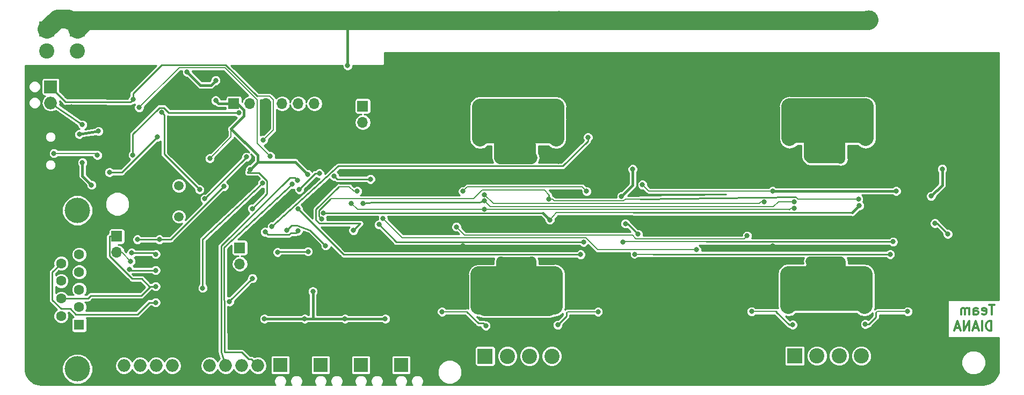
<source format=gbr>
G04 #@! TF.GenerationSoftware,KiCad,Pcbnew,(5.0.1-3-g963ef8bb5)*
G04 #@! TF.CreationDate,2019-03-25T10:58:59+01:00*
G04 #@! TF.ProjectId,Arm_stepper,41726D5F737465707065722E6B696361,rev?*
G04 #@! TF.SameCoordinates,Original*
G04 #@! TF.FileFunction,Copper,L2,Bot,Signal*
G04 #@! TF.FilePolarity,Positive*
%FSLAX46Y46*%
G04 Gerber Fmt 4.6, Leading zero omitted, Abs format (unit mm)*
G04 Created by KiCad (PCBNEW (5.0.1-3-g963ef8bb5)) date 2019 March 25, Monday 10:58:59*
%MOMM*%
%LPD*%
G01*
G04 APERTURE LIST*
G04 #@! TA.AperFunction,NonConductor*
%ADD10C,0.300000*%
G04 #@! TD*
G04 #@! TA.AperFunction,ComponentPad*
%ADD11C,2.400000*%
G04 #@! TD*
G04 #@! TA.AperFunction,ComponentPad*
%ADD12R,2.400000X2.400000*%
G04 #@! TD*
G04 #@! TA.AperFunction,ComponentPad*
%ADD13O,1.998980X1.998980*%
G04 #@! TD*
G04 #@! TA.AperFunction,ComponentPad*
%ADD14R,1.998980X1.998980*%
G04 #@! TD*
G04 #@! TA.AperFunction,ComponentPad*
%ADD15C,2.999740*%
G04 #@! TD*
G04 #@! TA.AperFunction,ComponentPad*
%ADD16R,1.700000X1.700000*%
G04 #@! TD*
G04 #@! TA.AperFunction,ComponentPad*
%ADD17O,1.700000X1.700000*%
G04 #@! TD*
G04 #@! TA.AperFunction,ComponentPad*
%ADD18R,1.600000X1.600000*%
G04 #@! TD*
G04 #@! TA.AperFunction,ComponentPad*
%ADD19C,1.600000*%
G04 #@! TD*
G04 #@! TA.AperFunction,ComponentPad*
%ADD20C,4.000000*%
G04 #@! TD*
G04 #@! TA.AperFunction,ComponentPad*
%ADD21R,2.200000X2.200000*%
G04 #@! TD*
G04 #@! TA.AperFunction,ComponentPad*
%ADD22C,2.200000*%
G04 #@! TD*
G04 #@! TA.AperFunction,ComponentPad*
%ADD23C,1.500000*%
G04 #@! TD*
G04 #@! TA.AperFunction,ViaPad*
%ADD24C,0.800000*%
G04 #@! TD*
G04 #@! TA.AperFunction,Conductor*
%ADD25C,0.250000*%
G04 #@! TD*
G04 #@! TA.AperFunction,Conductor*
%ADD26C,0.200000*%
G04 #@! TD*
G04 #@! TA.AperFunction,Conductor*
%ADD27C,0.400000*%
G04 #@! TD*
G04 #@! TA.AperFunction,Conductor*
%ADD28C,2.500000*%
G04 #@! TD*
G04 #@! TA.AperFunction,Conductor*
%ADD29C,1.500000*%
G04 #@! TD*
G04 #@! TA.AperFunction,Conductor*
%ADD30C,3.000000*%
G04 #@! TD*
G04 #@! TA.AperFunction,Conductor*
%ADD31C,0.700000*%
G04 #@! TD*
G04 #@! TA.AperFunction,Conductor*
%ADD32C,1.200000*%
G04 #@! TD*
G04 #@! TA.AperFunction,Conductor*
%ADD33C,2.000000*%
G04 #@! TD*
G04 #@! TA.AperFunction,Conductor*
%ADD34C,0.254000*%
G04 #@! TD*
G04 APERTURE END LIST*
D10*
X191321428Y-142903571D02*
X190464285Y-142903571D01*
X190892857Y-144403571D02*
X190892857Y-142903571D01*
X189392857Y-144332142D02*
X189535714Y-144403571D01*
X189821428Y-144403571D01*
X189964285Y-144332142D01*
X190035714Y-144189285D01*
X190035714Y-143617857D01*
X189964285Y-143475000D01*
X189821428Y-143403571D01*
X189535714Y-143403571D01*
X189392857Y-143475000D01*
X189321428Y-143617857D01*
X189321428Y-143760714D01*
X190035714Y-143903571D01*
X188035714Y-144403571D02*
X188035714Y-143617857D01*
X188107142Y-143475000D01*
X188250000Y-143403571D01*
X188535714Y-143403571D01*
X188678571Y-143475000D01*
X188035714Y-144332142D02*
X188178571Y-144403571D01*
X188535714Y-144403571D01*
X188678571Y-144332142D01*
X188750000Y-144189285D01*
X188750000Y-144046428D01*
X188678571Y-143903571D01*
X188535714Y-143832142D01*
X188178571Y-143832142D01*
X188035714Y-143760714D01*
X187321428Y-144403571D02*
X187321428Y-143403571D01*
X187321428Y-143546428D02*
X187250000Y-143475000D01*
X187107142Y-143403571D01*
X186892857Y-143403571D01*
X186750000Y-143475000D01*
X186678571Y-143617857D01*
X186678571Y-144403571D01*
X186678571Y-143617857D02*
X186607142Y-143475000D01*
X186464285Y-143403571D01*
X186250000Y-143403571D01*
X186107142Y-143475000D01*
X186035714Y-143617857D01*
X186035714Y-144403571D01*
X190821428Y-146953571D02*
X190821428Y-145453571D01*
X190464285Y-145453571D01*
X190250000Y-145525000D01*
X190107142Y-145667857D01*
X190035714Y-145810714D01*
X189964285Y-146096428D01*
X189964285Y-146310714D01*
X190035714Y-146596428D01*
X190107142Y-146739285D01*
X190250000Y-146882142D01*
X190464285Y-146953571D01*
X190821428Y-146953571D01*
X189321428Y-146953571D02*
X189321428Y-145453571D01*
X188678571Y-146525000D02*
X187964285Y-146525000D01*
X188821428Y-146953571D02*
X188321428Y-145453571D01*
X187821428Y-146953571D01*
X187321428Y-146953571D02*
X187321428Y-145453571D01*
X186464285Y-146953571D01*
X186464285Y-145453571D01*
X185821428Y-146525000D02*
X185107142Y-146525000D01*
X185964285Y-146953571D02*
X185464285Y-145453571D01*
X184964285Y-146953571D01*
D11*
G04 #@! TO.P,J1,2*
G04 #@! TO.N,+12V*
X46700000Y-102870000D03*
D12*
G04 #@! TO.P,J1,1*
G04 #@! TO.N,GNDPWR*
X46700000Y-99370000D03*
G04 #@! TD*
D13*
G04 #@! TO.P,J11,4*
G04 #@! TO.N,+5V*
X72620000Y-152500000D03*
D14*
G04 #@! TO.P,J11,1*
G04 #@! TO.N,GNDS*
X65000000Y-152500000D03*
D13*
G04 #@! TO.P,J11,2*
G04 #@! TO.N,N/C*
X67540000Y-152500000D03*
G04 #@! TO.P,J11,3*
G04 #@! TO.N,E2_2*
X70080000Y-152500000D03*
G04 #@! TO.P,J11,5*
G04 #@! TO.N,E2_1*
X75160000Y-152500000D03*
G04 #@! TD*
G04 #@! TO.P,J10,4*
G04 #@! TO.N,+5V*
X59120000Y-152500000D03*
D14*
G04 #@! TO.P,J10,1*
G04 #@! TO.N,GNDS*
X51500000Y-152500000D03*
D13*
G04 #@! TO.P,J10,2*
G04 #@! TO.N,N/C*
X54040000Y-152500000D03*
G04 #@! TO.P,J10,3*
G04 #@! TO.N,E1_2*
X56580000Y-152500000D03*
G04 #@! TO.P,J10,5*
G04 #@! TO.N,E1_1*
X61660000Y-152500000D03*
G04 #@! TD*
D15*
G04 #@! TO.P,JP4,2*
G04 #@! TO.N,GNDS*
X171492000Y-105116000D03*
G04 #@! TO.P,JP4,1*
G04 #@! TO.N,GNDPWR*
X171492000Y-97960000D03*
G04 #@! TD*
D12*
G04 #@! TO.P,J3,1*
G04 #@! TO.N,/M2_A+*
X159810000Y-150960000D03*
D11*
G04 #@! TO.P,J3,2*
G04 #@! TO.N,/M2_A-*
X163310000Y-150960000D03*
G04 #@! TO.P,J3,3*
G04 #@! TO.N,/M2_B-*
X166810000Y-150960000D03*
G04 #@! TO.P,J3,4*
G04 #@! TO.N,/M2_B+*
X170310000Y-150960000D03*
G04 #@! TD*
D13*
G04 #@! TO.P,J5,2*
G04 #@! TO.N,i2C1_SCL*
X42500000Y-111040000D03*
D14*
G04 #@! TO.P,J5,1*
G04 #@! TO.N,i2C1_SDA*
X42500000Y-108500000D03*
G04 #@! TD*
D15*
G04 #@! TO.P,JP4,1*
G04 #@! TO.N,GNDPWR*
X122682000Y-98000000D03*
G04 #@! TO.P,JP4,2*
G04 #@! TO.N,GNDS*
X122682000Y-105156000D03*
G04 #@! TD*
D12*
G04 #@! TO.P,J1,1*
G04 #@! TO.N,GNDPWR*
X41910000Y-99370000D03*
D11*
G04 #@! TO.P,J1,2*
G04 #@! TO.N,+12V*
X41910000Y-102870000D03*
G04 #@! TD*
G04 #@! TO.P,J3,4*
G04 #@! TO.N,/M2_B+*
X121500000Y-151000000D03*
G04 #@! TO.P,J3,3*
G04 #@! TO.N,/M2_B-*
X118000000Y-151000000D03*
G04 #@! TO.P,J3,2*
G04 #@! TO.N,/M2_A-*
X114500000Y-151000000D03*
D12*
G04 #@! TO.P,J3,1*
G04 #@! TO.N,/M2_A+*
X111000000Y-151000000D03*
G04 #@! TD*
D16*
G04 #@! TO.P,J4,1*
G04 #@! TO.N,+3V3*
X71374000Y-111150400D03*
D17*
G04 #@! TO.P,J4,2*
G04 #@! TO.N,/SWCLK*
X73914000Y-111150400D03*
G04 #@! TO.P,J4,3*
G04 #@! TO.N,GNDS*
X76454000Y-111150400D03*
G04 #@! TO.P,J4,4*
G04 #@! TO.N,/SWDIO*
X78994000Y-111150400D03*
G04 #@! TO.P,J4,5*
G04 #@! TO.N,/NRST*
X81534000Y-111150400D03*
G04 #@! TO.P,J4,6*
G04 #@! TO.N,/TRACESWO*
X84074000Y-111150400D03*
G04 #@! TD*
D18*
G04 #@! TO.P,J8,1*
G04 #@! TO.N,N/C*
X46990000Y-146050000D03*
D19*
G04 #@! TO.P,J8,2*
G04 #@! TO.N,Net-(J8-Pad3)*
X46990000Y-143280000D03*
G04 #@! TO.P,J8,3*
G04 #@! TO.N,/gnd_can*
X46990000Y-140510000D03*
G04 #@! TO.P,J8,4*
G04 #@! TO.N,N/C*
X46990000Y-137740000D03*
G04 #@! TO.P,J8,5*
X46990000Y-134970000D03*
G04 #@! TO.P,J8,6*
X44150000Y-144665000D03*
G04 #@! TO.P,J8,7*
G04 #@! TO.N,Net-(J8-Pad2)*
X44150000Y-141895000D03*
G04 #@! TO.P,J8,8*
G04 #@! TO.N,N/C*
X44150000Y-139125000D03*
G04 #@! TO.P,J8,9*
G04 #@! TO.N,/+5v_can*
X44150000Y-136355000D03*
D20*
G04 #@! TO.P,J8,0*
G04 #@! TO.N,N/C*
X46690000Y-128010000D03*
X46690000Y-153010000D03*
G04 #@! TD*
D16*
G04 #@! TO.P,JP1,1*
G04 #@! TO.N,Net-(J8-Pad2)*
X52918360Y-132105400D03*
D17*
G04 #@! TO.P,JP1,2*
G04 #@! TO.N,Net-(JP1-Pad2)*
X52918360Y-134645400D03*
G04 #@! TD*
G04 #@! TO.P,FAN,2*
G04 #@! TO.N,Net-(M2-Pad2)*
X91694000Y-114096800D03*
D16*
G04 #@! TO.P,FAN,1*
G04 #@! TO.N,+12V*
X91694000Y-111556800D03*
G04 #@! TD*
D21*
G04 #@! TO.P,SW2,1*
G04 #@! TO.N,E4*
X97750000Y-152400000D03*
D22*
G04 #@! TO.P,SW2,2*
G04 #@! TO.N,GNDS*
X100290000Y-152400000D03*
G04 #@! TD*
D21*
G04 #@! TO.P,SW3,1*
G04 #@! TO.N,E2*
X85050000Y-152400000D03*
D22*
G04 #@! TO.P,SW3,2*
G04 #@! TO.N,GNDS*
X87590000Y-152400000D03*
G04 #@! TD*
G04 #@! TO.P,SW4,2*
G04 #@! TO.N,GNDS*
X93940000Y-152400000D03*
D21*
G04 #@! TO.P,SW4,1*
G04 #@! TO.N,E3*
X91400000Y-152400000D03*
G04 #@! TD*
D22*
G04 #@! TO.P,SW5,2*
G04 #@! TO.N,GNDS*
X81240000Y-152400000D03*
D21*
G04 #@! TO.P,SW5,1*
G04 #@! TO.N,E1*
X78700000Y-152400000D03*
G04 #@! TD*
D23*
G04 #@! TO.P,Y1,1*
G04 #@! TO.N,Net-(C9-Pad1)*
X62687200Y-124104400D03*
G04 #@! TO.P,Y1,2*
G04 #@! TO.N,Net-(C10-Pad2)*
X62687200Y-128984400D03*
G04 #@! TD*
D16*
G04 #@! TO.P,SWD,1*
G04 #@! TO.N,I1*
X72300000Y-133900000D03*
D17*
G04 #@! TO.P,SWD,2*
G04 #@! TO.N,I2*
X72300000Y-136440000D03*
G04 #@! TD*
D24*
G04 #@! TO.N,GNDS*
X45000000Y-114000000D03*
X39500000Y-114000000D03*
X39500000Y-123000000D03*
X186750000Y-129250000D03*
X185000000Y-126500000D03*
X86175000Y-137075000D03*
X80725000Y-137275000D03*
X109067600Y-119024400D03*
X109016800Y-120142000D03*
X122529600Y-118872000D03*
X122580400Y-120294400D03*
X123240800Y-133959600D03*
X107492800Y-133604000D03*
X131724400Y-105613200D03*
X132943600Y-107035600D03*
X133197600Y-108762800D03*
X133197600Y-110947200D03*
X95961200Y-105613200D03*
X95961200Y-108102400D03*
X127101600Y-135839200D03*
X129101600Y-135839200D03*
X131101600Y-135839200D03*
X133101600Y-135839200D03*
X135101600Y-135839200D03*
X127101600Y-137839200D03*
X129101600Y-137839200D03*
X131101600Y-137839200D03*
X133101600Y-137839200D03*
X135101600Y-137839200D03*
X142652000Y-135839200D03*
X144652000Y-137839200D03*
X140652000Y-135839200D03*
X144652000Y-135839200D03*
X136652000Y-137839200D03*
X138652000Y-135839200D03*
X136652000Y-135839200D03*
X98977200Y-138144000D03*
X102977200Y-138144000D03*
X102977200Y-136144000D03*
X98977200Y-136144000D03*
X100977200Y-136144000D03*
X100977200Y-138144000D03*
X96977200Y-138144000D03*
X104977200Y-138144000D03*
X96977200Y-136144000D03*
X104977200Y-136144000D03*
X143382000Y-110153200D03*
X139382000Y-110153200D03*
X137382000Y-108153200D03*
X141382000Y-110153200D03*
X141382000Y-108153200D03*
X135382000Y-108153200D03*
X139382000Y-108153200D03*
X135382000Y-110153200D03*
X143382000Y-108153200D03*
X137382000Y-110153200D03*
X126644400Y-119786400D03*
X157826800Y-120102000D03*
X187462000Y-137799200D03*
X181911600Y-135799200D03*
X181911600Y-137799200D03*
X183911600Y-137799200D03*
X153787200Y-138104000D03*
X149787200Y-138104000D03*
X186192000Y-110113200D03*
X190192000Y-110113200D03*
X191462000Y-137799200D03*
X188192000Y-108113200D03*
X191462000Y-135799200D03*
X147787200Y-136104000D03*
X187462000Y-135799200D03*
X177911600Y-137799200D03*
X188192000Y-110113200D03*
X189462000Y-135799200D03*
X184192000Y-110113200D03*
X179911600Y-135799200D03*
X184192000Y-108113200D03*
X190192000Y-108113200D03*
X183911600Y-135799200D03*
X189462000Y-137799200D03*
X165243600Y-105116000D03*
X185462000Y-137799200D03*
X182007600Y-110907200D03*
X175911600Y-137799200D03*
X151787200Y-138104000D03*
X171390400Y-120254400D03*
X186192000Y-108113200D03*
X185462000Y-135799200D03*
X151787200Y-136104000D03*
X168850400Y-105116000D03*
X149787200Y-136104000D03*
X177911600Y-135799200D03*
X153787200Y-136104000D03*
X179911600Y-137799200D03*
X147787200Y-138104000D03*
X156302800Y-133564000D03*
X171339600Y-118832000D03*
X159757200Y-105116000D03*
X157877600Y-118984400D03*
X181753600Y-106995600D03*
X180534400Y-105573200D03*
X172050800Y-133919600D03*
X182007600Y-108722800D03*
X175911600Y-135799200D03*
X68491206Y-134905815D03*
X52950000Y-105750000D03*
X55875000Y-105650000D03*
X58325000Y-105650000D03*
X80925000Y-107550000D03*
X73825000Y-107475000D03*
X86300000Y-123725000D03*
X92975000Y-105550000D03*
X91400000Y-105500000D03*
X88875000Y-109775000D03*
X88675000Y-114425000D03*
X84700000Y-115300000D03*
X87375000Y-120000000D03*
X88700000Y-119975000D03*
X83700000Y-137175000D03*
X80000000Y-139400000D03*
X79800000Y-141300000D03*
X79750000Y-143400000D03*
X76950000Y-140825000D03*
X76350000Y-138975000D03*
X77300000Y-137125000D03*
X78550000Y-139125000D03*
X73200000Y-142375000D03*
X74525000Y-143875000D03*
X73050000Y-147650000D03*
X73050000Y-149775000D03*
X65800000Y-148875000D03*
X65750000Y-145350000D03*
X65550000Y-142175000D03*
X61975000Y-148825000D03*
X62175000Y-145350000D03*
X58550000Y-145300000D03*
X63275000Y-141200000D03*
X64375000Y-137150000D03*
X61550000Y-137475000D03*
X61550000Y-134075000D03*
X65150000Y-134075000D03*
X64725000Y-132100000D03*
X58800000Y-119500000D03*
X61375000Y-121875000D03*
X52825000Y-129825000D03*
X50150000Y-130350000D03*
X49775000Y-133200000D03*
X51375000Y-145475000D03*
X53925000Y-143225000D03*
X53625000Y-146150000D03*
X51575000Y-149650000D03*
X51250000Y-109500000D03*
X60325000Y-109100000D03*
X45800000Y-111700000D03*
X47500000Y-108500000D03*
X42550000Y-113750000D03*
X95925000Y-113625000D03*
X95925000Y-116425000D03*
X95925000Y-119150000D03*
X96025000Y-122225000D03*
X76450000Y-113900000D03*
X78125000Y-115975000D03*
X71800000Y-118850000D03*
X72825000Y-118600000D03*
X95525000Y-125100000D03*
X98200000Y-125175000D03*
X97875000Y-130000000D03*
X66750000Y-107250000D03*
X68500000Y-109250000D03*
X44000000Y-105750000D03*
X44750000Y-106750000D03*
X45000000Y-110000000D03*
X44500000Y-123250000D03*
X62750000Y-126750000D03*
X185000000Y-125250000D03*
X187000000Y-125250000D03*
X187000000Y-126750000D03*
X183500000Y-133500000D03*
X144250000Y-114750000D03*
X144750000Y-118000000D03*
X145000000Y-123500000D03*
X142750000Y-130000000D03*
X51200000Y-117300000D03*
X73000000Y-132200000D03*
X85200000Y-125300000D03*
X116332000Y-105156000D03*
X120040400Y-105156000D03*
X110947200Y-105156000D03*
X112903000Y-105156000D03*
X161861500Y-105116000D03*
X83500000Y-133000000D03*
X79000000Y-127750000D03*
X79750000Y-119250000D03*
X68540000Y-117230000D03*
X63286640Y-116977160D03*
X63708280Y-111196120D03*
X62006480Y-115671600D03*
X52800000Y-119200000D03*
X50900000Y-120400000D03*
X48600000Y-121300000D03*
X86875000Y-114400000D03*
X87200000Y-109800000D03*
X87075000Y-112800000D03*
X89075000Y-113050000D03*
X88225000Y-111425000D03*
X95910400Y-110286800D03*
X95910400Y-111506000D03*
X44120000Y-120610000D03*
X74010000Y-131120000D03*
G04 #@! TO.N,+3V3*
X47000000Y-116000000D03*
X50038000Y-115521500D03*
X64002920Y-106177080D03*
X73964800Y-121539000D03*
X82990000Y-122300000D03*
X76301600Y-131419600D03*
X81494719Y-131214012D03*
X74300080Y-138724640D03*
X70683120Y-142387320D03*
X74264520Y-127716280D03*
X67575000Y-119802020D03*
X68500000Y-110674160D03*
X68512500Y-107500000D03*
G04 #@! TO.N,RST1*
X81686400Y-124693680D03*
X92903040Y-123078240D03*
X87199005Y-122608229D03*
X84865744Y-122174736D03*
X155012613Y-126692200D03*
X110904194Y-125513492D03*
G04 #@! TO.N,Net-(C13-Pad2)*
X134250000Y-121500000D03*
X132500000Y-125800000D03*
X183060000Y-121460000D03*
X181310000Y-125760000D03*
G04 #@! TO.N,Net-(C23-Pad1)*
X152300000Y-132022500D03*
X106462500Y-130600000D03*
G04 #@! TO.N,Net-(C30-Pad2)*
X135128000Y-131775200D03*
X133100010Y-130100010D03*
X183938000Y-131735200D03*
X181910010Y-130060010D03*
G04 #@! TO.N,+5V*
X76200000Y-145112500D03*
X82550000Y-145112500D03*
X88900000Y-145112500D03*
X95250000Y-145112500D03*
X83825080Y-140782040D03*
G04 #@! TO.N,Net-(D9-Pad2)*
X47500000Y-120437500D03*
X48937500Y-124000000D03*
G04 #@! TO.N,/M2_A-*
X104200000Y-144000000D03*
X153010000Y-143960000D03*
X159490000Y-146050000D03*
X111100000Y-146210000D03*
G04 #@! TO.N,/M2_B-*
X128800000Y-144000000D03*
X177610000Y-143960000D03*
X170930000Y-145960000D03*
X122440000Y-146080000D03*
G04 #@! TO.N,Net-(IC1-Pad7)*
X107500000Y-125000000D03*
X127000000Y-125000000D03*
X156310000Y-124960000D03*
X175810000Y-124960000D03*
X135800000Y-123966154D03*
G04 #@! TO.N,CLK1*
X78267560Y-134604760D03*
X83063080Y-134487920D03*
X110855760Y-126512320D03*
X91775000Y-126875000D03*
X159688329Y-126637569D03*
G04 #@! TO.N,CW1*
X110886240Y-127858520D03*
X79735680Y-131114800D03*
X85841840Y-133573520D03*
X90230960Y-131175000D03*
X159760000Y-127635000D03*
X89900000Y-126874999D03*
X90834754Y-124979222D03*
G04 #@! TO.N,HALF1*
X85500000Y-128400000D03*
X170010000Y-127260000D03*
X121200000Y-129500000D03*
G04 #@! TO.N,CRTL1*
X121050000Y-126250000D03*
X85217834Y-129359367D03*
X169860000Y-126210000D03*
G04 #@! TO.N,GNDD*
X162250000Y-118800000D03*
X163400000Y-118750000D03*
X164450000Y-118800000D03*
X165750000Y-118800000D03*
X167050000Y-118850000D03*
X167050000Y-119850000D03*
X165850000Y-119850000D03*
X164550000Y-119850000D03*
X163350000Y-119800000D03*
X162250000Y-119800000D03*
X110185200Y-111658400D03*
X111185200Y-111658400D03*
X112185200Y-111658400D03*
X113185200Y-111658400D03*
X114185200Y-111658400D03*
X115185200Y-111658400D03*
X116185200Y-111658400D03*
X117185200Y-111658400D03*
X118185200Y-111658400D03*
X119185200Y-111658400D03*
X120185200Y-111658400D03*
X121185200Y-111658400D03*
X122185200Y-111658400D03*
X110185200Y-112658400D03*
X111185200Y-112658400D03*
X112185200Y-112658400D03*
X113185200Y-112658400D03*
X114185200Y-112658400D03*
X115185200Y-112658400D03*
X116185200Y-112658400D03*
X117185200Y-112658400D03*
X118185200Y-112658400D03*
X119185200Y-112658400D03*
X120185200Y-112658400D03*
X121185200Y-112658400D03*
X122185200Y-112658400D03*
X110185200Y-113658400D03*
X111185200Y-113658400D03*
X112185200Y-113658400D03*
X113185200Y-113658400D03*
X114185200Y-113658400D03*
X115185200Y-113658400D03*
X116185200Y-113658400D03*
X117185200Y-113658400D03*
X118185200Y-113658400D03*
X119185200Y-113658400D03*
X120185200Y-113658400D03*
X121185200Y-113658400D03*
X122185200Y-113658400D03*
X110185200Y-114658400D03*
X111185200Y-114658400D03*
X112185200Y-114658400D03*
X113185200Y-114658400D03*
X114185200Y-114658400D03*
X115185200Y-114658400D03*
X116185200Y-114658400D03*
X117185200Y-114658400D03*
X118185200Y-114658400D03*
X119185200Y-114658400D03*
X120185200Y-114658400D03*
X121185200Y-114658400D03*
X122185200Y-114658400D03*
X110185200Y-115658400D03*
X111185200Y-115658400D03*
X112185200Y-115658400D03*
X113185200Y-115658400D03*
X114185200Y-115658400D03*
X115185200Y-115658400D03*
X116185200Y-115658400D03*
X117185200Y-115658400D03*
X118185200Y-115658400D03*
X119185200Y-115658400D03*
X120185200Y-115658400D03*
X121185200Y-115658400D03*
X122185200Y-115658400D03*
X110185200Y-116658400D03*
X111185200Y-116658400D03*
X112185200Y-116658400D03*
X113185200Y-116658400D03*
X114185200Y-116658400D03*
X115185200Y-116658400D03*
X116185200Y-116658400D03*
X117185200Y-116658400D03*
X118185200Y-116658400D03*
X119185200Y-116658400D03*
X120185200Y-116658400D03*
X121185200Y-116658400D03*
X122185200Y-116658400D03*
X117982000Y-143125200D03*
X118982000Y-143125200D03*
X119982000Y-143125200D03*
X121982000Y-143125200D03*
X120982000Y-143125200D03*
X109982000Y-141125200D03*
X120982000Y-140125200D03*
X121982000Y-140125200D03*
X109982000Y-138125200D03*
X116982000Y-141125200D03*
X114982000Y-141125200D03*
X112982000Y-141125200D03*
X117982000Y-141125200D03*
X110982000Y-141125200D03*
X121982000Y-141125200D03*
X111982000Y-141125200D03*
X119982000Y-141125200D03*
X118982000Y-141125200D03*
X120982000Y-141125200D03*
X113982000Y-141125200D03*
X115982000Y-141125200D03*
X116982000Y-142125200D03*
X114982000Y-142125200D03*
X115982000Y-142125200D03*
X111982000Y-142125200D03*
X112982000Y-142125200D03*
X110982000Y-142125200D03*
X109982000Y-142125200D03*
X113982000Y-142125200D03*
X121982000Y-139125200D03*
X114982000Y-140125200D03*
X115982000Y-140125200D03*
X118982000Y-139125200D03*
X112982000Y-140125200D03*
X113982000Y-139125200D03*
X117982000Y-140125200D03*
X117982000Y-139125200D03*
X116982000Y-140125200D03*
X110982000Y-140125200D03*
X120982000Y-139125200D03*
X113982000Y-140125200D03*
X119982000Y-139125200D03*
X115982000Y-139125200D03*
X118982000Y-140125200D03*
X119982000Y-140125200D03*
X116982000Y-139125200D03*
X111982000Y-140125200D03*
X109982000Y-140125200D03*
X114982000Y-139125200D03*
X114982000Y-138125200D03*
X111982000Y-138125200D03*
X113982000Y-138125200D03*
X118982000Y-138125200D03*
X109982000Y-139125200D03*
X112982000Y-139125200D03*
X117982000Y-138125200D03*
X110982000Y-138125200D03*
X120982000Y-138125200D03*
X112982000Y-138125200D03*
X116982000Y-138125200D03*
X111982000Y-139125200D03*
X121982000Y-138125200D03*
X115982000Y-138125200D03*
X110982000Y-139125200D03*
X119982000Y-138125200D03*
X110982000Y-143125200D03*
X120982000Y-142125200D03*
X113982000Y-143125200D03*
X112982000Y-143125200D03*
X121982000Y-142125200D03*
X117982000Y-142125200D03*
X119982000Y-142125200D03*
X114982000Y-143125200D03*
X115982000Y-143125200D03*
X109982000Y-143125200D03*
X111982000Y-143125200D03*
X118982000Y-142125200D03*
X116982000Y-143125200D03*
X166995200Y-116618400D03*
X167995200Y-116618400D03*
X168995200Y-116618400D03*
X170995200Y-116618400D03*
X169995200Y-116618400D03*
X166792000Y-142085200D03*
X159792000Y-139085200D03*
X158995200Y-114618400D03*
X168792000Y-138085200D03*
X169792000Y-142085200D03*
X162792000Y-143085200D03*
X161792000Y-143085200D03*
X170792000Y-138085200D03*
X164792000Y-138085200D03*
X168792000Y-142085200D03*
X169995200Y-113618400D03*
X170995200Y-113618400D03*
X160792000Y-139085200D03*
X159792000Y-143085200D03*
X170792000Y-142085200D03*
X170792000Y-143085200D03*
X162792000Y-141085200D03*
X164792000Y-141085200D03*
X169792000Y-143085200D03*
X163792000Y-142085200D03*
X170792000Y-141085200D03*
X161792000Y-142085200D03*
X166792000Y-143085200D03*
X158792000Y-141085200D03*
X162792000Y-142085200D03*
X158995200Y-111618400D03*
X167792000Y-143085200D03*
X165792000Y-142085200D03*
X166792000Y-141085200D03*
X159792000Y-141085200D03*
X160792000Y-142085200D03*
X158792000Y-138085200D03*
X169792000Y-140085200D03*
X168792000Y-143085200D03*
X168792000Y-141085200D03*
X169792000Y-141085200D03*
X170792000Y-140085200D03*
X159792000Y-142085200D03*
X160792000Y-141085200D03*
X167792000Y-141085200D03*
X158792000Y-142085200D03*
X165792000Y-141085200D03*
X170792000Y-139085200D03*
X161792000Y-141085200D03*
X163792000Y-141085200D03*
X164792000Y-142085200D03*
X165995200Y-114618400D03*
X163995200Y-114618400D03*
X161995200Y-114618400D03*
X166995200Y-114618400D03*
X159995200Y-114618400D03*
X170995200Y-114618400D03*
X160995200Y-114618400D03*
X168995200Y-114618400D03*
X167995200Y-114618400D03*
X169995200Y-114618400D03*
X162995200Y-114618400D03*
X164995200Y-114618400D03*
X163792000Y-143085200D03*
X165792000Y-143085200D03*
X160792000Y-143085200D03*
X164792000Y-143085200D03*
X158792000Y-143085200D03*
X167792000Y-142085200D03*
X165995200Y-115618400D03*
X163995200Y-115618400D03*
X164995200Y-115618400D03*
X160995200Y-115618400D03*
X161995200Y-115618400D03*
X159995200Y-115618400D03*
X158995200Y-115618400D03*
X162995200Y-115618400D03*
X159792000Y-140085200D03*
X160792000Y-138085200D03*
X162792000Y-138085200D03*
X165792000Y-139085200D03*
X170995200Y-112618400D03*
X166792000Y-138085200D03*
X169792000Y-138085200D03*
X163995200Y-113618400D03*
X169792000Y-139085200D03*
X162792000Y-140085200D03*
X164995200Y-113618400D03*
X167792000Y-138085200D03*
X167995200Y-112618400D03*
X161995200Y-113618400D03*
X162995200Y-112618400D03*
X158792000Y-140085200D03*
X166995200Y-113618400D03*
X164792000Y-140085200D03*
X163792000Y-139085200D03*
X167792000Y-140085200D03*
X167792000Y-139085200D03*
X166995200Y-112618400D03*
X162792000Y-139085200D03*
X163792000Y-140085200D03*
X160792000Y-140085200D03*
X164792000Y-139085200D03*
X165995200Y-113618400D03*
X166792000Y-139085200D03*
X161792000Y-138085200D03*
X168792000Y-139085200D03*
X159792000Y-138085200D03*
X159995200Y-113618400D03*
X169995200Y-112618400D03*
X165792000Y-138085200D03*
X161792000Y-139085200D03*
X162995200Y-113618400D03*
X168995200Y-112618400D03*
X166792000Y-140085200D03*
X164995200Y-112618400D03*
X158792000Y-139085200D03*
X167995200Y-113618400D03*
X168995200Y-113618400D03*
X165995200Y-112618400D03*
X168792000Y-140085200D03*
X161792000Y-140085200D03*
X165792000Y-140085200D03*
X163792000Y-138085200D03*
X160995200Y-113618400D03*
X158995200Y-113618400D03*
X163995200Y-112618400D03*
X163995200Y-111618400D03*
X160995200Y-111618400D03*
X162995200Y-111618400D03*
X167995200Y-111618400D03*
X158995200Y-112618400D03*
X161995200Y-112618400D03*
X166995200Y-111618400D03*
X159995200Y-111618400D03*
X169995200Y-111618400D03*
X161995200Y-111618400D03*
X165995200Y-111618400D03*
X160995200Y-112618400D03*
X170995200Y-111618400D03*
X164995200Y-111618400D03*
X159995200Y-112618400D03*
X168995200Y-111618400D03*
X159995200Y-116618400D03*
X169995200Y-115618400D03*
X162995200Y-116618400D03*
X161995200Y-116618400D03*
X170995200Y-115618400D03*
X166995200Y-115618400D03*
X168995200Y-115618400D03*
X163995200Y-116618400D03*
X164995200Y-116618400D03*
X158995200Y-116618400D03*
X160995200Y-116618400D03*
X167995200Y-115618400D03*
X165995200Y-116618400D03*
X163400000Y-117650000D03*
X165750000Y-117700000D03*
X162250000Y-117700000D03*
X164450000Y-117700000D03*
X167050000Y-117750000D03*
X163450000Y-136000000D03*
X165800000Y-136050000D03*
X163400000Y-137050000D03*
X164600000Y-137100000D03*
X162300000Y-136050000D03*
X164500000Y-136050000D03*
X162300000Y-137050000D03*
X165900000Y-137100000D03*
X167100000Y-137100000D03*
X167100000Y-136100000D03*
X114600000Y-118650000D03*
X115650000Y-117600000D03*
X118250000Y-117650000D03*
X116950000Y-118700000D03*
X116950000Y-117600000D03*
X114600000Y-117550000D03*
X113450000Y-117600000D03*
X114550000Y-119700000D03*
X115750000Y-119750000D03*
X113450000Y-118700000D03*
X115650000Y-118700000D03*
X113450000Y-119700000D03*
X117050000Y-119750000D03*
X118250000Y-119750000D03*
X118250000Y-118750000D03*
X118300000Y-136000000D03*
X117100000Y-137000000D03*
X113500000Y-136950000D03*
X114600000Y-136950000D03*
X115700000Y-135950000D03*
X113500000Y-135950000D03*
X114650000Y-135900000D03*
X115800000Y-137000000D03*
X117000000Y-135950000D03*
X118300000Y-137000000D03*
G04 #@! TO.N,GNDPWR*
X89306400Y-105156000D03*
X89255600Y-98000000D03*
G04 #@! TO.N,i2C1_SDA*
X75975000Y-116925000D03*
X55500000Y-110500000D03*
G04 #@! TO.N,i2C1_SCL*
X56450000Y-111775000D03*
X77125000Y-119475000D03*
X47500000Y-114500000D03*
G04 #@! TO.N,/+5v_can*
X59044800Y-142534640D03*
G04 #@! TO.N,Net-(J8-Pad2)*
X59044800Y-139994640D03*
G04 #@! TO.N,Net-(J8-Pad3)*
X59044800Y-137454640D03*
X54879142Y-137319878D03*
G04 #@! TO.N,/gnd_can*
X55250080Y-134721600D03*
X59044800Y-134914640D03*
G04 #@! TO.N,E1_2*
X69799200Y-124225000D03*
X56161990Y-132601278D03*
X59625000Y-132601278D03*
G04 #@! TO.N,E2_1*
X80594200Y-123880880D03*
G04 #@! TO.N,E2_2*
X81376100Y-123257473D03*
G04 #@! TO.N,Net-(JP1-Pad2)*
X55100000Y-136025000D03*
G04 #@! TO.N,EN1*
X126500000Y-133000000D03*
X94250000Y-130250000D03*
X175310000Y-132960000D03*
X132737500Y-133000000D03*
G04 #@! TO.N,PWMA1*
X144300000Y-134210600D03*
X94900000Y-129300000D03*
G04 #@! TO.N,t_SENS*
X127203200Y-116484400D03*
X77368400Y-130556000D03*
G04 #@! TO.N,FAN*
X59974480Y-112532160D03*
X65958720Y-124725000D03*
G04 #@! TO.N,PWMB1*
X126034800Y-134975600D03*
X81488675Y-127793735D03*
X174844800Y-134935600D03*
X134619688Y-134922408D03*
G04 #@! TO.N,USB_EN*
X72162483Y-112600402D03*
X55447477Y-119279977D03*
G04 #@! TO.N,CAN_RX*
X66446400Y-140258800D03*
X75874880Y-123728480D03*
G04 #@! TO.N,CAN_TX*
X66791840Y-126175000D03*
X73360000Y-119570000D03*
G04 #@! TO.N,Net-(J9-Pad3)*
X49850000Y-119300000D03*
X43000000Y-119000000D03*
G04 #@! TO.N,USB_DM*
X59328732Y-116424028D03*
X51750000Y-122000000D03*
G04 #@! TD*
D25*
G04 #@! TO.N,GNDS*
X67125000Y-136272021D02*
X68491206Y-134905815D01*
X67125000Y-137750000D02*
X67125000Y-136272021D01*
D26*
X98125000Y-125100000D02*
X98200000Y-125175000D01*
X95525000Y-125100000D02*
X98125000Y-125100000D01*
D27*
G04 #@! TO.N,+3V3*
X68976240Y-111150400D02*
X71374000Y-111150400D01*
X72962484Y-113090216D02*
X70939900Y-115112800D01*
X72962484Y-112216401D02*
X72962484Y-113090216D01*
X71896483Y-111150400D02*
X72962484Y-112216401D01*
X71374000Y-111150400D02*
X71896483Y-111150400D01*
X75150108Y-120353692D02*
X73964800Y-121539000D01*
X75150108Y-119323008D02*
X75150108Y-120353692D01*
X70939900Y-115112800D02*
X75150108Y-119323008D01*
X75150108Y-120353692D02*
X81044652Y-120353692D01*
X81044652Y-120353692D02*
X82870040Y-122179080D01*
X82870040Y-122179080D02*
X82870040Y-122179080D01*
D25*
X80082559Y-131839801D02*
X80357550Y-131564810D01*
X76721801Y-131839801D02*
X80082559Y-131839801D01*
X76301600Y-131419600D02*
X76721801Y-131839801D01*
X80357550Y-131564810D02*
X81153000Y-131564810D01*
X81153000Y-131564810D02*
X81168240Y-131564810D01*
X81153000Y-131555731D02*
X81494719Y-131214012D01*
X81153000Y-131564810D02*
X81153000Y-131555731D01*
X70683120Y-142341600D02*
X70683120Y-142387320D01*
X74300080Y-138724640D02*
X70683120Y-142341600D01*
X73564801Y-121938999D02*
X73964800Y-121539000D01*
X73564801Y-122078801D02*
X73564801Y-121938999D01*
X75298203Y-122078801D02*
X73564801Y-122078801D01*
X74264520Y-127716280D02*
X76599881Y-125380919D01*
X76599881Y-123380479D02*
X75298203Y-122078801D01*
X76599881Y-125380919D02*
X76599881Y-123380479D01*
D26*
X70939900Y-116437120D02*
X70939900Y-115112800D01*
X67575000Y-119802020D02*
X70939900Y-116437120D01*
D27*
X67762500Y-108250000D02*
X68512500Y-107500000D01*
X66075840Y-108250000D02*
X67762500Y-108250000D01*
X64002920Y-106177080D02*
X66075840Y-108250000D01*
X68500000Y-110674160D02*
X68976240Y-111150400D01*
X47000000Y-116000000D02*
X50038000Y-115521500D01*
D25*
G04 #@! TO.N,RST1*
X87669016Y-123078240D02*
X87199005Y-122608229D01*
X92903040Y-123078240D02*
X87669016Y-123078240D01*
X84205344Y-122174736D02*
X81686400Y-124693680D01*
X84865744Y-122174736D02*
X84205344Y-122174736D01*
D26*
X154189127Y-126950001D02*
X112750001Y-126950001D01*
X154446928Y-126692200D02*
X154189127Y-126950001D01*
X155012613Y-126692200D02*
X154446928Y-126692200D01*
X112340703Y-126950001D02*
X110904194Y-125513492D01*
X112750001Y-126950001D02*
X112340703Y-126950001D01*
D27*
G04 #@! TO.N,Net-(C13-Pad2)*
X134250000Y-124050000D02*
X132500000Y-125800000D01*
X134250000Y-121500000D02*
X134250000Y-124050000D01*
X183060000Y-124010000D02*
X181310000Y-125760000D01*
X183060000Y-121460000D02*
X183060000Y-124010000D01*
D26*
G04 #@! TO.N,Net-(C23-Pad1)*
X107762489Y-131899989D02*
X106462500Y-130600000D01*
X134216787Y-131899989D02*
X107762489Y-131899989D01*
X134791999Y-132475201D02*
X134216787Y-131899989D01*
X151847299Y-132475201D02*
X134791999Y-132475201D01*
X152300000Y-132022500D02*
X151847299Y-132475201D01*
D25*
G04 #@! TO.N,Net-(C30-Pad2)*
X133452810Y-130100010D02*
X133100010Y-130100010D01*
X135128000Y-131775200D02*
X133452810Y-130100010D01*
X183938000Y-131735200D02*
X182262810Y-130060010D01*
X182262810Y-130060010D02*
X181910010Y-130060010D01*
D27*
G04 #@! TO.N,+5V*
X76200000Y-145112500D02*
X82550000Y-145112500D01*
X88900000Y-145112500D02*
X95250000Y-145112500D01*
X83855560Y-141378205D02*
X83855560Y-145112500D01*
X83825080Y-141347725D02*
X83855560Y-141378205D01*
X83825080Y-140782040D02*
X83825080Y-141347725D01*
X83855560Y-145112500D02*
X88900000Y-145112500D01*
X82550000Y-145112500D02*
X83855560Y-145112500D01*
G04 #@! TO.N,Net-(D9-Pad2)*
X47500000Y-122562500D02*
X48937500Y-124000000D01*
X47500000Y-120437500D02*
X47500000Y-122562500D01*
D25*
G04 #@! TO.N,/M2_A-*
X159490000Y-146050000D02*
X158924315Y-146050000D01*
X156850000Y-143975685D02*
X156850000Y-143960000D01*
D26*
X156850000Y-143960000D02*
X157010000Y-143960000D01*
D25*
X158924315Y-146050000D02*
X156850000Y-143975685D01*
D26*
X152810000Y-143960000D02*
X156850000Y-143960000D01*
D25*
X110700001Y-145810001D02*
X109910001Y-145810001D01*
X111100000Y-146210000D02*
X110700001Y-145810001D01*
X109910001Y-145810001D02*
X108100000Y-144000000D01*
D26*
X108100000Y-144000000D02*
X108200000Y-144000000D01*
X104000000Y-144000000D02*
X108100000Y-144000000D01*
G04 #@! TO.N,/M2_B-*
X128800000Y-144000000D02*
X124000000Y-144000000D01*
X124000000Y-144000000D02*
X123800000Y-144200000D01*
X177610000Y-143960000D02*
X172810000Y-143960000D01*
X172810000Y-143960000D02*
X172610000Y-144160000D01*
D25*
X172610000Y-144845685D02*
X172610000Y-144160000D01*
X171495685Y-145960000D02*
X172610000Y-144845685D01*
X170930000Y-145960000D02*
X171495685Y-145960000D01*
X123800000Y-144720000D02*
X123800000Y-144200000D01*
X122440000Y-146080000D02*
X123800000Y-144720000D01*
D27*
G04 #@! TO.N,Net-(IC1-Pad7)*
X175810000Y-124960000D02*
X156810000Y-124960000D01*
X156810000Y-124960000D02*
X156310000Y-124960000D01*
D26*
X136793846Y-124960000D02*
X135800000Y-123966154D01*
X156310000Y-124960000D02*
X136793846Y-124960000D01*
X126300000Y-124300000D02*
X126600001Y-124600001D01*
X108200000Y-124300000D02*
X126300000Y-124300000D01*
X126600001Y-124600001D02*
X127000000Y-125000000D01*
X107500000Y-125000000D02*
X108200000Y-124300000D01*
D25*
G04 #@! TO.N,CLK1*
X93863160Y-126751308D02*
X93715840Y-126751080D01*
X78384400Y-134487920D02*
X78267560Y-134604760D01*
X83063080Y-134487920D02*
X78384400Y-134487920D01*
X110109000Y-126776480D02*
X93863160Y-126751308D01*
X110855760Y-126512320D02*
X110109000Y-126776480D01*
X93243172Y-126751308D02*
X93863160Y-126751308D01*
X91775000Y-126875000D02*
X93243172Y-126751308D01*
D26*
X111801950Y-127458510D02*
X156441490Y-127458510D01*
X110855760Y-126512320D02*
X111801950Y-127458510D01*
X157262431Y-126637569D02*
X159688329Y-126637569D01*
X156441490Y-127458510D02*
X157262431Y-126637569D01*
D25*
G04 #@! TO.N,CW1*
X84869833Y-130084368D02*
X84324990Y-129539525D01*
X91321592Y-130084368D02*
X84869833Y-130084368D01*
X84324990Y-127865598D02*
X87915589Y-124274999D01*
X90230960Y-131175000D02*
X91321592Y-130084368D01*
X84324990Y-129539525D02*
X84324990Y-127865598D01*
X83383120Y-131114800D02*
X85841840Y-133573520D01*
X81335880Y-130388360D02*
X83383120Y-131114800D01*
X80462120Y-130388360D02*
X79735680Y-131114800D01*
X81335880Y-130388360D02*
X80462120Y-130388360D01*
D26*
X159194315Y-127635000D02*
X158929315Y-127900000D01*
X159760000Y-127635000D02*
X159194315Y-127635000D01*
X158887835Y-127858520D02*
X110886240Y-127858520D01*
X158929315Y-127900000D02*
X158887835Y-127858520D01*
X90883521Y-127858520D02*
X89900000Y-126874999D01*
X110886240Y-127858520D02*
X90883521Y-127858520D01*
X89564846Y-124274999D02*
X87915589Y-124274999D01*
X90269069Y-124979222D02*
X89564846Y-124274999D01*
X90834754Y-124979222D02*
X90269069Y-124979222D01*
D25*
G04 #@! TO.N,HALF1*
X120100000Y-128400000D02*
X85500000Y-128400000D01*
X168910000Y-128360000D02*
X134310000Y-128360000D01*
D27*
X170010000Y-127260000D02*
X168910000Y-128360000D01*
D26*
X122260000Y-128360000D02*
X134310000Y-128360000D01*
D27*
X121200000Y-129500000D02*
X120100000Y-128400000D01*
D26*
X121200000Y-129500000D02*
X122260000Y-128360000D01*
D25*
G04 #@! TO.N,CRTL1*
X84774999Y-128916532D02*
X85217834Y-129359367D01*
X84774999Y-128051999D02*
X84774999Y-128916532D01*
X86576998Y-126250000D02*
X84774999Y-128051999D01*
X121050000Y-125563680D02*
X121050000Y-126250000D01*
X121061480Y-125552200D02*
X121050000Y-125563680D01*
D26*
X121615685Y-126250000D02*
X121050000Y-126250000D01*
X132836001Y-126500001D02*
X121865686Y-126500001D01*
X133126002Y-126210000D02*
X132836001Y-126500001D01*
X121865686Y-126500001D02*
X121615685Y-126250000D01*
X135386998Y-126210000D02*
X133126002Y-126210000D01*
D25*
X160000000Y-125900000D02*
X135386998Y-126210000D01*
D26*
X160310000Y-126210000D02*
X169860000Y-126210000D01*
X160000000Y-125900000D02*
X160310000Y-126210000D01*
X109206685Y-126174999D02*
X110568193Y-124813491D01*
X120322771Y-124813491D02*
X121061480Y-125552200D01*
X110568193Y-124813491D02*
X120322771Y-124813491D01*
X86651999Y-126174999D02*
X109206685Y-126174999D01*
X86576998Y-126250000D02*
X86651999Y-126174999D01*
D28*
G04 #@! TO.N,GNDD*
X110185200Y-111658400D02*
X122185200Y-111658400D01*
X110185200Y-116658400D02*
X110185200Y-111658400D01*
X122185200Y-116658400D02*
X122185200Y-111658400D01*
X122185200Y-113658400D02*
X111741200Y-113658400D01*
X111185200Y-115658400D02*
X121185200Y-115658400D01*
X109982000Y-138125200D02*
X121982000Y-138125200D01*
X121982000Y-143125200D02*
X121982000Y-138125200D01*
X109982000Y-143125200D02*
X109982000Y-138125200D01*
X110982000Y-142125200D02*
X120982000Y-142125200D01*
X121982000Y-140125200D02*
X111538000Y-140125200D01*
X158995200Y-111618400D02*
X170995200Y-111618400D01*
X170792000Y-140085200D02*
X160348000Y-140085200D01*
X158792000Y-138085200D02*
X170792000Y-138085200D01*
X158792000Y-143085200D02*
X158792000Y-138085200D01*
X170792000Y-143085200D02*
X170792000Y-138085200D01*
X159792000Y-142085200D02*
X169792000Y-142085200D01*
X170995200Y-116618400D02*
X170995200Y-111618400D01*
X158995200Y-116618400D02*
X158995200Y-111618400D01*
X159995200Y-115618400D02*
X169995200Y-115618400D01*
X170995200Y-113618400D02*
X160551200Y-113618400D01*
D29*
X161995200Y-119545200D02*
X162250000Y-119800000D01*
X161995200Y-116618400D02*
X161995200Y-119545200D01*
X167000000Y-119800000D02*
X167050000Y-119850000D01*
X162250000Y-119800000D02*
X167000000Y-119800000D01*
X167050000Y-116673200D02*
X166995200Y-116618400D01*
X167050000Y-119850000D02*
X167050000Y-116673200D01*
X166995200Y-116618400D02*
X169995200Y-116618400D01*
X162995200Y-116618400D02*
X158995200Y-116618400D01*
X162995200Y-116618400D02*
X165995200Y-116618400D01*
X162250000Y-117700000D02*
X165750000Y-117700000D01*
X162250000Y-118800000D02*
X165700000Y-118800000D01*
X165750000Y-118750000D02*
X165750000Y-117700000D01*
X165700000Y-118800000D02*
X165750000Y-118750000D01*
X167050000Y-136050000D02*
X167100000Y-136100000D01*
X162300000Y-136050000D02*
X167050000Y-136050000D01*
X167100000Y-136100000D02*
X167100000Y-137100000D01*
X162350000Y-137100000D02*
X162300000Y-137050000D01*
X167100000Y-137100000D02*
X162350000Y-137100000D01*
X159792000Y-143085200D02*
X169792000Y-143085200D01*
D30*
X110982000Y-143125200D02*
X120982000Y-143125200D01*
D31*
X118250000Y-135950000D02*
X118300000Y-136000000D01*
D32*
X113500000Y-135950000D02*
X118250000Y-135950000D01*
D29*
X118250000Y-136950000D02*
X118300000Y-137000000D01*
X113500000Y-136950000D02*
X118250000Y-136950000D01*
X118300000Y-137000000D02*
X118300000Y-136050610D01*
X113500000Y-136950000D02*
X113500000Y-136050610D01*
X111185200Y-116658400D02*
X122185200Y-116658400D01*
X113185200Y-119435200D02*
X113450000Y-119700000D01*
X113185200Y-116658400D02*
X113185200Y-119435200D01*
X118200000Y-119700000D02*
X118250000Y-119750000D01*
D33*
X113450000Y-119700000D02*
X118200000Y-119700000D01*
D29*
X118250000Y-119750000D02*
X118250000Y-117650000D01*
X113500000Y-117650000D02*
X113450000Y-117600000D01*
X118250000Y-117650000D02*
X113500000Y-117650000D01*
X118200000Y-118700000D02*
X118250000Y-118750000D01*
X113450000Y-118700000D02*
X118200000Y-118700000D01*
D27*
G04 #@! TO.N,GNDPWR*
X89306400Y-98050800D02*
X89255600Y-98000000D01*
X89306400Y-105156000D02*
X89306400Y-98050800D01*
D30*
X48070000Y-98000000D02*
X46700000Y-99370000D01*
X122682000Y-98000000D02*
X48070000Y-98000000D01*
X45500000Y-98000000D02*
X45250000Y-97750000D01*
X48070000Y-98000000D02*
X45500000Y-98000000D01*
X43530000Y-97750000D02*
X41910000Y-99370000D01*
X45250000Y-97750000D02*
X43530000Y-97750000D01*
X171452000Y-98000000D02*
X171492000Y-97960000D01*
X122682000Y-98000000D02*
X171452000Y-98000000D01*
D26*
G04 #@! TO.N,i2C1_SDA*
X77604001Y-110598399D02*
X77604001Y-115295999D01*
X77006001Y-110000399D02*
X77604001Y-110598399D01*
X75031700Y-110000399D02*
X77006001Y-110000399D01*
D25*
X70081300Y-105049999D02*
X75031700Y-110000399D01*
X60713999Y-105049999D02*
X70081300Y-105049999D01*
D26*
X77604001Y-115295999D02*
X75975000Y-116925000D01*
D25*
X54853999Y-110909999D02*
X47800000Y-110900000D01*
X42500000Y-108573002D02*
X42500000Y-108500000D01*
X44826998Y-110900000D02*
X42500000Y-108573002D01*
X47800000Y-110900000D02*
X44826998Y-110900000D01*
X55090001Y-110909999D02*
X55500000Y-110500000D01*
X54853999Y-110909999D02*
X55090001Y-110909999D01*
X59998003Y-105049999D02*
X55500000Y-109548002D01*
X55500000Y-109934315D02*
X55500000Y-110500000D01*
X55500000Y-109548002D02*
X55500000Y-109934315D01*
X60713999Y-105049999D02*
X59998003Y-105049999D01*
D26*
G04 #@! TO.N,i2C1_SCL*
X75064001Y-110598399D02*
X75064001Y-117414001D01*
X56450000Y-111775000D02*
X62747921Y-105477079D01*
X69942681Y-105477079D02*
X75064001Y-110598399D01*
X62747921Y-105477079D02*
X69942681Y-105477079D01*
X75064001Y-117414001D02*
X77125000Y-119475000D01*
D25*
X47500000Y-114500000D02*
X42500000Y-111040000D01*
G04 #@! TO.N,/+5v_can*
X58034800Y-142534640D02*
X59044800Y-142534640D01*
X56164439Y-144405001D02*
X58034800Y-142534640D01*
X46449999Y-144405001D02*
X56164439Y-144405001D01*
X45584997Y-143539999D02*
X46449999Y-144405001D01*
X44129997Y-143539999D02*
X45584997Y-143539999D01*
X42750000Y-142160002D02*
X44129997Y-143539999D01*
X42750000Y-137755000D02*
X42750000Y-142160002D01*
X44150000Y-136355000D02*
X42750000Y-137755000D01*
G04 #@! TO.N,Net-(J8-Pad2)*
X58034800Y-139994640D02*
X56819800Y-138779640D01*
X51818360Y-132105400D02*
X52918360Y-132105400D01*
X51743359Y-135209401D02*
X51743359Y-132180401D01*
X55313598Y-138779640D02*
X51743359Y-135209401D01*
X51743359Y-132180401D02*
X51818360Y-132105400D01*
X56819800Y-138779640D02*
X55313598Y-138779640D01*
X48827560Y-141442440D02*
X56804560Y-141442440D01*
X56804560Y-141442440D02*
X58252360Y-139994640D01*
X58252360Y-139994640D02*
X58034800Y-139994640D01*
X59044800Y-139994640D02*
X58252360Y-139994640D01*
X48375000Y-141895000D02*
X44150000Y-141895000D01*
X48827560Y-141442440D02*
X48375000Y-141895000D01*
G04 #@! TO.N,Net-(J8-Pad3)*
X55013904Y-137454640D02*
X54879142Y-137319878D01*
X59044800Y-137454640D02*
X55013904Y-137454640D01*
G04 #@! TO.N,/gnd_can*
X58851760Y-134721600D02*
X59044800Y-134914640D01*
X55250080Y-134721600D02*
X58851760Y-134721600D01*
G04 #@! TO.N,E1_2*
X61422922Y-132601278D02*
X59625000Y-132601278D01*
X69799200Y-124225000D02*
X61422922Y-132601278D01*
X59625000Y-132601278D02*
X56161990Y-132601278D01*
G04 #@! TO.N,E2_1*
X69850000Y-133840551D02*
X69900000Y-150400000D01*
X80594200Y-123880880D02*
X69850000Y-133840551D01*
X74160511Y-151500511D02*
X75160000Y-152500000D01*
X73702509Y-151500511D02*
X74160511Y-151500511D01*
X72601998Y-150400000D02*
X73702509Y-151500511D01*
X69900000Y-150400000D02*
X72601998Y-150400000D01*
G04 #@! TO.N,E2_2*
X69375000Y-133625000D02*
X69375000Y-150335000D01*
X80196667Y-122857474D02*
X69375000Y-133625000D01*
X80976101Y-122857474D02*
X80196667Y-122857474D01*
X69375000Y-150335000D02*
X70080000Y-152500000D01*
X81376100Y-123257473D02*
X80976101Y-122857474D01*
D26*
G04 #@! TO.N,Net-(JP1-Pad2)*
X53720400Y-134645400D02*
X52918360Y-134645400D01*
X55100000Y-136025000D02*
X53720400Y-134645400D01*
D25*
G04 #@! TO.N,EN1*
X97000000Y-133000000D02*
X94250000Y-130250000D01*
X126500000Y-133000000D02*
X97000000Y-133000000D01*
X175310000Y-132960000D02*
X145810000Y-132960000D01*
D26*
X132777500Y-132960000D02*
X132737500Y-133000000D01*
X145810000Y-132960000D02*
X132777500Y-132960000D01*
G04 #@! TO.N,PWMA1*
X97899999Y-132299999D02*
X94900000Y-129300000D01*
X126836001Y-132299999D02*
X97899999Y-132299999D01*
X128746602Y-134210600D02*
X126836001Y-132299999D01*
X144300000Y-134210600D02*
X128746602Y-134210600D01*
D25*
G04 #@! TO.N,t_SENS*
X127203200Y-117050085D02*
X127203200Y-116484400D01*
X87870199Y-121019401D02*
X123233884Y-121019401D01*
X123233884Y-121019401D02*
X127203200Y-117050085D01*
X77368400Y-130556000D02*
X87870199Y-121019401D01*
G04 #@! TO.N,FAN*
X60375800Y-112933480D02*
X60375800Y-116530120D01*
X59974480Y-112532160D02*
X60375800Y-112933480D01*
X60375800Y-119142080D02*
X65958720Y-124725000D01*
X60375800Y-116530120D02*
X60375800Y-119142080D01*
G04 #@! TO.N,PWMB1*
X88670540Y-134975600D02*
X81488675Y-127793735D01*
X126034800Y-134975600D02*
X88670540Y-134975600D01*
X174844800Y-134935600D02*
X137480540Y-134935600D01*
D26*
X134632880Y-134935600D02*
X134619688Y-134922408D01*
X137480540Y-134935600D02*
X134632880Y-134935600D01*
D25*
G04 #@! TO.N,USB_EN*
X55447477Y-115986161D02*
X55447477Y-119279977D01*
X59626479Y-111807159D02*
X55447477Y-115986161D01*
X61115724Y-112600402D02*
X60322481Y-111807159D01*
X60322481Y-111807159D02*
X59626479Y-111807159D01*
X72162483Y-112600402D02*
X61115724Y-112600402D01*
G04 #@! TO.N,CAN_RX*
X66446400Y-132567680D02*
X66446400Y-140258800D01*
X75874880Y-123728480D02*
X66446400Y-132567680D01*
G04 #@! TO.N,CAN_TX*
X66791840Y-126175000D02*
X73291427Y-119675413D01*
G04 #@! TO.N,Net-(J9-Pad3)*
X49785240Y-119364760D02*
X49850000Y-119300000D01*
D26*
X49550000Y-119000000D02*
X49850000Y-119300000D01*
X43000000Y-119000000D02*
X49550000Y-119000000D01*
D25*
G04 #@! TO.N,USB_DM*
X53752760Y-122000000D02*
X51750000Y-122000000D01*
X59328732Y-116424028D02*
X53752760Y-122000000D01*
G04 #@! TD*
D34*
G04 #@! TO.N,GNDS*
G36*
X192023000Y-142143000D02*
X183958715Y-142143000D01*
X183958715Y-148097000D01*
X192023000Y-148097000D01*
X192023000Y-152972285D01*
X191952186Y-153579670D01*
X191753061Y-154128252D01*
X191433080Y-154616304D01*
X191009401Y-155017658D01*
X190504758Y-155310778D01*
X189939964Y-155481838D01*
X189478753Y-155523000D01*
X101088687Y-155523000D01*
X101118261Y-155493426D01*
X101267000Y-155134337D01*
X101267000Y-154745663D01*
X101118261Y-154386574D01*
X100843426Y-154111739D01*
X100484337Y-153963000D01*
X100095663Y-153963000D01*
X99736574Y-154111739D01*
X99461739Y-154386574D01*
X99313000Y-154745663D01*
X99313000Y-155134337D01*
X99461739Y-155493426D01*
X99491313Y-155523000D01*
X98548687Y-155523000D01*
X98578261Y-155493426D01*
X98727000Y-155134337D01*
X98727000Y-154745663D01*
X98578261Y-154386574D01*
X98303426Y-154111739D01*
X97944337Y-153963000D01*
X97555663Y-153963000D01*
X97196574Y-154111739D01*
X96921739Y-154386574D01*
X96773000Y-154745663D01*
X96773000Y-155134337D01*
X96921739Y-155493426D01*
X96951313Y-155523000D01*
X94738687Y-155523000D01*
X94768261Y-155493426D01*
X94917000Y-155134337D01*
X94917000Y-154745663D01*
X94768261Y-154386574D01*
X94493426Y-154111739D01*
X94134337Y-153963000D01*
X93745663Y-153963000D01*
X93386574Y-154111739D01*
X93111739Y-154386574D01*
X92963000Y-154745663D01*
X92963000Y-155134337D01*
X93111739Y-155493426D01*
X93141313Y-155523000D01*
X92198687Y-155523000D01*
X92228261Y-155493426D01*
X92377000Y-155134337D01*
X92377000Y-154745663D01*
X92228261Y-154386574D01*
X91953426Y-154111739D01*
X91594337Y-153963000D01*
X91205663Y-153963000D01*
X90846574Y-154111739D01*
X90571739Y-154386574D01*
X90423000Y-154745663D01*
X90423000Y-155134337D01*
X90571739Y-155493426D01*
X90601313Y-155523000D01*
X88388687Y-155523000D01*
X88418261Y-155493426D01*
X88567000Y-155134337D01*
X88567000Y-154745663D01*
X88418261Y-154386574D01*
X88143426Y-154111739D01*
X87784337Y-153963000D01*
X87395663Y-153963000D01*
X87036574Y-154111739D01*
X86761739Y-154386574D01*
X86613000Y-154745663D01*
X86613000Y-155134337D01*
X86761739Y-155493426D01*
X86791313Y-155523000D01*
X85848687Y-155523000D01*
X85878261Y-155493426D01*
X86027000Y-155134337D01*
X86027000Y-154745663D01*
X85878261Y-154386574D01*
X85603426Y-154111739D01*
X85244337Y-153963000D01*
X84855663Y-153963000D01*
X84496574Y-154111739D01*
X84221739Y-154386574D01*
X84073000Y-154745663D01*
X84073000Y-155134337D01*
X84221739Y-155493426D01*
X84251313Y-155523000D01*
X82038687Y-155523000D01*
X82068261Y-155493426D01*
X82217000Y-155134337D01*
X82217000Y-154745663D01*
X82068261Y-154386574D01*
X81793426Y-154111739D01*
X81434337Y-153963000D01*
X81045663Y-153963000D01*
X80686574Y-154111739D01*
X80411739Y-154386574D01*
X80263000Y-154745663D01*
X80263000Y-155134337D01*
X80411739Y-155493426D01*
X80441313Y-155523000D01*
X79498687Y-155523000D01*
X79528261Y-155493426D01*
X79677000Y-155134337D01*
X79677000Y-154745663D01*
X79528261Y-154386574D01*
X79253426Y-154111739D01*
X78894337Y-153963000D01*
X78505663Y-153963000D01*
X78146574Y-154111739D01*
X77871739Y-154386574D01*
X77723000Y-154745663D01*
X77723000Y-155134337D01*
X77871739Y-155493426D01*
X77901313Y-155523000D01*
X41027715Y-155523000D01*
X40420330Y-155452186D01*
X39871748Y-155253061D01*
X39383696Y-154933080D01*
X38982342Y-154509401D01*
X38689222Y-154004758D01*
X38518162Y-153439964D01*
X38477000Y-152978753D01*
X38477000Y-152527240D01*
X44263000Y-152527240D01*
X44263000Y-153492760D01*
X44632489Y-154384785D01*
X45315215Y-155067511D01*
X46207240Y-155437000D01*
X47172760Y-155437000D01*
X48064785Y-155067511D01*
X48747511Y-154384785D01*
X49117000Y-153492760D01*
X49117000Y-152527240D01*
X49105717Y-152500000D01*
X52585564Y-152500000D01*
X52696276Y-153056589D01*
X53011558Y-153528442D01*
X53483411Y-153843724D01*
X53899505Y-153926490D01*
X54180495Y-153926490D01*
X54596589Y-153843724D01*
X55068442Y-153528442D01*
X55310000Y-153166925D01*
X55551558Y-153528442D01*
X56023411Y-153843724D01*
X56439505Y-153926490D01*
X56720495Y-153926490D01*
X57136589Y-153843724D01*
X57608442Y-153528442D01*
X57850000Y-153166925D01*
X58091558Y-153528442D01*
X58563411Y-153843724D01*
X58979505Y-153926490D01*
X59260495Y-153926490D01*
X59676589Y-153843724D01*
X60148442Y-153528442D01*
X60390000Y-153166925D01*
X60631558Y-153528442D01*
X61103411Y-153843724D01*
X61519505Y-153926490D01*
X61800495Y-153926490D01*
X62216589Y-153843724D01*
X62688442Y-153528442D01*
X63003724Y-153056589D01*
X63114436Y-152500000D01*
X63003724Y-151943411D01*
X62688442Y-151471558D01*
X62216589Y-151156276D01*
X61800495Y-151073510D01*
X61519505Y-151073510D01*
X61103411Y-151156276D01*
X60631558Y-151471558D01*
X60390000Y-151833075D01*
X60148442Y-151471558D01*
X59676589Y-151156276D01*
X59260495Y-151073510D01*
X58979505Y-151073510D01*
X58563411Y-151156276D01*
X58091558Y-151471558D01*
X57850000Y-151833075D01*
X57608442Y-151471558D01*
X57136589Y-151156276D01*
X56720495Y-151073510D01*
X56439505Y-151073510D01*
X56023411Y-151156276D01*
X55551558Y-151471558D01*
X55310000Y-151833075D01*
X55068442Y-151471558D01*
X54596589Y-151156276D01*
X54180495Y-151073510D01*
X53899505Y-151073510D01*
X53483411Y-151156276D01*
X53011558Y-151471558D01*
X52696276Y-151943411D01*
X52585564Y-152500000D01*
X49105717Y-152500000D01*
X48747511Y-151635215D01*
X48064785Y-150952489D01*
X47172760Y-150583000D01*
X46207240Y-150583000D01*
X45315215Y-150952489D01*
X44632489Y-151635215D01*
X44263000Y-152527240D01*
X38477000Y-152527240D01*
X38477000Y-137755000D01*
X42187186Y-137755000D01*
X42198000Y-137809365D01*
X42198001Y-142105632D01*
X42187186Y-142160002D01*
X42230028Y-142375381D01*
X42230029Y-142375382D01*
X42352031Y-142557972D01*
X42398121Y-142588768D01*
X43444557Y-143635204D01*
X43109800Y-143969961D01*
X42923000Y-144420935D01*
X42923000Y-144909065D01*
X43109800Y-145360039D01*
X43454961Y-145705200D01*
X43905935Y-145892000D01*
X44394065Y-145892000D01*
X44845039Y-145705200D01*
X45190200Y-145360039D01*
X45377000Y-144909065D01*
X45377000Y-144420935D01*
X45240750Y-144091999D01*
X45356352Y-144091999D01*
X46021232Y-144756880D01*
X46052029Y-144802971D01*
X46097132Y-144833108D01*
X46023393Y-144847775D01*
X45882150Y-144942150D01*
X45787775Y-145083393D01*
X45754635Y-145250000D01*
X45754635Y-146850000D01*
X45787775Y-147016607D01*
X45882150Y-147157850D01*
X46023393Y-147252225D01*
X46190000Y-147285365D01*
X47790000Y-147285365D01*
X47956607Y-147252225D01*
X48097850Y-147157850D01*
X48192225Y-147016607D01*
X48225365Y-146850000D01*
X48225365Y-145250000D01*
X48192225Y-145083393D01*
X48107773Y-144957001D01*
X56110074Y-144957001D01*
X56164439Y-144967815D01*
X56218804Y-144957001D01*
X56379819Y-144924973D01*
X56562409Y-144802971D01*
X56593207Y-144756878D01*
X58263446Y-143086640D01*
X58427245Y-143086640D01*
X58576342Y-143235737D01*
X58880299Y-143361640D01*
X59209301Y-143361640D01*
X59513258Y-143235737D01*
X59745897Y-143003098D01*
X59871800Y-142699141D01*
X59871800Y-142370139D01*
X59745897Y-142066182D01*
X59513258Y-141833543D01*
X59209301Y-141707640D01*
X58880299Y-141707640D01*
X58576342Y-141833543D01*
X58427245Y-141982640D01*
X58089165Y-141982640D01*
X58034800Y-141971826D01*
X57980435Y-141982640D01*
X57819420Y-142014668D01*
X57636830Y-142136670D01*
X57606033Y-142182761D01*
X55935794Y-143853001D01*
X48080750Y-143853001D01*
X48217000Y-143524065D01*
X48217000Y-143035935D01*
X48030200Y-142584961D01*
X47892239Y-142447000D01*
X48320635Y-142447000D01*
X48375000Y-142457814D01*
X48429365Y-142447000D01*
X48590380Y-142414972D01*
X48772970Y-142292970D01*
X48803768Y-142246877D01*
X49056206Y-141994440D01*
X56750195Y-141994440D01*
X56804560Y-142005254D01*
X56858925Y-141994440D01*
X57019940Y-141962412D01*
X57202530Y-141840410D01*
X57233328Y-141794317D01*
X58454125Y-140573520D01*
X58576342Y-140695737D01*
X58880299Y-140821640D01*
X59209301Y-140821640D01*
X59513258Y-140695737D01*
X59745897Y-140463098D01*
X59871800Y-140159141D01*
X59871800Y-139830139D01*
X59745897Y-139526182D01*
X59513258Y-139293543D01*
X59209301Y-139167640D01*
X58880299Y-139167640D01*
X58576342Y-139293543D01*
X58427245Y-139442640D01*
X58306724Y-139442640D01*
X58252700Y-139431894D01*
X57248568Y-138427763D01*
X57217770Y-138381670D01*
X57035180Y-138259668D01*
X56874165Y-138227640D01*
X56819800Y-138216826D01*
X56765435Y-138227640D01*
X55542244Y-138227640D01*
X55339100Y-138024496D01*
X55347600Y-138020975D01*
X55361935Y-138006640D01*
X58427245Y-138006640D01*
X58576342Y-138155737D01*
X58880299Y-138281640D01*
X59209301Y-138281640D01*
X59513258Y-138155737D01*
X59745897Y-137923098D01*
X59871800Y-137619141D01*
X59871800Y-137290139D01*
X59745897Y-136986182D01*
X59513258Y-136753543D01*
X59209301Y-136627640D01*
X58880299Y-136627640D01*
X58576342Y-136753543D01*
X58427245Y-136902640D01*
X55601455Y-136902640D01*
X55580239Y-136851420D01*
X55488172Y-136759353D01*
X55568458Y-136726097D01*
X55801097Y-136493458D01*
X55927000Y-136189501D01*
X55927000Y-135860499D01*
X55801097Y-135556542D01*
X55682273Y-135437718D01*
X55718538Y-135422697D01*
X55867635Y-135273600D01*
X58298347Y-135273600D01*
X58343703Y-135383098D01*
X58576342Y-135615737D01*
X58880299Y-135741640D01*
X59209301Y-135741640D01*
X59513258Y-135615737D01*
X59745897Y-135383098D01*
X59871800Y-135079141D01*
X59871800Y-134750139D01*
X59745897Y-134446182D01*
X59513258Y-134213543D01*
X59209301Y-134087640D01*
X58880299Y-134087640D01*
X58682430Y-134169600D01*
X55867635Y-134169600D01*
X55718538Y-134020503D01*
X55414581Y-133894600D01*
X55085579Y-133894600D01*
X54781622Y-134020503D01*
X54548983Y-134253142D01*
X54423080Y-134557099D01*
X54423080Y-134602790D01*
X54159465Y-134339175D01*
X54121267Y-134147140D01*
X53839025Y-133724735D01*
X53416620Y-133442493D01*
X53156566Y-133390765D01*
X53768360Y-133390765D01*
X53934967Y-133357625D01*
X54076210Y-133263250D01*
X54170585Y-133122007D01*
X54203725Y-132955400D01*
X54203725Y-131255400D01*
X54170585Y-131088793D01*
X54076210Y-130947550D01*
X53934967Y-130853175D01*
X53768360Y-130820035D01*
X52068360Y-130820035D01*
X51901753Y-130853175D01*
X51760510Y-130947550D01*
X51666135Y-131088793D01*
X51632995Y-131255400D01*
X51632995Y-131579458D01*
X51602980Y-131585428D01*
X51420390Y-131707430D01*
X51390348Y-131752391D01*
X51345390Y-131782431D01*
X51259811Y-131910510D01*
X51223387Y-131965022D01*
X51180545Y-132180401D01*
X51191360Y-132234771D01*
X51191359Y-135155036D01*
X51180545Y-135209401D01*
X51201534Y-135314920D01*
X51223387Y-135424780D01*
X51345389Y-135607371D01*
X51391482Y-135638169D01*
X54884831Y-139131519D01*
X54915628Y-139177610D01*
X55073356Y-139283000D01*
X55098218Y-139299612D01*
X55313597Y-139342454D01*
X55367962Y-139331640D01*
X56591155Y-139331640D01*
X57362934Y-140103420D01*
X56575915Y-140890440D01*
X48881924Y-140890440D01*
X48827559Y-140879626D01*
X48621073Y-140920699D01*
X48612180Y-140922468D01*
X48429590Y-141044470D01*
X48398795Y-141090559D01*
X48146355Y-141343000D01*
X47892239Y-141343000D01*
X48030200Y-141205039D01*
X48217000Y-140754065D01*
X48217000Y-140265935D01*
X48030200Y-139814961D01*
X47685039Y-139469800D01*
X47234065Y-139283000D01*
X46745935Y-139283000D01*
X46294961Y-139469800D01*
X45949800Y-139814961D01*
X45763000Y-140265935D01*
X45763000Y-140754065D01*
X45949800Y-141205039D01*
X46087761Y-141343000D01*
X45249449Y-141343000D01*
X45190200Y-141199961D01*
X44845039Y-140854800D01*
X44394065Y-140668000D01*
X43905935Y-140668000D01*
X43454961Y-140854800D01*
X43302000Y-141007761D01*
X43302000Y-140012239D01*
X43454961Y-140165200D01*
X43905935Y-140352000D01*
X44394065Y-140352000D01*
X44845039Y-140165200D01*
X45190200Y-139820039D01*
X45377000Y-139369065D01*
X45377000Y-138880935D01*
X45190200Y-138429961D01*
X44845039Y-138084800D01*
X44394065Y-137898000D01*
X43905935Y-137898000D01*
X43454961Y-138084800D01*
X43302000Y-138237761D01*
X43302000Y-137983645D01*
X43762895Y-137522751D01*
X43905935Y-137582000D01*
X44394065Y-137582000D01*
X44601843Y-137495935D01*
X45763000Y-137495935D01*
X45763000Y-137984065D01*
X45949800Y-138435039D01*
X46294961Y-138780200D01*
X46745935Y-138967000D01*
X47234065Y-138967000D01*
X47685039Y-138780200D01*
X48030200Y-138435039D01*
X48217000Y-137984065D01*
X48217000Y-137495935D01*
X48030200Y-137044961D01*
X47685039Y-136699800D01*
X47234065Y-136513000D01*
X46745935Y-136513000D01*
X46294961Y-136699800D01*
X45949800Y-137044961D01*
X45763000Y-137495935D01*
X44601843Y-137495935D01*
X44845039Y-137395200D01*
X45190200Y-137050039D01*
X45377000Y-136599065D01*
X45377000Y-136110935D01*
X45190200Y-135659961D01*
X44845039Y-135314800D01*
X44394065Y-135128000D01*
X43905935Y-135128000D01*
X43454961Y-135314800D01*
X43109800Y-135659961D01*
X42923000Y-136110935D01*
X42923000Y-136599065D01*
X42982249Y-136742105D01*
X42398123Y-137326232D01*
X42352030Y-137357030D01*
X42244169Y-137518458D01*
X42230028Y-137539621D01*
X42187186Y-137755000D01*
X38477000Y-137755000D01*
X38477000Y-134725935D01*
X45763000Y-134725935D01*
X45763000Y-135214065D01*
X45949800Y-135665039D01*
X46294961Y-136010200D01*
X46745935Y-136197000D01*
X47234065Y-136197000D01*
X47685039Y-136010200D01*
X48030200Y-135665039D01*
X48217000Y-135214065D01*
X48217000Y-134725935D01*
X48030200Y-134274961D01*
X47685039Y-133929800D01*
X47234065Y-133743000D01*
X46745935Y-133743000D01*
X46294961Y-133929800D01*
X45949800Y-134274961D01*
X45763000Y-134725935D01*
X38477000Y-134725935D01*
X38477000Y-127527240D01*
X44263000Y-127527240D01*
X44263000Y-128492760D01*
X44632489Y-129384785D01*
X45315215Y-130067511D01*
X46207240Y-130437000D01*
X47172760Y-130437000D01*
X48064785Y-130067511D01*
X48747511Y-129384785D01*
X49117000Y-128492760D01*
X49117000Y-127527240D01*
X48747511Y-126635215D01*
X48728992Y-126616696D01*
X51073000Y-126616696D01*
X51073000Y-127383304D01*
X51366368Y-128091558D01*
X51908442Y-128633632D01*
X52616696Y-128927000D01*
X53383304Y-128927000D01*
X54091558Y-128633632D01*
X54633632Y-128091558D01*
X54927000Y-127383304D01*
X54927000Y-126616696D01*
X54633632Y-125908442D01*
X54091558Y-125366368D01*
X53383304Y-125073000D01*
X52616696Y-125073000D01*
X51908442Y-125366368D01*
X51366368Y-125908442D01*
X51073000Y-126616696D01*
X48728992Y-126616696D01*
X48064785Y-125952489D01*
X47172760Y-125583000D01*
X46207240Y-125583000D01*
X45315215Y-125952489D01*
X44632489Y-126635215D01*
X44263000Y-127527240D01*
X38477000Y-127527240D01*
X38477000Y-120643554D01*
X41587509Y-120643554D01*
X41587509Y-120992446D01*
X41721025Y-121314780D01*
X41967729Y-121561484D01*
X42290063Y-121695000D01*
X42638955Y-121695000D01*
X42961289Y-121561484D01*
X43207993Y-121314780D01*
X43341509Y-120992446D01*
X43341509Y-120643554D01*
X43207993Y-120321220D01*
X43159772Y-120272999D01*
X46673000Y-120272999D01*
X46673000Y-120602001D01*
X46798903Y-120905958D01*
X46873000Y-120980055D01*
X46873001Y-122500749D01*
X46860718Y-122562500D01*
X46909380Y-122807142D01*
X46975162Y-122905591D01*
X47047960Y-123014541D01*
X47100307Y-123049518D01*
X48110500Y-124059712D01*
X48110500Y-124164501D01*
X48236403Y-124468458D01*
X48469042Y-124701097D01*
X48772999Y-124827000D01*
X49102001Y-124827000D01*
X49405958Y-124701097D01*
X49638597Y-124468458D01*
X49764500Y-124164501D01*
X49764500Y-123870280D01*
X61510200Y-123870280D01*
X61510200Y-124338520D01*
X61689387Y-124771117D01*
X62020483Y-125102213D01*
X62453080Y-125281400D01*
X62921320Y-125281400D01*
X63353917Y-125102213D01*
X63685013Y-124771117D01*
X63864200Y-124338520D01*
X63864200Y-123870280D01*
X63685013Y-123437683D01*
X63353917Y-123106587D01*
X62921320Y-122927400D01*
X62453080Y-122927400D01*
X62020483Y-123106587D01*
X61689387Y-123437683D01*
X61510200Y-123870280D01*
X49764500Y-123870280D01*
X49764500Y-123835499D01*
X49638597Y-123531542D01*
X49405958Y-123298903D01*
X49102001Y-123173000D01*
X48997212Y-123173000D01*
X48127000Y-122302789D01*
X48127000Y-120980055D01*
X48201097Y-120905958D01*
X48327000Y-120602001D01*
X48327000Y-120272999D01*
X48201097Y-119969042D01*
X47968458Y-119736403D01*
X47664501Y-119610500D01*
X47335499Y-119610500D01*
X47031542Y-119736403D01*
X46798903Y-119969042D01*
X46673000Y-120272999D01*
X43159772Y-120272999D01*
X42961289Y-120074516D01*
X42638955Y-119941000D01*
X42290063Y-119941000D01*
X41967729Y-120074516D01*
X41721025Y-120321220D01*
X41587509Y-120643554D01*
X38477000Y-120643554D01*
X38477000Y-118835499D01*
X42173000Y-118835499D01*
X42173000Y-119164501D01*
X42298903Y-119468458D01*
X42531542Y-119701097D01*
X42835499Y-119827000D01*
X43164501Y-119827000D01*
X43468458Y-119701097D01*
X43642555Y-119527000D01*
X49048888Y-119527000D01*
X49148903Y-119768458D01*
X49381542Y-120001097D01*
X49685499Y-120127000D01*
X50014501Y-120127000D01*
X50318458Y-120001097D01*
X50551097Y-119768458D01*
X50677000Y-119464501D01*
X50677000Y-119135499D01*
X50551097Y-118831542D01*
X50318458Y-118598903D01*
X50014501Y-118473000D01*
X49685499Y-118473000D01*
X49658379Y-118484234D01*
X49601903Y-118473000D01*
X49601898Y-118473000D01*
X49550000Y-118462677D01*
X49498102Y-118473000D01*
X43642555Y-118473000D01*
X43468458Y-118298903D01*
X43164501Y-118173000D01*
X42835499Y-118173000D01*
X42531542Y-118298903D01*
X42298903Y-118531542D01*
X42173000Y-118835499D01*
X38477000Y-118835499D01*
X38477000Y-116243554D01*
X41587509Y-116243554D01*
X41587509Y-116592446D01*
X41721025Y-116914780D01*
X41967729Y-117161484D01*
X42290063Y-117295000D01*
X42638955Y-117295000D01*
X42961289Y-117161484D01*
X43207993Y-116914780D01*
X43341509Y-116592446D01*
X43341509Y-116243554D01*
X43207993Y-115921220D01*
X42961289Y-115674516D01*
X42638955Y-115541000D01*
X42290063Y-115541000D01*
X41967729Y-115674516D01*
X41721025Y-115921220D01*
X41587509Y-116243554D01*
X38477000Y-116243554D01*
X38477000Y-110845663D01*
X38983000Y-110845663D01*
X38983000Y-111234337D01*
X39131739Y-111593426D01*
X39406574Y-111868261D01*
X39765663Y-112017000D01*
X40154337Y-112017000D01*
X40513426Y-111868261D01*
X40788261Y-111593426D01*
X40937000Y-111234337D01*
X40937000Y-110845663D01*
X40788261Y-110486574D01*
X40513426Y-110211739D01*
X40154337Y-110063000D01*
X39765663Y-110063000D01*
X39406574Y-110211739D01*
X39131739Y-110486574D01*
X38983000Y-110845663D01*
X38477000Y-110845663D01*
X38477000Y-108305663D01*
X38983000Y-108305663D01*
X38983000Y-108694337D01*
X39131739Y-109053426D01*
X39406574Y-109328261D01*
X39765663Y-109477000D01*
X40154337Y-109477000D01*
X40513426Y-109328261D01*
X40788261Y-109053426D01*
X40937000Y-108694337D01*
X40937000Y-108305663D01*
X40788261Y-107946574D01*
X40513426Y-107671739D01*
X40154337Y-107523000D01*
X39765663Y-107523000D01*
X39406574Y-107671739D01*
X39131739Y-107946574D01*
X38983000Y-108305663D01*
X38477000Y-108305663D01*
X38477000Y-105127000D01*
X59140357Y-105127000D01*
X55148124Y-109119233D01*
X55102030Y-109150032D01*
X54982943Y-109328261D01*
X54980028Y-109332623D01*
X54937186Y-109548002D01*
X54948000Y-109602367D01*
X54948000Y-109882445D01*
X54798903Y-110031542D01*
X54673000Y-110335499D01*
X54673000Y-110357742D01*
X47854755Y-110348078D01*
X47854365Y-110348000D01*
X47800034Y-110348000D01*
X47746418Y-110347924D01*
X47746033Y-110348000D01*
X45055644Y-110348000D01*
X43934855Y-109227212D01*
X43934855Y-107500510D01*
X43901715Y-107333903D01*
X43807340Y-107192660D01*
X43666097Y-107098285D01*
X43499490Y-107065145D01*
X41500510Y-107065145D01*
X41333903Y-107098285D01*
X41192660Y-107192660D01*
X41098285Y-107333903D01*
X41065145Y-107500510D01*
X41065145Y-109499490D01*
X41098285Y-109666097D01*
X41192660Y-109807340D01*
X41333903Y-109901715D01*
X41500510Y-109934855D01*
X41586352Y-109934855D01*
X41471558Y-110011558D01*
X41156276Y-110483411D01*
X41045564Y-111040000D01*
X41156276Y-111596589D01*
X41471558Y-112068442D01*
X41943411Y-112383724D01*
X42359505Y-112466490D01*
X42640495Y-112466490D01*
X43056589Y-112383724D01*
X43267801Y-112242597D01*
X46673000Y-114598995D01*
X46673000Y-114664501D01*
X46798903Y-114968458D01*
X47003445Y-115173000D01*
X46835499Y-115173000D01*
X46531542Y-115298903D01*
X46298903Y-115531542D01*
X46173000Y-115835499D01*
X46173000Y-116164501D01*
X46298903Y-116468458D01*
X46531542Y-116701097D01*
X46835499Y-116827000D01*
X47164501Y-116827000D01*
X47468458Y-116701097D01*
X47634812Y-116534743D01*
X49582515Y-116227971D01*
X49873499Y-116348500D01*
X50202501Y-116348500D01*
X50506458Y-116222597D01*
X50739097Y-115989958D01*
X50865000Y-115686001D01*
X50865000Y-115356999D01*
X50739097Y-115053042D01*
X50506458Y-114820403D01*
X50202501Y-114694500D01*
X49873499Y-114694500D01*
X49569542Y-114820403D01*
X49403188Y-114986757D01*
X47923127Y-115219874D01*
X47968458Y-115201097D01*
X48201097Y-114968458D01*
X48327000Y-114664501D01*
X48327000Y-114335499D01*
X48201097Y-114031542D01*
X47968458Y-113798903D01*
X47664501Y-113673000D01*
X47335499Y-113673000D01*
X47297635Y-113688684D01*
X43895830Y-111334635D01*
X43954436Y-111040000D01*
X43896851Y-110750499D01*
X44398231Y-111251879D01*
X44429028Y-111297970D01*
X44611160Y-111419666D01*
X44611618Y-111419972D01*
X44826997Y-111462814D01*
X44881362Y-111452000D01*
X47799880Y-111452000D01*
X54799244Y-111461921D01*
X54799634Y-111461999D01*
X54853965Y-111461999D01*
X54907581Y-111462075D01*
X54907966Y-111461999D01*
X55035636Y-111461999D01*
X55090001Y-111472813D01*
X55144366Y-111461999D01*
X55305381Y-111429971D01*
X55459489Y-111327000D01*
X55664501Y-111327000D01*
X55773660Y-111281785D01*
X55748903Y-111306542D01*
X55623000Y-111610499D01*
X55623000Y-111939501D01*
X55748903Y-112243458D01*
X55981542Y-112476097D01*
X56285499Y-112602000D01*
X56614501Y-112602000D01*
X56918458Y-112476097D01*
X57151097Y-112243458D01*
X57277000Y-111939501D01*
X57277000Y-111693290D01*
X62966212Y-106004079D01*
X63179441Y-106004079D01*
X63175920Y-106012579D01*
X63175920Y-106341581D01*
X63301823Y-106645538D01*
X63534462Y-106878177D01*
X63838419Y-107004080D01*
X63943209Y-107004080D01*
X65588821Y-108649693D01*
X65623799Y-108702041D01*
X65676147Y-108737019D01*
X65676148Y-108737020D01*
X65753017Y-108788382D01*
X65831197Y-108840620D01*
X66014090Y-108877000D01*
X66014094Y-108877000D01*
X66075840Y-108889282D01*
X66137586Y-108877000D01*
X67700754Y-108877000D01*
X67762500Y-108889282D01*
X67824246Y-108877000D01*
X67824250Y-108877000D01*
X68007143Y-108840620D01*
X68214541Y-108702041D01*
X68249520Y-108649691D01*
X68572211Y-108327000D01*
X68677001Y-108327000D01*
X68980958Y-108201097D01*
X69213597Y-107968458D01*
X69339500Y-107664501D01*
X69339500Y-107335499D01*
X69213597Y-107031542D01*
X68980958Y-106798903D01*
X68677001Y-106673000D01*
X68347999Y-106673000D01*
X68044042Y-106798903D01*
X67811403Y-107031542D01*
X67685500Y-107335499D01*
X67685500Y-107440289D01*
X67502789Y-107623000D01*
X66335552Y-107623000D01*
X64829920Y-106117369D01*
X64829920Y-106012579D01*
X64826399Y-106004079D01*
X69724391Y-106004079D01*
X73625984Y-109905673D01*
X73415740Y-109947493D01*
X72993335Y-110229735D01*
X72711093Y-110652140D01*
X72659365Y-110912194D01*
X72659365Y-110300400D01*
X72626225Y-110133793D01*
X72531850Y-109992550D01*
X72390607Y-109898175D01*
X72224000Y-109865035D01*
X70524000Y-109865035D01*
X70357393Y-109898175D01*
X70216150Y-109992550D01*
X70121775Y-110133793D01*
X70088635Y-110300400D01*
X70088635Y-110523400D01*
X69327000Y-110523400D01*
X69327000Y-110509659D01*
X69201097Y-110205702D01*
X68968458Y-109973063D01*
X68664501Y-109847160D01*
X68335499Y-109847160D01*
X68031542Y-109973063D01*
X67798903Y-110205702D01*
X67673000Y-110509659D01*
X67673000Y-110838661D01*
X67798903Y-111142618D01*
X68031542Y-111375257D01*
X68335499Y-111501160D01*
X68440288Y-111501160D01*
X68489220Y-111550092D01*
X68524199Y-111602441D01*
X68576547Y-111637419D01*
X68677929Y-111705160D01*
X68731597Y-111741020D01*
X68914490Y-111777400D01*
X68914493Y-111777400D01*
X68976239Y-111789682D01*
X69037985Y-111777400D01*
X70088635Y-111777400D01*
X70088635Y-112000400D01*
X70098183Y-112048402D01*
X61344370Y-112048402D01*
X60751249Y-111455282D01*
X60720451Y-111409189D01*
X60537861Y-111287187D01*
X60376846Y-111255159D01*
X60322481Y-111244345D01*
X60268116Y-111255159D01*
X59680843Y-111255159D01*
X59626478Y-111244345D01*
X59411099Y-111287187D01*
X59228509Y-111409189D01*
X59197712Y-111455280D01*
X55095600Y-115557393D01*
X55049507Y-115588191D01*
X54972015Y-115704168D01*
X54927505Y-115770782D01*
X54884663Y-115986161D01*
X54895477Y-116040526D01*
X54895478Y-118662421D01*
X54746380Y-118811519D01*
X54620477Y-119115476D01*
X54620477Y-119444478D01*
X54746380Y-119748435D01*
X54979019Y-119981074D01*
X54987520Y-119984595D01*
X53524115Y-121448000D01*
X52367555Y-121448000D01*
X52218458Y-121298903D01*
X51914501Y-121173000D01*
X51585499Y-121173000D01*
X51281542Y-121298903D01*
X51048903Y-121531542D01*
X50923000Y-121835499D01*
X50923000Y-122164501D01*
X51048903Y-122468458D01*
X51281542Y-122701097D01*
X51585499Y-122827000D01*
X51914501Y-122827000D01*
X52218458Y-122701097D01*
X52367555Y-122552000D01*
X53698395Y-122552000D01*
X53752760Y-122562814D01*
X53807125Y-122552000D01*
X53968140Y-122519972D01*
X54150730Y-122397970D01*
X54181528Y-122351877D01*
X59282378Y-117251028D01*
X59493233Y-117251028D01*
X59797190Y-117125125D01*
X59823800Y-117098515D01*
X59823801Y-119087710D01*
X59812986Y-119142080D01*
X59855828Y-119357459D01*
X59870853Y-119379945D01*
X59977831Y-119540050D01*
X60023921Y-119570846D01*
X65131720Y-124678646D01*
X65131720Y-124889501D01*
X65257623Y-125193458D01*
X65490262Y-125426097D01*
X65794219Y-125552000D01*
X66123221Y-125552000D01*
X66427178Y-125426097D01*
X66659817Y-125193458D01*
X66785720Y-124889501D01*
X66785720Y-124560499D01*
X66659817Y-124256542D01*
X66427178Y-124023903D01*
X66123221Y-123898000D01*
X65912366Y-123898000D01*
X60927800Y-118913435D01*
X60927800Y-113125835D01*
X61115723Y-113163216D01*
X61170088Y-113152402D01*
X71544928Y-113152402D01*
X71694025Y-113301499D01*
X71814562Y-113351427D01*
X70540209Y-114625780D01*
X70487859Y-114660759D01*
X70452881Y-114713108D01*
X70349280Y-114868158D01*
X70300618Y-115112800D01*
X70349280Y-115357442D01*
X70412901Y-115452658D01*
X70412900Y-116218829D01*
X67656710Y-118975020D01*
X67410499Y-118975020D01*
X67106542Y-119100923D01*
X66873903Y-119333562D01*
X66748000Y-119637519D01*
X66748000Y-119966521D01*
X66873903Y-120270478D01*
X67106542Y-120503117D01*
X67410499Y-120629020D01*
X67739501Y-120629020D01*
X68043458Y-120503117D01*
X68276097Y-120270478D01*
X68402000Y-119966521D01*
X68402000Y-119720310D01*
X71275848Y-116846463D01*
X71319845Y-116817065D01*
X71349243Y-116773068D01*
X71349246Y-116773065D01*
X71415973Y-116673200D01*
X71436323Y-116642745D01*
X71460680Y-116520292D01*
X73795738Y-118855350D01*
X73524501Y-118743000D01*
X73195499Y-118743000D01*
X72891542Y-118868903D01*
X72658903Y-119101542D01*
X72533000Y-119405499D01*
X72533000Y-119653194D01*
X66838195Y-125348000D01*
X66627339Y-125348000D01*
X66323382Y-125473903D01*
X66090743Y-125706542D01*
X65964840Y-126010499D01*
X65964840Y-126339501D01*
X66090743Y-126643458D01*
X66323382Y-126876097D01*
X66354548Y-126889006D01*
X63750473Y-129493081D01*
X63864200Y-129218520D01*
X63864200Y-128750280D01*
X63685013Y-128317683D01*
X63353917Y-127986587D01*
X62921320Y-127807400D01*
X62453080Y-127807400D01*
X62020483Y-127986587D01*
X61689387Y-128317683D01*
X61510200Y-128750280D01*
X61510200Y-129218520D01*
X61689387Y-129651117D01*
X62020483Y-129982213D01*
X62453080Y-130161400D01*
X62921320Y-130161400D01*
X63195881Y-130047673D01*
X61194277Y-132049278D01*
X60242555Y-132049278D01*
X60093458Y-131900181D01*
X59789501Y-131774278D01*
X59460499Y-131774278D01*
X59156542Y-131900181D01*
X59007445Y-132049278D01*
X56779545Y-132049278D01*
X56630448Y-131900181D01*
X56326491Y-131774278D01*
X55997489Y-131774278D01*
X55693532Y-131900181D01*
X55460893Y-132132820D01*
X55334990Y-132436777D01*
X55334990Y-132765779D01*
X55460893Y-133069736D01*
X55693532Y-133302375D01*
X55997489Y-133428278D01*
X56326491Y-133428278D01*
X56630448Y-133302375D01*
X56779545Y-133153278D01*
X59007445Y-133153278D01*
X59156542Y-133302375D01*
X59460499Y-133428278D01*
X59789501Y-133428278D01*
X60093458Y-133302375D01*
X60242555Y-133153278D01*
X61368557Y-133153278D01*
X61422922Y-133164092D01*
X61477287Y-133153278D01*
X61638302Y-133121250D01*
X61820892Y-132999248D01*
X61851690Y-132953155D01*
X69752846Y-125052000D01*
X69963701Y-125052000D01*
X70267658Y-124926097D01*
X70500297Y-124693458D01*
X70626200Y-124389501D01*
X70626200Y-124060499D01*
X70500297Y-123756542D01*
X70267658Y-123523903D01*
X70236492Y-123510994D01*
X73350486Y-120397000D01*
X73524501Y-120397000D01*
X73828458Y-120271097D01*
X74061097Y-120038458D01*
X74187000Y-119734501D01*
X74187000Y-119405499D01*
X74074650Y-119134262D01*
X74523108Y-119582720D01*
X74523109Y-120093979D01*
X73905089Y-120712000D01*
X73800299Y-120712000D01*
X73496342Y-120837903D01*
X73263703Y-121070542D01*
X73137800Y-121374499D01*
X73137800Y-121584478D01*
X73044829Y-121723619D01*
X73044829Y-121723620D01*
X73001987Y-121938999D01*
X73012801Y-121993364D01*
X73012801Y-122024436D01*
X73001987Y-122078801D01*
X73044829Y-122294181D01*
X73161276Y-122468458D01*
X73166831Y-122476771D01*
X73349421Y-122598773D01*
X73564801Y-122641615D01*
X73619166Y-122630801D01*
X75069558Y-122630801D01*
X75448649Y-123009892D01*
X75406422Y-123027383D01*
X75173783Y-123260022D01*
X75047880Y-123563979D01*
X75047880Y-123747149D01*
X66101985Y-132133926D01*
X66048430Y-132169710D01*
X65992356Y-132253632D01*
X65933643Y-132335649D01*
X65931553Y-132344630D01*
X65926428Y-132352301D01*
X65906741Y-132451275D01*
X65883879Y-132549535D01*
X65894400Y-132613071D01*
X65894401Y-139641244D01*
X65745303Y-139790342D01*
X65619400Y-140094299D01*
X65619400Y-140423301D01*
X65745303Y-140727258D01*
X65977942Y-140959897D01*
X66281899Y-141085800D01*
X66610901Y-141085800D01*
X66914858Y-140959897D01*
X67147497Y-140727258D01*
X67273400Y-140423301D01*
X67273400Y-140094299D01*
X67147497Y-139790342D01*
X66998400Y-139641245D01*
X66998400Y-132806823D01*
X75799834Y-124555480D01*
X76039381Y-124555480D01*
X76047881Y-124551959D01*
X76047881Y-125152273D01*
X74310875Y-126889280D01*
X74100019Y-126889280D01*
X73796062Y-127015183D01*
X73563423Y-127247822D01*
X73437520Y-127551779D01*
X73437520Y-127880781D01*
X73563423Y-128184738D01*
X73796062Y-128417377D01*
X73817339Y-128426190D01*
X69023703Y-133195845D01*
X68977030Y-133227030D01*
X68916307Y-133317910D01*
X68855570Y-133408318D01*
X68855428Y-133409022D01*
X68855028Y-133409621D01*
X68833730Y-133516694D01*
X68812188Y-133623589D01*
X68823000Y-133678665D01*
X68823001Y-150258830D01*
X68813893Y-150291205D01*
X68823001Y-150367732D01*
X68823001Y-150389365D01*
X68829411Y-150421592D01*
X68833295Y-150454223D01*
X68839994Y-150474797D01*
X68855029Y-150550380D01*
X68873712Y-150578342D01*
X69144378Y-151409537D01*
X69051558Y-151471558D01*
X68810000Y-151833075D01*
X68568442Y-151471558D01*
X68096589Y-151156276D01*
X67680495Y-151073510D01*
X67399505Y-151073510D01*
X66983411Y-151156276D01*
X66511558Y-151471558D01*
X66196276Y-151943411D01*
X66085564Y-152500000D01*
X66196276Y-153056589D01*
X66511558Y-153528442D01*
X66983411Y-153843724D01*
X67399505Y-153926490D01*
X67680495Y-153926490D01*
X68096589Y-153843724D01*
X68568442Y-153528442D01*
X68810000Y-153166925D01*
X69051558Y-153528442D01*
X69523411Y-153843724D01*
X69939505Y-153926490D01*
X70220495Y-153926490D01*
X70636589Y-153843724D01*
X71108442Y-153528442D01*
X71350000Y-153166925D01*
X71591558Y-153528442D01*
X72063411Y-153843724D01*
X72479505Y-153926490D01*
X72760495Y-153926490D01*
X73176589Y-153843724D01*
X73648442Y-153528442D01*
X73890000Y-153166925D01*
X74131558Y-153528442D01*
X74603411Y-153843724D01*
X75019505Y-153926490D01*
X75300495Y-153926490D01*
X75716589Y-153843724D01*
X76188442Y-153528442D01*
X76503724Y-153056589D01*
X76614436Y-152500000D01*
X76503724Y-151943411D01*
X76188442Y-151471558D01*
X75931688Y-151300000D01*
X77164635Y-151300000D01*
X77164635Y-153500000D01*
X77197775Y-153666607D01*
X77292150Y-153807850D01*
X77433393Y-153902225D01*
X77600000Y-153935365D01*
X79800000Y-153935365D01*
X79966607Y-153902225D01*
X80107850Y-153807850D01*
X80202225Y-153666607D01*
X80235365Y-153500000D01*
X80235365Y-151300000D01*
X83514635Y-151300000D01*
X83514635Y-153500000D01*
X83547775Y-153666607D01*
X83642150Y-153807850D01*
X83783393Y-153902225D01*
X83950000Y-153935365D01*
X86150000Y-153935365D01*
X86316607Y-153902225D01*
X86457850Y-153807850D01*
X86552225Y-153666607D01*
X86585365Y-153500000D01*
X86585365Y-151300000D01*
X89864635Y-151300000D01*
X89864635Y-153500000D01*
X89897775Y-153666607D01*
X89992150Y-153807850D01*
X90133393Y-153902225D01*
X90300000Y-153935365D01*
X92500000Y-153935365D01*
X92666607Y-153902225D01*
X92807850Y-153807850D01*
X92902225Y-153666607D01*
X92935365Y-153500000D01*
X92935365Y-151300000D01*
X96214635Y-151300000D01*
X96214635Y-153500000D01*
X96247775Y-153666607D01*
X96342150Y-153807850D01*
X96483393Y-153902225D01*
X96650000Y-153935365D01*
X98850000Y-153935365D01*
X99016607Y-153902225D01*
X99157850Y-153807850D01*
X99252225Y-153666607D01*
X99285365Y-153500000D01*
X99285365Y-153116696D01*
X103473000Y-153116696D01*
X103473000Y-153883304D01*
X103766368Y-154591558D01*
X104308442Y-155133632D01*
X105016696Y-155427000D01*
X105783304Y-155427000D01*
X106491558Y-155133632D01*
X107033632Y-154591558D01*
X107327000Y-153883304D01*
X107327000Y-153116696D01*
X107033632Y-152408442D01*
X106491558Y-151866368D01*
X105783304Y-151573000D01*
X105016696Y-151573000D01*
X104308442Y-151866368D01*
X103766368Y-152408442D01*
X103473000Y-153116696D01*
X99285365Y-153116696D01*
X99285365Y-151300000D01*
X99252225Y-151133393D01*
X99157850Y-150992150D01*
X99016607Y-150897775D01*
X98850000Y-150864635D01*
X96650000Y-150864635D01*
X96483393Y-150897775D01*
X96342150Y-150992150D01*
X96247775Y-151133393D01*
X96214635Y-151300000D01*
X92935365Y-151300000D01*
X92902225Y-151133393D01*
X92807850Y-150992150D01*
X92666607Y-150897775D01*
X92500000Y-150864635D01*
X90300000Y-150864635D01*
X90133393Y-150897775D01*
X89992150Y-150992150D01*
X89897775Y-151133393D01*
X89864635Y-151300000D01*
X86585365Y-151300000D01*
X86552225Y-151133393D01*
X86457850Y-150992150D01*
X86316607Y-150897775D01*
X86150000Y-150864635D01*
X83950000Y-150864635D01*
X83783393Y-150897775D01*
X83642150Y-150992150D01*
X83547775Y-151133393D01*
X83514635Y-151300000D01*
X80235365Y-151300000D01*
X80202225Y-151133393D01*
X80107850Y-150992150D01*
X79966607Y-150897775D01*
X79800000Y-150864635D01*
X77600000Y-150864635D01*
X77433393Y-150897775D01*
X77292150Y-150992150D01*
X77197775Y-151133393D01*
X77164635Y-151300000D01*
X75931688Y-151300000D01*
X75716589Y-151156276D01*
X75300495Y-151073510D01*
X75019505Y-151073510D01*
X74603411Y-151156276D01*
X74599521Y-151158875D01*
X74589279Y-151148634D01*
X74558481Y-151102541D01*
X74375891Y-150980539D01*
X74214876Y-150948511D01*
X74160511Y-150937697D01*
X74106146Y-150948511D01*
X73931155Y-150948511D01*
X73030766Y-150048123D01*
X72999968Y-150002030D01*
X72817378Y-149880028D01*
X72656363Y-149848000D01*
X72601998Y-149837186D01*
X72547633Y-149848000D01*
X70450335Y-149848000D01*
X70450191Y-149800000D01*
X109364635Y-149800000D01*
X109364635Y-152200000D01*
X109397775Y-152366607D01*
X109492150Y-152507850D01*
X109633393Y-152602225D01*
X109800000Y-152635365D01*
X112200000Y-152635365D01*
X112366607Y-152602225D01*
X112507850Y-152507850D01*
X112602225Y-152366607D01*
X112635365Y-152200000D01*
X112635365Y-150676370D01*
X112873000Y-150676370D01*
X112873000Y-151323630D01*
X113120696Y-151921622D01*
X113578378Y-152379304D01*
X114176370Y-152627000D01*
X114823630Y-152627000D01*
X115421622Y-152379304D01*
X115879304Y-151921622D01*
X116127000Y-151323630D01*
X116127000Y-150676370D01*
X116373000Y-150676370D01*
X116373000Y-151323630D01*
X116620696Y-151921622D01*
X117078378Y-152379304D01*
X117676370Y-152627000D01*
X118323630Y-152627000D01*
X118921622Y-152379304D01*
X119379304Y-151921622D01*
X119627000Y-151323630D01*
X119627000Y-150676370D01*
X119873000Y-150676370D01*
X119873000Y-151323630D01*
X120120696Y-151921622D01*
X120578378Y-152379304D01*
X121176370Y-152627000D01*
X121823630Y-152627000D01*
X122421622Y-152379304D01*
X122879304Y-151921622D01*
X123127000Y-151323630D01*
X123127000Y-150676370D01*
X122879304Y-150078378D01*
X122560926Y-149760000D01*
X158174635Y-149760000D01*
X158174635Y-152160000D01*
X158207775Y-152326607D01*
X158302150Y-152467850D01*
X158443393Y-152562225D01*
X158610000Y-152595365D01*
X161010000Y-152595365D01*
X161176607Y-152562225D01*
X161317850Y-152467850D01*
X161412225Y-152326607D01*
X161445365Y-152160000D01*
X161445365Y-150636370D01*
X161683000Y-150636370D01*
X161683000Y-151283630D01*
X161930696Y-151881622D01*
X162388378Y-152339304D01*
X162986370Y-152587000D01*
X163633630Y-152587000D01*
X164231622Y-152339304D01*
X164689304Y-151881622D01*
X164937000Y-151283630D01*
X164937000Y-150636370D01*
X165183000Y-150636370D01*
X165183000Y-151283630D01*
X165430696Y-151881622D01*
X165888378Y-152339304D01*
X166486370Y-152587000D01*
X167133630Y-152587000D01*
X167731622Y-152339304D01*
X168189304Y-151881622D01*
X168437000Y-151283630D01*
X168437000Y-150636370D01*
X168683000Y-150636370D01*
X168683000Y-151283630D01*
X168930696Y-151881622D01*
X169388378Y-152339304D01*
X169986370Y-152587000D01*
X170633630Y-152587000D01*
X171231622Y-152339304D01*
X171689304Y-151881622D01*
X171799039Y-151616696D01*
X186073000Y-151616696D01*
X186073000Y-152383304D01*
X186366368Y-153091558D01*
X186908442Y-153633632D01*
X187616696Y-153927000D01*
X188383304Y-153927000D01*
X189091558Y-153633632D01*
X189633632Y-153091558D01*
X189927000Y-152383304D01*
X189927000Y-151616696D01*
X189633632Y-150908442D01*
X189091558Y-150366368D01*
X188383304Y-150073000D01*
X187616696Y-150073000D01*
X186908442Y-150366368D01*
X186366368Y-150908442D01*
X186073000Y-151616696D01*
X171799039Y-151616696D01*
X171937000Y-151283630D01*
X171937000Y-150636370D01*
X171689304Y-150038378D01*
X171231622Y-149580696D01*
X170633630Y-149333000D01*
X169986370Y-149333000D01*
X169388378Y-149580696D01*
X168930696Y-150038378D01*
X168683000Y-150636370D01*
X168437000Y-150636370D01*
X168189304Y-150038378D01*
X167731622Y-149580696D01*
X167133630Y-149333000D01*
X166486370Y-149333000D01*
X165888378Y-149580696D01*
X165430696Y-150038378D01*
X165183000Y-150636370D01*
X164937000Y-150636370D01*
X164689304Y-150038378D01*
X164231622Y-149580696D01*
X163633630Y-149333000D01*
X162986370Y-149333000D01*
X162388378Y-149580696D01*
X161930696Y-150038378D01*
X161683000Y-150636370D01*
X161445365Y-150636370D01*
X161445365Y-149760000D01*
X161412225Y-149593393D01*
X161317850Y-149452150D01*
X161176607Y-149357775D01*
X161010000Y-149324635D01*
X158610000Y-149324635D01*
X158443393Y-149357775D01*
X158302150Y-149452150D01*
X158207775Y-149593393D01*
X158174635Y-149760000D01*
X122560926Y-149760000D01*
X122421622Y-149620696D01*
X121823630Y-149373000D01*
X121176370Y-149373000D01*
X120578378Y-149620696D01*
X120120696Y-150078378D01*
X119873000Y-150676370D01*
X119627000Y-150676370D01*
X119379304Y-150078378D01*
X118921622Y-149620696D01*
X118323630Y-149373000D01*
X117676370Y-149373000D01*
X117078378Y-149620696D01*
X116620696Y-150078378D01*
X116373000Y-150676370D01*
X116127000Y-150676370D01*
X115879304Y-150078378D01*
X115421622Y-149620696D01*
X114823630Y-149373000D01*
X114176370Y-149373000D01*
X113578378Y-149620696D01*
X113120696Y-150078378D01*
X112873000Y-150676370D01*
X112635365Y-150676370D01*
X112635365Y-149800000D01*
X112602225Y-149633393D01*
X112507850Y-149492150D01*
X112366607Y-149397775D01*
X112200000Y-149364635D01*
X109800000Y-149364635D01*
X109633393Y-149397775D01*
X109492150Y-149492150D01*
X109397775Y-149633393D01*
X109364635Y-149800000D01*
X70450191Y-149800000D01*
X70435541Y-144947999D01*
X75373000Y-144947999D01*
X75373000Y-145277001D01*
X75498903Y-145580958D01*
X75731542Y-145813597D01*
X76035499Y-145939500D01*
X76364501Y-145939500D01*
X76668458Y-145813597D01*
X76742555Y-145739500D01*
X82007445Y-145739500D01*
X82081542Y-145813597D01*
X82385499Y-145939500D01*
X82714501Y-145939500D01*
X83018458Y-145813597D01*
X83092555Y-145739500D01*
X83793810Y-145739500D01*
X83855560Y-145751783D01*
X83917310Y-145739500D01*
X88357445Y-145739500D01*
X88431542Y-145813597D01*
X88735499Y-145939500D01*
X89064501Y-145939500D01*
X89368458Y-145813597D01*
X89442555Y-145739500D01*
X94707445Y-145739500D01*
X94781542Y-145813597D01*
X95085499Y-145939500D01*
X95414501Y-145939500D01*
X95718458Y-145813597D01*
X95951097Y-145580958D01*
X96077000Y-145277001D01*
X96077000Y-144947999D01*
X95951097Y-144644042D01*
X95718458Y-144411403D01*
X95414501Y-144285500D01*
X95085499Y-144285500D01*
X94781542Y-144411403D01*
X94707445Y-144485500D01*
X89442555Y-144485500D01*
X89368458Y-144411403D01*
X89064501Y-144285500D01*
X88735499Y-144285500D01*
X88431542Y-144411403D01*
X88357445Y-144485500D01*
X84482560Y-144485500D01*
X84482560Y-141439949D01*
X84494842Y-141378204D01*
X84482560Y-141316459D01*
X84482560Y-141316455D01*
X84478854Y-141297821D01*
X84526177Y-141250498D01*
X84652080Y-140946541D01*
X84652080Y-140617539D01*
X84526177Y-140313582D01*
X84293538Y-140080943D01*
X83989581Y-139955040D01*
X83660579Y-139955040D01*
X83356622Y-140080943D01*
X83123983Y-140313582D01*
X82998080Y-140617539D01*
X82998080Y-140946541D01*
X83123983Y-141250498D01*
X83191673Y-141318188D01*
X83185798Y-141347725D01*
X83198080Y-141409471D01*
X83198080Y-141409475D01*
X83228560Y-141562707D01*
X83228561Y-144485500D01*
X83092555Y-144485500D01*
X83018458Y-144411403D01*
X82714501Y-144285500D01*
X82385499Y-144285500D01*
X82081542Y-144411403D01*
X82007445Y-144485500D01*
X76742555Y-144485500D01*
X76668458Y-144411403D01*
X76364501Y-144285500D01*
X76035499Y-144285500D01*
X75731542Y-144411403D01*
X75498903Y-144644042D01*
X75373000Y-144947999D01*
X70435541Y-144947999D01*
X70430195Y-143177694D01*
X70518619Y-143214320D01*
X70847621Y-143214320D01*
X71151578Y-143088417D01*
X71384217Y-142855778D01*
X71510120Y-142551821D01*
X71510120Y-142295245D01*
X74253726Y-139551640D01*
X74464581Y-139551640D01*
X74768538Y-139425737D01*
X75001177Y-139193098D01*
X75127080Y-138889141D01*
X75127080Y-138560139D01*
X75001177Y-138256182D01*
X74768538Y-138023543D01*
X74464581Y-137897640D01*
X74135579Y-137897640D01*
X73831622Y-138023543D01*
X73598983Y-138256182D01*
X73473080Y-138560139D01*
X73473080Y-138770994D01*
X70683755Y-141560320D01*
X70518619Y-141560320D01*
X70425428Y-141598921D01*
X70402728Y-134080867D01*
X71014635Y-133513640D01*
X71014635Y-134750000D01*
X71047775Y-134916607D01*
X71142150Y-135057850D01*
X71283393Y-135152225D01*
X71450000Y-135185365D01*
X72061794Y-135185365D01*
X71801740Y-135237093D01*
X71379335Y-135519335D01*
X71097093Y-135941740D01*
X70997983Y-136440000D01*
X71097093Y-136938260D01*
X71379335Y-137360665D01*
X71801740Y-137642907D01*
X72174231Y-137717000D01*
X72425769Y-137717000D01*
X72798260Y-137642907D01*
X73220665Y-137360665D01*
X73502907Y-136938260D01*
X73602017Y-136440000D01*
X73502907Y-135941740D01*
X73220665Y-135519335D01*
X72798260Y-135237093D01*
X72538206Y-135185365D01*
X73150000Y-135185365D01*
X73316607Y-135152225D01*
X73457850Y-135057850D01*
X73552225Y-134916607D01*
X73585365Y-134750000D01*
X73585365Y-134440259D01*
X77440560Y-134440259D01*
X77440560Y-134769261D01*
X77566463Y-135073218D01*
X77799102Y-135305857D01*
X78103059Y-135431760D01*
X78432061Y-135431760D01*
X78736018Y-135305857D01*
X78968657Y-135073218D01*
X78982449Y-135039920D01*
X82445525Y-135039920D01*
X82594622Y-135189017D01*
X82898579Y-135314920D01*
X83227581Y-135314920D01*
X83531538Y-135189017D01*
X83764177Y-134956378D01*
X83890080Y-134652421D01*
X83890080Y-134323419D01*
X83764177Y-134019462D01*
X83531538Y-133786823D01*
X83227581Y-133660920D01*
X82898579Y-133660920D01*
X82594622Y-133786823D01*
X82445525Y-133935920D01*
X78768275Y-133935920D01*
X78736018Y-133903663D01*
X78432061Y-133777760D01*
X78103059Y-133777760D01*
X77799102Y-133903663D01*
X77566463Y-134136302D01*
X77440560Y-134440259D01*
X73585365Y-134440259D01*
X73585365Y-133050000D01*
X73552225Y-132883393D01*
X73457850Y-132742150D01*
X73316607Y-132647775D01*
X73150000Y-132614635D01*
X71984456Y-132614635D01*
X80514031Y-124707880D01*
X80758701Y-124707880D01*
X80859400Y-124666169D01*
X80859400Y-124858181D01*
X80985303Y-125162138D01*
X81217942Y-125394777D01*
X81521899Y-125520680D01*
X81850901Y-125520680D01*
X82154858Y-125394777D01*
X82387497Y-125162138D01*
X82513400Y-124858181D01*
X82513400Y-124647325D01*
X84341089Y-122819636D01*
X84397286Y-122875833D01*
X84701243Y-123001736D01*
X84866130Y-123001736D01*
X77458000Y-129729000D01*
X77203899Y-129729000D01*
X76899942Y-129854903D01*
X76667303Y-130087542D01*
X76541400Y-130391499D01*
X76541400Y-130623790D01*
X76466101Y-130592600D01*
X76137099Y-130592600D01*
X75833142Y-130718503D01*
X75600503Y-130951142D01*
X75474600Y-131255099D01*
X75474600Y-131584101D01*
X75600503Y-131888058D01*
X75833142Y-132120697D01*
X76137099Y-132246600D01*
X76337045Y-132246600D01*
X76506421Y-132359773D01*
X76721801Y-132402615D01*
X76776166Y-132391801D01*
X80028194Y-132391801D01*
X80082559Y-132402615D01*
X80136924Y-132391801D01*
X80297939Y-132359773D01*
X80480529Y-132237771D01*
X80511328Y-132191677D01*
X80586195Y-132116810D01*
X81098635Y-132116810D01*
X81153000Y-132127624D01*
X81207365Y-132116810D01*
X81222605Y-132116810D01*
X81383620Y-132084782D01*
X81449127Y-132041012D01*
X81659220Y-132041012D01*
X81963177Y-131915109D01*
X82195816Y-131682470D01*
X82321719Y-131378513D01*
X82321719Y-131323895D01*
X83080988Y-131593313D01*
X85014840Y-133527166D01*
X85014840Y-133738021D01*
X85140743Y-134041978D01*
X85373382Y-134274617D01*
X85677339Y-134400520D01*
X86006341Y-134400520D01*
X86310298Y-134274617D01*
X86542937Y-134041978D01*
X86664000Y-133749706D01*
X88241773Y-135327479D01*
X88272570Y-135373570D01*
X88455160Y-135495572D01*
X88616175Y-135527600D01*
X88670540Y-135538414D01*
X88724905Y-135527600D01*
X112433900Y-135527600D01*
X112391291Y-135591368D01*
X112323000Y-135934690D01*
X112323000Y-136448200D01*
X110147168Y-136448200D01*
X109982000Y-136415346D01*
X109816832Y-136448200D01*
X109327667Y-136545501D01*
X108772951Y-136916151D01*
X108402301Y-137470867D01*
X108272146Y-138125200D01*
X108305001Y-138290373D01*
X108305000Y-143290367D01*
X108345012Y-143491520D01*
X108327308Y-143487999D01*
X108315379Y-143480028D01*
X108100000Y-143437186D01*
X107919953Y-143473000D01*
X104842555Y-143473000D01*
X104668458Y-143298903D01*
X104364501Y-143173000D01*
X104035499Y-143173000D01*
X103731542Y-143298903D01*
X103498903Y-143531542D01*
X103373000Y-143835499D01*
X103373000Y-144164501D01*
X103498903Y-144468458D01*
X103731542Y-144701097D01*
X104035499Y-144827000D01*
X104364501Y-144827000D01*
X104668458Y-144701097D01*
X104842555Y-144527000D01*
X107846355Y-144527000D01*
X109481234Y-146161880D01*
X109512031Y-146207971D01*
X109694621Y-146329973D01*
X109910001Y-146372815D01*
X109964366Y-146362001D01*
X110273000Y-146362001D01*
X110273000Y-146374501D01*
X110398903Y-146678458D01*
X110631542Y-146911097D01*
X110935499Y-147037000D01*
X111264501Y-147037000D01*
X111568458Y-146911097D01*
X111801097Y-146678458D01*
X111927000Y-146374501D01*
X111927000Y-146045499D01*
X111801097Y-145741542D01*
X111568458Y-145508903D01*
X111264501Y-145383000D01*
X111054523Y-145383000D01*
X110915381Y-145290029D01*
X110754366Y-145258001D01*
X110700001Y-145247187D01*
X110645636Y-145258001D01*
X110138647Y-145258001D01*
X109649576Y-144768931D01*
X109982000Y-144835054D01*
X110051716Y-144821187D01*
X110230122Y-144940394D01*
X110792208Y-145052200D01*
X121171792Y-145052200D01*
X121733878Y-144940394D01*
X121912284Y-144821187D01*
X121982000Y-144835054D01*
X122636332Y-144704899D01*
X123191049Y-144334249D01*
X123248000Y-144249016D01*
X123248000Y-144491354D01*
X122486355Y-145253000D01*
X122275499Y-145253000D01*
X121971542Y-145378903D01*
X121738903Y-145611542D01*
X121613000Y-145915499D01*
X121613000Y-146244501D01*
X121738903Y-146548458D01*
X121971542Y-146781097D01*
X122275499Y-146907000D01*
X122604501Y-146907000D01*
X122908458Y-146781097D01*
X123141097Y-146548458D01*
X123267000Y-146244501D01*
X123267000Y-146033645D01*
X124151880Y-145148766D01*
X124197970Y-145117970D01*
X124319972Y-144935380D01*
X124352000Y-144774365D01*
X124352000Y-144774364D01*
X124362814Y-144720001D01*
X124352000Y-144665636D01*
X124352000Y-144527000D01*
X128157445Y-144527000D01*
X128331542Y-144701097D01*
X128635499Y-144827000D01*
X128964501Y-144827000D01*
X129268458Y-144701097D01*
X129501097Y-144468458D01*
X129627000Y-144164501D01*
X129627000Y-143835499D01*
X129501097Y-143531542D01*
X129268458Y-143298903D01*
X128964501Y-143173000D01*
X128635499Y-143173000D01*
X128331542Y-143298903D01*
X128157445Y-143473000D01*
X124051899Y-143473000D01*
X124000000Y-143462677D01*
X123948101Y-143473000D01*
X123948097Y-143473000D01*
X123794375Y-143503577D01*
X123679919Y-143580055D01*
X123620055Y-143620055D01*
X123590655Y-143664055D01*
X123583183Y-143671527D01*
X123659000Y-143290368D01*
X123659000Y-140290368D01*
X123691854Y-140125200D01*
X123659000Y-139960032D01*
X123659000Y-138290368D01*
X123691854Y-138125200D01*
X123561699Y-137470867D01*
X123191049Y-136916151D01*
X122636333Y-136545501D01*
X122500379Y-136518458D01*
X121982000Y-136415346D01*
X121816832Y-136448200D01*
X119477000Y-136448200D01*
X119477000Y-135934690D01*
X119408709Y-135591368D01*
X119366101Y-135527600D01*
X125417245Y-135527600D01*
X125566342Y-135676697D01*
X125870299Y-135802600D01*
X126199301Y-135802600D01*
X126503258Y-135676697D01*
X126735897Y-135444058D01*
X126861800Y-135140101D01*
X126861800Y-134811099D01*
X126735897Y-134507142D01*
X126503258Y-134274503D01*
X126199301Y-134148600D01*
X125870299Y-134148600D01*
X125566342Y-134274503D01*
X125417245Y-134423600D01*
X88899186Y-134423600D01*
X85111953Y-130636368D01*
X89600037Y-130636368D01*
X89529863Y-130706542D01*
X89403960Y-131010499D01*
X89403960Y-131339501D01*
X89529863Y-131643458D01*
X89762502Y-131876097D01*
X90066459Y-132002000D01*
X90395461Y-132002000D01*
X90699418Y-131876097D01*
X90932057Y-131643458D01*
X91057960Y-131339501D01*
X91057960Y-131128645D01*
X91673471Y-130513135D01*
X91719562Y-130482338D01*
X91841564Y-130299748D01*
X91884406Y-130084368D01*
X91841564Y-129868988D01*
X91719562Y-129686398D01*
X91536972Y-129564396D01*
X91375957Y-129532368D01*
X91321592Y-129521554D01*
X91267227Y-129532368D01*
X86041313Y-129532368D01*
X86044834Y-129523868D01*
X86044834Y-129194866D01*
X85995000Y-129074555D01*
X86117555Y-128952000D01*
X94149008Y-128952000D01*
X94073000Y-129135499D01*
X94073000Y-129428177D01*
X93781542Y-129548903D01*
X93548903Y-129781542D01*
X93423000Y-130085499D01*
X93423000Y-130414501D01*
X93548903Y-130718458D01*
X93781542Y-130951097D01*
X94085499Y-131077000D01*
X94296355Y-131077000D01*
X96571233Y-133351879D01*
X96602030Y-133397970D01*
X96735274Y-133487000D01*
X96784620Y-133519972D01*
X96999999Y-133562814D01*
X97054364Y-133552000D01*
X125882445Y-133552000D01*
X126031542Y-133701097D01*
X126335499Y-133827000D01*
X126664501Y-133827000D01*
X126968458Y-133701097D01*
X127201097Y-133468458D01*
X127218106Y-133427394D01*
X128337259Y-134546547D01*
X128366657Y-134590545D01*
X128410654Y-134619943D01*
X128410657Y-134619946D01*
X128540976Y-134707023D01*
X128572989Y-134713391D01*
X128694699Y-134737600D01*
X128694703Y-134737600D01*
X128746602Y-134747923D01*
X128798501Y-134737600D01*
X133801099Y-134737600D01*
X133792688Y-134757907D01*
X133792688Y-135086909D01*
X133918591Y-135390866D01*
X134151230Y-135623505D01*
X134455187Y-135749408D01*
X134784189Y-135749408D01*
X135088146Y-135623505D01*
X135249051Y-135462600D01*
X137300492Y-135462600D01*
X137426175Y-135487600D01*
X161260219Y-135487600D01*
X161191291Y-135590758D01*
X161099942Y-136050000D01*
X161171192Y-136408200D01*
X158957168Y-136408200D01*
X158792000Y-136375346D01*
X158626832Y-136408200D01*
X158137667Y-136505501D01*
X157582951Y-136876151D01*
X157212301Y-137430867D01*
X157082146Y-138085200D01*
X157115001Y-138250373D01*
X157115000Y-143250367D01*
X157155012Y-143451520D01*
X157061903Y-143433000D01*
X157030048Y-143433000D01*
X156850000Y-143397186D01*
X156669953Y-143433000D01*
X153652555Y-143433000D01*
X153478458Y-143258903D01*
X153174501Y-143133000D01*
X152845499Y-143133000D01*
X152541542Y-143258903D01*
X152308903Y-143491542D01*
X152183000Y-143795499D01*
X152183000Y-144124501D01*
X152308903Y-144428458D01*
X152541542Y-144661097D01*
X152845499Y-144787000D01*
X153174501Y-144787000D01*
X153478458Y-144661097D01*
X153652555Y-144487000D01*
X156580670Y-144487000D01*
X158495548Y-146401879D01*
X158526345Y-146447970D01*
X158638358Y-146522814D01*
X158708935Y-146569972D01*
X158873065Y-146602620D01*
X159021542Y-146751097D01*
X159325499Y-146877000D01*
X159654501Y-146877000D01*
X159958458Y-146751097D01*
X160191097Y-146518458D01*
X160317000Y-146214501D01*
X160317000Y-145885499D01*
X160191097Y-145581542D01*
X159958458Y-145348903D01*
X159654501Y-145223000D01*
X159325499Y-145223000D01*
X159021542Y-145348903D01*
X159012703Y-145357742D01*
X158365099Y-144710138D01*
X158792000Y-144795054D01*
X159446332Y-144664899D01*
X160001049Y-144294249D01*
X160022463Y-144262200D01*
X169561537Y-144262200D01*
X169582951Y-144294249D01*
X170137667Y-144664899D01*
X170792000Y-144795054D01*
X171446332Y-144664899D01*
X172001049Y-144294249D01*
X172058000Y-144209016D01*
X172058000Y-144617039D01*
X171407297Y-145267742D01*
X171398458Y-145258903D01*
X171094501Y-145133000D01*
X170765499Y-145133000D01*
X170461542Y-145258903D01*
X170228903Y-145491542D01*
X170103000Y-145795499D01*
X170103000Y-146124501D01*
X170228903Y-146428458D01*
X170461542Y-146661097D01*
X170765499Y-146787000D01*
X171094501Y-146787000D01*
X171398458Y-146661097D01*
X171546935Y-146512620D01*
X171550050Y-146512000D01*
X171711065Y-146479972D01*
X171893655Y-146357970D01*
X171924453Y-146311877D01*
X172961880Y-145274451D01*
X173007970Y-145243655D01*
X173129972Y-145061065D01*
X173153975Y-144940394D01*
X173172814Y-144845686D01*
X173162000Y-144791321D01*
X173162000Y-144487000D01*
X176967445Y-144487000D01*
X177141542Y-144661097D01*
X177445499Y-144787000D01*
X177774501Y-144787000D01*
X178078458Y-144661097D01*
X178311097Y-144428458D01*
X178437000Y-144124501D01*
X178437000Y-143795499D01*
X178311097Y-143491542D01*
X178078458Y-143258903D01*
X177774501Y-143133000D01*
X177445499Y-143133000D01*
X177141542Y-143258903D01*
X176967445Y-143433000D01*
X172861899Y-143433000D01*
X172810000Y-143422677D01*
X172758101Y-143433000D01*
X172758097Y-143433000D01*
X172604375Y-143463577D01*
X172430055Y-143580055D01*
X172400655Y-143624055D01*
X172393183Y-143631527D01*
X172469000Y-143250368D01*
X172469000Y-140250368D01*
X172501854Y-140085200D01*
X172469000Y-139920032D01*
X172469000Y-138250368D01*
X172501854Y-138085200D01*
X172371699Y-137430867D01*
X172001049Y-136876151D01*
X171446333Y-136505501D01*
X171158262Y-136448200D01*
X170792000Y-136375346D01*
X170626832Y-136408200D01*
X168277000Y-136408200D01*
X168277000Y-136215920D01*
X168300058Y-136100000D01*
X168208709Y-135640758D01*
X168197181Y-135623505D01*
X168106372Y-135487600D01*
X174227245Y-135487600D01*
X174376342Y-135636697D01*
X174680299Y-135762600D01*
X175009301Y-135762600D01*
X175313258Y-135636697D01*
X175545897Y-135404058D01*
X175671800Y-135100101D01*
X175671800Y-134771099D01*
X175545897Y-134467142D01*
X175313258Y-134234503D01*
X175009301Y-134108600D01*
X174680299Y-134108600D01*
X174376342Y-134234503D01*
X174227245Y-134383600D01*
X145123480Y-134383600D01*
X145127000Y-134375101D01*
X145127000Y-134046099D01*
X145001097Y-133742142D01*
X144768458Y-133509503D01*
X144714131Y-133487000D01*
X145629952Y-133487000D01*
X145755635Y-133512000D01*
X174692445Y-133512000D01*
X174841542Y-133661097D01*
X175145499Y-133787000D01*
X175474501Y-133787000D01*
X175778458Y-133661097D01*
X176011097Y-133428458D01*
X176137000Y-133124501D01*
X176137000Y-132795499D01*
X176011097Y-132491542D01*
X175778458Y-132258903D01*
X175474501Y-132133000D01*
X175145499Y-132133000D01*
X174841542Y-132258903D01*
X174692445Y-132408000D01*
X153035459Y-132408000D01*
X153127000Y-132187001D01*
X153127000Y-131857999D01*
X153001097Y-131554042D01*
X152768458Y-131321403D01*
X152464501Y-131195500D01*
X152135499Y-131195500D01*
X151831542Y-131321403D01*
X151598903Y-131554042D01*
X151473000Y-131857999D01*
X151473000Y-131948201D01*
X135951479Y-131948201D01*
X135955000Y-131939701D01*
X135955000Y-131610699D01*
X135829097Y-131306742D01*
X135596458Y-131074103D01*
X135292501Y-130948200D01*
X135081646Y-130948200D01*
X134028955Y-129895509D01*
X181083010Y-129895509D01*
X181083010Y-130224511D01*
X181208913Y-130528468D01*
X181441552Y-130761107D01*
X181745509Y-130887010D01*
X182074511Y-130887010D01*
X182240436Y-130818282D01*
X183111000Y-131688846D01*
X183111000Y-131899701D01*
X183236903Y-132203658D01*
X183469542Y-132436297D01*
X183773499Y-132562200D01*
X184102501Y-132562200D01*
X184406458Y-132436297D01*
X184639097Y-132203658D01*
X184765000Y-131899701D01*
X184765000Y-131570699D01*
X184639097Y-131266742D01*
X184406458Y-131034103D01*
X184102501Y-130908200D01*
X183891646Y-130908200D01*
X182691578Y-129708133D01*
X182660780Y-129662040D01*
X182632468Y-129643123D01*
X182611107Y-129591552D01*
X182378468Y-129358913D01*
X182074511Y-129233010D01*
X181745509Y-129233010D01*
X181441552Y-129358913D01*
X181208913Y-129591552D01*
X181083010Y-129895509D01*
X134028955Y-129895509D01*
X133881578Y-129748133D01*
X133850780Y-129702040D01*
X133822468Y-129683123D01*
X133801107Y-129631552D01*
X133568468Y-129398913D01*
X133264511Y-129273010D01*
X132935509Y-129273010D01*
X132631552Y-129398913D01*
X132398913Y-129631552D01*
X132273010Y-129935509D01*
X132273010Y-130264511D01*
X132398913Y-130568468D01*
X132631552Y-130801107D01*
X132935509Y-130927010D01*
X133264511Y-130927010D01*
X133430436Y-130858282D01*
X133945143Y-131372989D01*
X107980780Y-131372989D01*
X107289500Y-130681710D01*
X107289500Y-130435499D01*
X107163597Y-130131542D01*
X106930958Y-129898903D01*
X106627001Y-129773000D01*
X106297999Y-129773000D01*
X105994042Y-129898903D01*
X105761403Y-130131542D01*
X105635500Y-130435499D01*
X105635500Y-130764501D01*
X105761403Y-131068458D01*
X105994042Y-131301097D01*
X106297999Y-131427000D01*
X106544210Y-131427000D01*
X106890208Y-131772999D01*
X98118290Y-131772999D01*
X95727000Y-129381710D01*
X95727000Y-129135499D01*
X95650992Y-128952000D01*
X119765289Y-128952000D01*
X120373000Y-129559712D01*
X120373000Y-129664501D01*
X120498903Y-129968458D01*
X120731542Y-130201097D01*
X121035499Y-130327000D01*
X121364501Y-130327000D01*
X121668458Y-130201097D01*
X121901097Y-129968458D01*
X122027000Y-129664501D01*
X122027000Y-129384510D01*
X122489598Y-128887000D01*
X134129952Y-128887000D01*
X134255635Y-128912000D01*
X168607559Y-128912000D01*
X168665358Y-128950620D01*
X168910000Y-128999282D01*
X169154642Y-128950620D01*
X169309692Y-128847019D01*
X170069712Y-128087000D01*
X170174501Y-128087000D01*
X170478458Y-127961097D01*
X170711097Y-127728458D01*
X170837000Y-127424501D01*
X170837000Y-127095499D01*
X170711097Y-126791542D01*
X170571909Y-126652354D01*
X170687000Y-126374501D01*
X170687000Y-126045499D01*
X170561097Y-125741542D01*
X170406555Y-125587000D01*
X175267445Y-125587000D01*
X175341542Y-125661097D01*
X175645499Y-125787000D01*
X175974501Y-125787000D01*
X176278458Y-125661097D01*
X176344056Y-125595499D01*
X180483000Y-125595499D01*
X180483000Y-125924501D01*
X180608903Y-126228458D01*
X180841542Y-126461097D01*
X181145499Y-126587000D01*
X181474501Y-126587000D01*
X181778458Y-126461097D01*
X182011097Y-126228458D01*
X182137000Y-125924501D01*
X182137000Y-125819711D01*
X183459690Y-124497021D01*
X183512041Y-124462041D01*
X183650620Y-124254643D01*
X183687000Y-124071750D01*
X183687000Y-124071746D01*
X183699282Y-124010000D01*
X183687000Y-123948254D01*
X183687000Y-122002555D01*
X183761097Y-121928458D01*
X183887000Y-121624501D01*
X183887000Y-121295499D01*
X183761097Y-120991542D01*
X183528458Y-120758903D01*
X183224501Y-120633000D01*
X182895499Y-120633000D01*
X182591542Y-120758903D01*
X182358903Y-120991542D01*
X182233000Y-121295499D01*
X182233000Y-121624501D01*
X182358903Y-121928458D01*
X182433000Y-122002555D01*
X182433001Y-123750288D01*
X181250289Y-124933000D01*
X181145499Y-124933000D01*
X180841542Y-125058903D01*
X180608903Y-125291542D01*
X180483000Y-125595499D01*
X176344056Y-125595499D01*
X176511097Y-125428458D01*
X176637000Y-125124501D01*
X176637000Y-124795499D01*
X176511097Y-124491542D01*
X176278458Y-124258903D01*
X175974501Y-124133000D01*
X175645499Y-124133000D01*
X175341542Y-124258903D01*
X175267445Y-124333000D01*
X156852555Y-124333000D01*
X156778458Y-124258903D01*
X156474501Y-124133000D01*
X156145499Y-124133000D01*
X155841542Y-124258903D01*
X155667445Y-124433000D01*
X137012136Y-124433000D01*
X136627000Y-124047864D01*
X136627000Y-123801653D01*
X136501097Y-123497696D01*
X136268458Y-123265057D01*
X135964501Y-123139154D01*
X135635499Y-123139154D01*
X135331542Y-123265057D01*
X135098903Y-123497696D01*
X134973000Y-123801653D01*
X134973000Y-124130655D01*
X135098903Y-124434612D01*
X135331542Y-124667251D01*
X135635499Y-124793154D01*
X135881710Y-124793154D01*
X136384501Y-125295945D01*
X136413901Y-125339945D01*
X136588221Y-125456423D01*
X136741943Y-125487000D01*
X136741947Y-125487000D01*
X136793845Y-125497323D01*
X136845743Y-125487000D01*
X148960430Y-125487000D01*
X135325686Y-125658729D01*
X135211220Y-125683000D01*
X133503711Y-125683000D01*
X134649690Y-124537021D01*
X134702041Y-124502041D01*
X134840620Y-124294643D01*
X134877000Y-124111750D01*
X134877000Y-124111746D01*
X134889282Y-124050000D01*
X134877000Y-123988254D01*
X134877000Y-122042555D01*
X134951097Y-121968458D01*
X135077000Y-121664501D01*
X135077000Y-121335499D01*
X134951097Y-121031542D01*
X134718458Y-120798903D01*
X134414501Y-120673000D01*
X134085499Y-120673000D01*
X133781542Y-120798903D01*
X133548903Y-121031542D01*
X133423000Y-121335499D01*
X133423000Y-121664501D01*
X133548903Y-121968458D01*
X133623000Y-122042555D01*
X133623001Y-123790288D01*
X132440289Y-124973000D01*
X132335499Y-124973000D01*
X132031542Y-125098903D01*
X131798903Y-125331542D01*
X131673000Y-125635499D01*
X131673000Y-125964501D01*
X131676521Y-125973001D01*
X122083976Y-125973001D01*
X122025030Y-125914055D01*
X121995630Y-125870055D01*
X121821310Y-125753577D01*
X121698754Y-125729199D01*
X121607282Y-125637727D01*
X121624294Y-125552201D01*
X121581452Y-125336822D01*
X121459449Y-125154231D01*
X121306816Y-125052245D01*
X121081571Y-124827000D01*
X126081711Y-124827000D01*
X126173000Y-124918289D01*
X126173000Y-125164501D01*
X126298903Y-125468458D01*
X126531542Y-125701097D01*
X126835499Y-125827000D01*
X127164501Y-125827000D01*
X127468458Y-125701097D01*
X127701097Y-125468458D01*
X127827000Y-125164501D01*
X127827000Y-124835499D01*
X127701097Y-124531542D01*
X127468458Y-124298903D01*
X127164501Y-124173000D01*
X126918289Y-124173000D01*
X126709346Y-123964056D01*
X126679945Y-123920055D01*
X126505625Y-123803577D01*
X126351903Y-123773000D01*
X126351898Y-123773000D01*
X126300000Y-123762677D01*
X126248102Y-123773000D01*
X108251897Y-123773000D01*
X108199999Y-123762677D01*
X108148101Y-123773000D01*
X108148097Y-123773000D01*
X107994375Y-123803577D01*
X107820055Y-123920055D01*
X107790655Y-123964055D01*
X107581710Y-124173000D01*
X107335499Y-124173000D01*
X107031542Y-124298903D01*
X106798903Y-124531542D01*
X106673000Y-124835499D01*
X106673000Y-125164501D01*
X106798903Y-125468458D01*
X106978444Y-125647999D01*
X91335532Y-125647999D01*
X91535851Y-125447680D01*
X91661754Y-125143723D01*
X91661754Y-124814721D01*
X91535851Y-124510764D01*
X91303212Y-124278125D01*
X90999255Y-124152222D01*
X90670253Y-124152222D01*
X90366296Y-124278125D01*
X90339779Y-124304642D01*
X89974191Y-123939054D01*
X89944791Y-123895054D01*
X89770471Y-123778576D01*
X89616749Y-123747999D01*
X89616744Y-123747999D01*
X89564846Y-123737676D01*
X89512948Y-123747999D01*
X88095636Y-123747999D01*
X87915589Y-123712185D01*
X87700210Y-123755027D01*
X87563708Y-123846235D01*
X83973112Y-127436831D01*
X83927021Y-127467628D01*
X83854545Y-127576097D01*
X83805018Y-127650219D01*
X83762176Y-127865598D01*
X83772991Y-127919968D01*
X83772990Y-129297405D01*
X82315675Y-127840090D01*
X82315675Y-127629234D01*
X82189772Y-127325277D01*
X81979147Y-127114652D01*
X86478198Y-123029102D01*
X86497908Y-123076687D01*
X86730547Y-123309326D01*
X87034504Y-123435229D01*
X87243664Y-123435229D01*
X87271046Y-123476210D01*
X87435672Y-123586209D01*
X87453636Y-123598212D01*
X87669016Y-123641054D01*
X87723381Y-123630240D01*
X92285485Y-123630240D01*
X92434582Y-123779337D01*
X92738539Y-123905240D01*
X93067541Y-123905240D01*
X93371498Y-123779337D01*
X93604137Y-123546698D01*
X93730040Y-123242741D01*
X93730040Y-122913739D01*
X93604137Y-122609782D01*
X93371498Y-122377143D01*
X93067541Y-122251240D01*
X92738539Y-122251240D01*
X92434582Y-122377143D01*
X92285485Y-122526240D01*
X88026005Y-122526240D01*
X88026005Y-122443728D01*
X87900102Y-122139771D01*
X87689478Y-121929147D01*
X88083433Y-121571401D01*
X123179519Y-121571401D01*
X123233884Y-121582215D01*
X123288249Y-121571401D01*
X123449264Y-121539373D01*
X123631854Y-121417371D01*
X123662652Y-121371278D01*
X127555080Y-117478851D01*
X127601170Y-117448055D01*
X127723172Y-117265465D01*
X127755200Y-117104450D01*
X127755200Y-117104449D01*
X127755820Y-117101335D01*
X127904297Y-116952858D01*
X128030200Y-116648901D01*
X128030200Y-116319899D01*
X127904297Y-116015942D01*
X127671658Y-115783303D01*
X127367701Y-115657400D01*
X127038699Y-115657400D01*
X126734742Y-115783303D01*
X126502103Y-116015942D01*
X126376200Y-116319899D01*
X126376200Y-116648901D01*
X126502103Y-116952858D01*
X126510942Y-116961697D01*
X123005239Y-120467401D01*
X119403477Y-120467401D01*
X119544204Y-120256788D01*
X119654956Y-119700000D01*
X119544204Y-119143212D01*
X119427000Y-118967804D01*
X119427000Y-118865919D01*
X119450058Y-118750000D01*
X119427000Y-118634080D01*
X119427000Y-117835400D01*
X120954737Y-117835400D01*
X120976151Y-117867449D01*
X121530867Y-118238099D01*
X122185200Y-118368254D01*
X122839532Y-118238099D01*
X123394249Y-117867449D01*
X123764899Y-117312733D01*
X123862200Y-116823568D01*
X123862200Y-113823568D01*
X123895054Y-113658400D01*
X123862200Y-113493232D01*
X123862200Y-111823568D01*
X123895054Y-111658400D01*
X123887098Y-111618400D01*
X157285346Y-111618400D01*
X157318201Y-111783573D01*
X157318200Y-116783567D01*
X157415501Y-117272732D01*
X157786151Y-117827449D01*
X158340867Y-118198099D01*
X158995200Y-118328254D01*
X159649532Y-118198099D01*
X160204249Y-117827449D01*
X160225663Y-117795400D01*
X160818200Y-117795400D01*
X160818201Y-119429280D01*
X160795143Y-119545200D01*
X160879924Y-119971423D01*
X160886492Y-120004442D01*
X161146632Y-120393769D01*
X161244905Y-120459433D01*
X161335765Y-120550293D01*
X161401431Y-120648569D01*
X161715928Y-120858709D01*
X161790758Y-120908709D01*
X162250000Y-121000058D01*
X162365920Y-120977000D01*
X166682713Y-120977000D01*
X167050000Y-121050058D01*
X167509242Y-120958709D01*
X167898569Y-120698569D01*
X168158709Y-120309242D01*
X168250058Y-119850000D01*
X168227000Y-119734080D01*
X168227000Y-117795400D01*
X169764737Y-117795400D01*
X169786151Y-117827449D01*
X170340867Y-118198099D01*
X170995200Y-118328254D01*
X171649532Y-118198099D01*
X172204249Y-117827449D01*
X172574899Y-117272733D01*
X172672200Y-116783568D01*
X172672200Y-113783568D01*
X172705054Y-113618400D01*
X172672200Y-113453232D01*
X172672200Y-111783568D01*
X172705054Y-111618400D01*
X172574899Y-110964067D01*
X172204249Y-110409351D01*
X171649533Y-110038701D01*
X171160368Y-109941400D01*
X170995200Y-109908546D01*
X170830032Y-109941400D01*
X159160368Y-109941400D01*
X158995200Y-109908546D01*
X158830032Y-109941400D01*
X158340867Y-110038701D01*
X157786151Y-110409351D01*
X157415501Y-110964067D01*
X157285346Y-111618400D01*
X123887098Y-111618400D01*
X123764899Y-111004067D01*
X123394249Y-110449351D01*
X122839533Y-110078701D01*
X122750921Y-110061075D01*
X122185200Y-109948546D01*
X122020032Y-109981400D01*
X110350368Y-109981400D01*
X110185200Y-109948546D01*
X110020032Y-109981400D01*
X109530867Y-110078701D01*
X108976151Y-110449351D01*
X108605501Y-111004067D01*
X108475346Y-111658400D01*
X108508201Y-111823573D01*
X108508200Y-116823567D01*
X108605501Y-117312732D01*
X108976151Y-117867449D01*
X109530867Y-118238099D01*
X110185200Y-118368254D01*
X110839532Y-118238099D01*
X111394249Y-117867449D01*
X111415663Y-117835400D01*
X112008200Y-117835400D01*
X112008201Y-119319280D01*
X111985143Y-119435200D01*
X112008201Y-119551120D01*
X112016430Y-119592488D01*
X111995044Y-119700000D01*
X112105796Y-120256788D01*
X112246523Y-120467401D01*
X87938011Y-120467401D01*
X87897277Y-120457239D01*
X87829220Y-120467401D01*
X87815834Y-120467401D01*
X87775535Y-120475417D01*
X87680086Y-120489669D01*
X87668303Y-120496747D01*
X87654819Y-120499429D01*
X87574565Y-120553053D01*
X87539354Y-120574203D01*
X87529447Y-120583199D01*
X87472229Y-120621431D01*
X87448903Y-120656341D01*
X85692744Y-122251095D01*
X85692744Y-122010235D01*
X85566841Y-121706278D01*
X85334202Y-121473639D01*
X85030245Y-121347736D01*
X84701243Y-121347736D01*
X84397286Y-121473639D01*
X84250100Y-121620825D01*
X84205344Y-121611922D01*
X84150979Y-121622736D01*
X83989964Y-121654764D01*
X83807374Y-121776766D01*
X83776575Y-121822860D01*
X83713590Y-121885845D01*
X83691097Y-121831542D01*
X83458458Y-121598903D01*
X83154501Y-121473000D01*
X83050672Y-121473000D01*
X81531672Y-119954001D01*
X81496693Y-119901651D01*
X81289295Y-119763072D01*
X81106402Y-119726692D01*
X81106398Y-119726692D01*
X81044652Y-119714410D01*
X80982906Y-119726692D01*
X77915884Y-119726692D01*
X77952000Y-119639501D01*
X77952000Y-119310499D01*
X77826097Y-119006542D01*
X77593458Y-118773903D01*
X77289501Y-118648000D01*
X77043291Y-118648000D01*
X76145009Y-117749719D01*
X76443458Y-117626097D01*
X76676097Y-117393458D01*
X76802000Y-117089501D01*
X76802000Y-116843290D01*
X77939948Y-115705342D01*
X77983946Y-115675944D01*
X78013344Y-115631947D01*
X78013347Y-115631944D01*
X78095033Y-115509692D01*
X78100424Y-115501624D01*
X78131001Y-115347902D01*
X78131001Y-115347898D01*
X78141324Y-115296000D01*
X78131001Y-115244102D01*
X78131001Y-114096800D01*
X90391983Y-114096800D01*
X90491093Y-114595060D01*
X90773335Y-115017465D01*
X91195740Y-115299707D01*
X91568231Y-115373800D01*
X91819769Y-115373800D01*
X92192260Y-115299707D01*
X92614665Y-115017465D01*
X92896907Y-114595060D01*
X92996017Y-114096800D01*
X92896907Y-113598540D01*
X92614665Y-113176135D01*
X92192260Y-112893893D01*
X91932206Y-112842165D01*
X92544000Y-112842165D01*
X92710607Y-112809025D01*
X92851850Y-112714650D01*
X92946225Y-112573407D01*
X92979365Y-112406800D01*
X92979365Y-110706800D01*
X92946225Y-110540193D01*
X92851850Y-110398950D01*
X92710607Y-110304575D01*
X92544000Y-110271435D01*
X90844000Y-110271435D01*
X90677393Y-110304575D01*
X90536150Y-110398950D01*
X90441775Y-110540193D01*
X90408635Y-110706800D01*
X90408635Y-112406800D01*
X90441775Y-112573407D01*
X90536150Y-112714650D01*
X90677393Y-112809025D01*
X90844000Y-112842165D01*
X91455794Y-112842165D01*
X91195740Y-112893893D01*
X90773335Y-113176135D01*
X90491093Y-113598540D01*
X90391983Y-114096800D01*
X78131001Y-114096800D01*
X78131001Y-112109596D01*
X78495740Y-112353307D01*
X78868231Y-112427400D01*
X79119769Y-112427400D01*
X79492260Y-112353307D01*
X79914665Y-112071065D01*
X80196907Y-111648660D01*
X80264000Y-111311360D01*
X80331093Y-111648660D01*
X80613335Y-112071065D01*
X81035740Y-112353307D01*
X81408231Y-112427400D01*
X81659769Y-112427400D01*
X82032260Y-112353307D01*
X82454665Y-112071065D01*
X82736907Y-111648660D01*
X82804000Y-111311360D01*
X82871093Y-111648660D01*
X83153335Y-112071065D01*
X83575740Y-112353307D01*
X83948231Y-112427400D01*
X84199769Y-112427400D01*
X84572260Y-112353307D01*
X84994665Y-112071065D01*
X85276907Y-111648660D01*
X85376017Y-111150400D01*
X85276907Y-110652140D01*
X84994665Y-110229735D01*
X84572260Y-109947493D01*
X84199769Y-109873400D01*
X83948231Y-109873400D01*
X83575740Y-109947493D01*
X83153335Y-110229735D01*
X82871093Y-110652140D01*
X82804000Y-110989440D01*
X82736907Y-110652140D01*
X82454665Y-110229735D01*
X82032260Y-109947493D01*
X81659769Y-109873400D01*
X81408231Y-109873400D01*
X81035740Y-109947493D01*
X80613335Y-110229735D01*
X80331093Y-110652140D01*
X80264000Y-110989440D01*
X80196907Y-110652140D01*
X79914665Y-110229735D01*
X79492260Y-109947493D01*
X79119769Y-109873400D01*
X78868231Y-109873400D01*
X78495740Y-109947493D01*
X78073335Y-110229735D01*
X78032410Y-110290984D01*
X78013347Y-110262454D01*
X78013344Y-110262451D01*
X77983946Y-110218454D01*
X77939949Y-110189056D01*
X77415346Y-109664454D01*
X77385946Y-109620454D01*
X77211626Y-109503976D01*
X77057904Y-109473399D01*
X77057899Y-109473399D01*
X77006001Y-109463076D01*
X76954103Y-109473399D01*
X75285345Y-109473399D01*
X70938946Y-105127000D01*
X88479400Y-105127000D01*
X88479400Y-105320501D01*
X88605303Y-105624458D01*
X88837942Y-105857097D01*
X89141899Y-105983000D01*
X89470901Y-105983000D01*
X89774858Y-105857097D01*
X90007497Y-105624458D01*
X90133400Y-105320501D01*
X90133400Y-105127000D01*
X94900000Y-105127000D01*
X94948601Y-105117333D01*
X94989803Y-105089803D01*
X95089803Y-104989803D01*
X95117333Y-104948601D01*
X95127000Y-104900000D01*
X95127000Y-103152606D01*
X95152606Y-103127000D01*
X192023001Y-103127000D01*
X192023000Y-142143000D01*
X192023000Y-142143000D01*
G37*
X192023000Y-142143000D02*
X183958715Y-142143000D01*
X183958715Y-148097000D01*
X192023000Y-148097000D01*
X192023000Y-152972285D01*
X191952186Y-153579670D01*
X191753061Y-154128252D01*
X191433080Y-154616304D01*
X191009401Y-155017658D01*
X190504758Y-155310778D01*
X189939964Y-155481838D01*
X189478753Y-155523000D01*
X101088687Y-155523000D01*
X101118261Y-155493426D01*
X101267000Y-155134337D01*
X101267000Y-154745663D01*
X101118261Y-154386574D01*
X100843426Y-154111739D01*
X100484337Y-153963000D01*
X100095663Y-153963000D01*
X99736574Y-154111739D01*
X99461739Y-154386574D01*
X99313000Y-154745663D01*
X99313000Y-155134337D01*
X99461739Y-155493426D01*
X99491313Y-155523000D01*
X98548687Y-155523000D01*
X98578261Y-155493426D01*
X98727000Y-155134337D01*
X98727000Y-154745663D01*
X98578261Y-154386574D01*
X98303426Y-154111739D01*
X97944337Y-153963000D01*
X97555663Y-153963000D01*
X97196574Y-154111739D01*
X96921739Y-154386574D01*
X96773000Y-154745663D01*
X96773000Y-155134337D01*
X96921739Y-155493426D01*
X96951313Y-155523000D01*
X94738687Y-155523000D01*
X94768261Y-155493426D01*
X94917000Y-155134337D01*
X94917000Y-154745663D01*
X94768261Y-154386574D01*
X94493426Y-154111739D01*
X94134337Y-153963000D01*
X93745663Y-153963000D01*
X93386574Y-154111739D01*
X93111739Y-154386574D01*
X92963000Y-154745663D01*
X92963000Y-155134337D01*
X93111739Y-155493426D01*
X93141313Y-155523000D01*
X92198687Y-155523000D01*
X92228261Y-155493426D01*
X92377000Y-155134337D01*
X92377000Y-154745663D01*
X92228261Y-154386574D01*
X91953426Y-154111739D01*
X91594337Y-153963000D01*
X91205663Y-153963000D01*
X90846574Y-154111739D01*
X90571739Y-154386574D01*
X90423000Y-154745663D01*
X90423000Y-155134337D01*
X90571739Y-155493426D01*
X90601313Y-155523000D01*
X88388687Y-155523000D01*
X88418261Y-155493426D01*
X88567000Y-155134337D01*
X88567000Y-154745663D01*
X88418261Y-154386574D01*
X88143426Y-154111739D01*
X87784337Y-153963000D01*
X87395663Y-153963000D01*
X87036574Y-154111739D01*
X86761739Y-154386574D01*
X86613000Y-154745663D01*
X86613000Y-155134337D01*
X86761739Y-155493426D01*
X86791313Y-155523000D01*
X85848687Y-155523000D01*
X85878261Y-155493426D01*
X86027000Y-155134337D01*
X86027000Y-154745663D01*
X85878261Y-154386574D01*
X85603426Y-154111739D01*
X85244337Y-153963000D01*
X84855663Y-153963000D01*
X84496574Y-154111739D01*
X84221739Y-154386574D01*
X84073000Y-154745663D01*
X84073000Y-155134337D01*
X84221739Y-155493426D01*
X84251313Y-155523000D01*
X82038687Y-155523000D01*
X82068261Y-155493426D01*
X82217000Y-155134337D01*
X82217000Y-154745663D01*
X82068261Y-154386574D01*
X81793426Y-154111739D01*
X81434337Y-153963000D01*
X81045663Y-153963000D01*
X80686574Y-154111739D01*
X80411739Y-154386574D01*
X80263000Y-154745663D01*
X80263000Y-155134337D01*
X80411739Y-155493426D01*
X80441313Y-155523000D01*
X79498687Y-155523000D01*
X79528261Y-155493426D01*
X79677000Y-155134337D01*
X79677000Y-154745663D01*
X79528261Y-154386574D01*
X79253426Y-154111739D01*
X78894337Y-153963000D01*
X78505663Y-153963000D01*
X78146574Y-154111739D01*
X77871739Y-154386574D01*
X77723000Y-154745663D01*
X77723000Y-155134337D01*
X77871739Y-155493426D01*
X77901313Y-155523000D01*
X41027715Y-155523000D01*
X40420330Y-155452186D01*
X39871748Y-155253061D01*
X39383696Y-154933080D01*
X38982342Y-154509401D01*
X38689222Y-154004758D01*
X38518162Y-153439964D01*
X38477000Y-152978753D01*
X38477000Y-152527240D01*
X44263000Y-152527240D01*
X44263000Y-153492760D01*
X44632489Y-154384785D01*
X45315215Y-155067511D01*
X46207240Y-155437000D01*
X47172760Y-155437000D01*
X48064785Y-155067511D01*
X48747511Y-154384785D01*
X49117000Y-153492760D01*
X49117000Y-152527240D01*
X49105717Y-152500000D01*
X52585564Y-152500000D01*
X52696276Y-153056589D01*
X53011558Y-153528442D01*
X53483411Y-153843724D01*
X53899505Y-153926490D01*
X54180495Y-153926490D01*
X54596589Y-153843724D01*
X55068442Y-153528442D01*
X55310000Y-153166925D01*
X55551558Y-153528442D01*
X56023411Y-153843724D01*
X56439505Y-153926490D01*
X56720495Y-153926490D01*
X57136589Y-153843724D01*
X57608442Y-153528442D01*
X57850000Y-153166925D01*
X58091558Y-153528442D01*
X58563411Y-153843724D01*
X58979505Y-153926490D01*
X59260495Y-153926490D01*
X59676589Y-153843724D01*
X60148442Y-153528442D01*
X60390000Y-153166925D01*
X60631558Y-153528442D01*
X61103411Y-153843724D01*
X61519505Y-153926490D01*
X61800495Y-153926490D01*
X62216589Y-153843724D01*
X62688442Y-153528442D01*
X63003724Y-153056589D01*
X63114436Y-152500000D01*
X63003724Y-151943411D01*
X62688442Y-151471558D01*
X62216589Y-151156276D01*
X61800495Y-151073510D01*
X61519505Y-151073510D01*
X61103411Y-151156276D01*
X60631558Y-151471558D01*
X60390000Y-151833075D01*
X60148442Y-151471558D01*
X59676589Y-151156276D01*
X59260495Y-151073510D01*
X58979505Y-151073510D01*
X58563411Y-151156276D01*
X58091558Y-151471558D01*
X57850000Y-151833075D01*
X57608442Y-151471558D01*
X57136589Y-151156276D01*
X56720495Y-151073510D01*
X56439505Y-151073510D01*
X56023411Y-151156276D01*
X55551558Y-151471558D01*
X55310000Y-151833075D01*
X55068442Y-151471558D01*
X54596589Y-151156276D01*
X54180495Y-151073510D01*
X53899505Y-151073510D01*
X53483411Y-151156276D01*
X53011558Y-151471558D01*
X52696276Y-151943411D01*
X52585564Y-152500000D01*
X49105717Y-152500000D01*
X48747511Y-151635215D01*
X48064785Y-150952489D01*
X47172760Y-150583000D01*
X46207240Y-150583000D01*
X45315215Y-150952489D01*
X44632489Y-151635215D01*
X44263000Y-152527240D01*
X38477000Y-152527240D01*
X38477000Y-137755000D01*
X42187186Y-137755000D01*
X42198000Y-137809365D01*
X42198001Y-142105632D01*
X42187186Y-142160002D01*
X42230028Y-142375381D01*
X42230029Y-142375382D01*
X42352031Y-142557972D01*
X42398121Y-142588768D01*
X43444557Y-143635204D01*
X43109800Y-143969961D01*
X42923000Y-144420935D01*
X42923000Y-144909065D01*
X43109800Y-145360039D01*
X43454961Y-145705200D01*
X43905935Y-145892000D01*
X44394065Y-145892000D01*
X44845039Y-145705200D01*
X45190200Y-145360039D01*
X45377000Y-144909065D01*
X45377000Y-144420935D01*
X45240750Y-144091999D01*
X45356352Y-144091999D01*
X46021232Y-144756880D01*
X46052029Y-144802971D01*
X46097132Y-144833108D01*
X46023393Y-144847775D01*
X45882150Y-144942150D01*
X45787775Y-145083393D01*
X45754635Y-145250000D01*
X45754635Y-146850000D01*
X45787775Y-147016607D01*
X45882150Y-147157850D01*
X46023393Y-147252225D01*
X46190000Y-147285365D01*
X47790000Y-147285365D01*
X47956607Y-147252225D01*
X48097850Y-147157850D01*
X48192225Y-147016607D01*
X48225365Y-146850000D01*
X48225365Y-145250000D01*
X48192225Y-145083393D01*
X48107773Y-144957001D01*
X56110074Y-144957001D01*
X56164439Y-144967815D01*
X56218804Y-144957001D01*
X56379819Y-144924973D01*
X56562409Y-144802971D01*
X56593207Y-144756878D01*
X58263446Y-143086640D01*
X58427245Y-143086640D01*
X58576342Y-143235737D01*
X58880299Y-143361640D01*
X59209301Y-143361640D01*
X59513258Y-143235737D01*
X59745897Y-143003098D01*
X59871800Y-142699141D01*
X59871800Y-142370139D01*
X59745897Y-142066182D01*
X59513258Y-141833543D01*
X59209301Y-141707640D01*
X58880299Y-141707640D01*
X58576342Y-141833543D01*
X58427245Y-141982640D01*
X58089165Y-141982640D01*
X58034800Y-141971826D01*
X57980435Y-141982640D01*
X57819420Y-142014668D01*
X57636830Y-142136670D01*
X57606033Y-142182761D01*
X55935794Y-143853001D01*
X48080750Y-143853001D01*
X48217000Y-143524065D01*
X48217000Y-143035935D01*
X48030200Y-142584961D01*
X47892239Y-142447000D01*
X48320635Y-142447000D01*
X48375000Y-142457814D01*
X48429365Y-142447000D01*
X48590380Y-142414972D01*
X48772970Y-142292970D01*
X48803768Y-142246877D01*
X49056206Y-141994440D01*
X56750195Y-141994440D01*
X56804560Y-142005254D01*
X56858925Y-141994440D01*
X57019940Y-141962412D01*
X57202530Y-141840410D01*
X57233328Y-141794317D01*
X58454125Y-140573520D01*
X58576342Y-140695737D01*
X58880299Y-140821640D01*
X59209301Y-140821640D01*
X59513258Y-140695737D01*
X59745897Y-140463098D01*
X59871800Y-140159141D01*
X59871800Y-139830139D01*
X59745897Y-139526182D01*
X59513258Y-139293543D01*
X59209301Y-139167640D01*
X58880299Y-139167640D01*
X58576342Y-139293543D01*
X58427245Y-139442640D01*
X58306724Y-139442640D01*
X58252700Y-139431894D01*
X57248568Y-138427763D01*
X57217770Y-138381670D01*
X57035180Y-138259668D01*
X56874165Y-138227640D01*
X56819800Y-138216826D01*
X56765435Y-138227640D01*
X55542244Y-138227640D01*
X55339100Y-138024496D01*
X55347600Y-138020975D01*
X55361935Y-138006640D01*
X58427245Y-138006640D01*
X58576342Y-138155737D01*
X58880299Y-138281640D01*
X59209301Y-138281640D01*
X59513258Y-138155737D01*
X59745897Y-137923098D01*
X59871800Y-137619141D01*
X59871800Y-137290139D01*
X59745897Y-136986182D01*
X59513258Y-136753543D01*
X59209301Y-136627640D01*
X58880299Y-136627640D01*
X58576342Y-136753543D01*
X58427245Y-136902640D01*
X55601455Y-136902640D01*
X55580239Y-136851420D01*
X55488172Y-136759353D01*
X55568458Y-136726097D01*
X55801097Y-136493458D01*
X55927000Y-136189501D01*
X55927000Y-135860499D01*
X55801097Y-135556542D01*
X55682273Y-135437718D01*
X55718538Y-135422697D01*
X55867635Y-135273600D01*
X58298347Y-135273600D01*
X58343703Y-135383098D01*
X58576342Y-135615737D01*
X58880299Y-135741640D01*
X59209301Y-135741640D01*
X59513258Y-135615737D01*
X59745897Y-135383098D01*
X59871800Y-135079141D01*
X59871800Y-134750139D01*
X59745897Y-134446182D01*
X59513258Y-134213543D01*
X59209301Y-134087640D01*
X58880299Y-134087640D01*
X58682430Y-134169600D01*
X55867635Y-134169600D01*
X55718538Y-134020503D01*
X55414581Y-133894600D01*
X55085579Y-133894600D01*
X54781622Y-134020503D01*
X54548983Y-134253142D01*
X54423080Y-134557099D01*
X54423080Y-134602790D01*
X54159465Y-134339175D01*
X54121267Y-134147140D01*
X53839025Y-133724735D01*
X53416620Y-133442493D01*
X53156566Y-133390765D01*
X53768360Y-133390765D01*
X53934967Y-133357625D01*
X54076210Y-133263250D01*
X54170585Y-133122007D01*
X54203725Y-132955400D01*
X54203725Y-131255400D01*
X54170585Y-131088793D01*
X54076210Y-130947550D01*
X53934967Y-130853175D01*
X53768360Y-130820035D01*
X52068360Y-130820035D01*
X51901753Y-130853175D01*
X51760510Y-130947550D01*
X51666135Y-131088793D01*
X51632995Y-131255400D01*
X51632995Y-131579458D01*
X51602980Y-131585428D01*
X51420390Y-131707430D01*
X51390348Y-131752391D01*
X51345390Y-131782431D01*
X51259811Y-131910510D01*
X51223387Y-131965022D01*
X51180545Y-132180401D01*
X51191360Y-132234771D01*
X51191359Y-135155036D01*
X51180545Y-135209401D01*
X51201534Y-135314920D01*
X51223387Y-135424780D01*
X51345389Y-135607371D01*
X51391482Y-135638169D01*
X54884831Y-139131519D01*
X54915628Y-139177610D01*
X55073356Y-139283000D01*
X55098218Y-139299612D01*
X55313597Y-139342454D01*
X55367962Y-139331640D01*
X56591155Y-139331640D01*
X57362934Y-140103420D01*
X56575915Y-140890440D01*
X48881924Y-140890440D01*
X48827559Y-140879626D01*
X48621073Y-140920699D01*
X48612180Y-140922468D01*
X48429590Y-141044470D01*
X48398795Y-141090559D01*
X48146355Y-141343000D01*
X47892239Y-141343000D01*
X48030200Y-141205039D01*
X48217000Y-140754065D01*
X48217000Y-140265935D01*
X48030200Y-139814961D01*
X47685039Y-139469800D01*
X47234065Y-139283000D01*
X46745935Y-139283000D01*
X46294961Y-139469800D01*
X45949800Y-139814961D01*
X45763000Y-140265935D01*
X45763000Y-140754065D01*
X45949800Y-141205039D01*
X46087761Y-141343000D01*
X45249449Y-141343000D01*
X45190200Y-141199961D01*
X44845039Y-140854800D01*
X44394065Y-140668000D01*
X43905935Y-140668000D01*
X43454961Y-140854800D01*
X43302000Y-141007761D01*
X43302000Y-140012239D01*
X43454961Y-140165200D01*
X43905935Y-140352000D01*
X44394065Y-140352000D01*
X44845039Y-140165200D01*
X45190200Y-139820039D01*
X45377000Y-139369065D01*
X45377000Y-138880935D01*
X45190200Y-138429961D01*
X44845039Y-138084800D01*
X44394065Y-137898000D01*
X43905935Y-137898000D01*
X43454961Y-138084800D01*
X43302000Y-138237761D01*
X43302000Y-137983645D01*
X43762895Y-137522751D01*
X43905935Y-137582000D01*
X44394065Y-137582000D01*
X44601843Y-137495935D01*
X45763000Y-137495935D01*
X45763000Y-137984065D01*
X45949800Y-138435039D01*
X46294961Y-138780200D01*
X46745935Y-138967000D01*
X47234065Y-138967000D01*
X47685039Y-138780200D01*
X48030200Y-138435039D01*
X48217000Y-137984065D01*
X48217000Y-137495935D01*
X48030200Y-137044961D01*
X47685039Y-136699800D01*
X47234065Y-136513000D01*
X46745935Y-136513000D01*
X46294961Y-136699800D01*
X45949800Y-137044961D01*
X45763000Y-137495935D01*
X44601843Y-137495935D01*
X44845039Y-137395200D01*
X45190200Y-137050039D01*
X45377000Y-136599065D01*
X45377000Y-136110935D01*
X45190200Y-135659961D01*
X44845039Y-135314800D01*
X44394065Y-135128000D01*
X43905935Y-135128000D01*
X43454961Y-135314800D01*
X43109800Y-135659961D01*
X42923000Y-136110935D01*
X42923000Y-136599065D01*
X42982249Y-136742105D01*
X42398123Y-137326232D01*
X42352030Y-137357030D01*
X42244169Y-137518458D01*
X42230028Y-137539621D01*
X42187186Y-137755000D01*
X38477000Y-137755000D01*
X38477000Y-134725935D01*
X45763000Y-134725935D01*
X45763000Y-135214065D01*
X45949800Y-135665039D01*
X46294961Y-136010200D01*
X46745935Y-136197000D01*
X47234065Y-136197000D01*
X47685039Y-136010200D01*
X48030200Y-135665039D01*
X48217000Y-135214065D01*
X48217000Y-134725935D01*
X48030200Y-134274961D01*
X47685039Y-133929800D01*
X47234065Y-133743000D01*
X46745935Y-133743000D01*
X46294961Y-133929800D01*
X45949800Y-134274961D01*
X45763000Y-134725935D01*
X38477000Y-134725935D01*
X38477000Y-127527240D01*
X44263000Y-127527240D01*
X44263000Y-128492760D01*
X44632489Y-129384785D01*
X45315215Y-130067511D01*
X46207240Y-130437000D01*
X47172760Y-130437000D01*
X48064785Y-130067511D01*
X48747511Y-129384785D01*
X49117000Y-128492760D01*
X49117000Y-127527240D01*
X48747511Y-126635215D01*
X48728992Y-126616696D01*
X51073000Y-126616696D01*
X51073000Y-127383304D01*
X51366368Y-128091558D01*
X51908442Y-128633632D01*
X52616696Y-128927000D01*
X53383304Y-128927000D01*
X54091558Y-128633632D01*
X54633632Y-128091558D01*
X54927000Y-127383304D01*
X54927000Y-126616696D01*
X54633632Y-125908442D01*
X54091558Y-125366368D01*
X53383304Y-125073000D01*
X52616696Y-125073000D01*
X51908442Y-125366368D01*
X51366368Y-125908442D01*
X51073000Y-126616696D01*
X48728992Y-126616696D01*
X48064785Y-125952489D01*
X47172760Y-125583000D01*
X46207240Y-125583000D01*
X45315215Y-125952489D01*
X44632489Y-126635215D01*
X44263000Y-127527240D01*
X38477000Y-127527240D01*
X38477000Y-120643554D01*
X41587509Y-120643554D01*
X41587509Y-120992446D01*
X41721025Y-121314780D01*
X41967729Y-121561484D01*
X42290063Y-121695000D01*
X42638955Y-121695000D01*
X42961289Y-121561484D01*
X43207993Y-121314780D01*
X43341509Y-120992446D01*
X43341509Y-120643554D01*
X43207993Y-120321220D01*
X43159772Y-120272999D01*
X46673000Y-120272999D01*
X46673000Y-120602001D01*
X46798903Y-120905958D01*
X46873000Y-120980055D01*
X46873001Y-122500749D01*
X46860718Y-122562500D01*
X46909380Y-122807142D01*
X46975162Y-122905591D01*
X47047960Y-123014541D01*
X47100307Y-123049518D01*
X48110500Y-124059712D01*
X48110500Y-124164501D01*
X48236403Y-124468458D01*
X48469042Y-124701097D01*
X48772999Y-124827000D01*
X49102001Y-124827000D01*
X49405958Y-124701097D01*
X49638597Y-124468458D01*
X49764500Y-124164501D01*
X49764500Y-123870280D01*
X61510200Y-123870280D01*
X61510200Y-124338520D01*
X61689387Y-124771117D01*
X62020483Y-125102213D01*
X62453080Y-125281400D01*
X62921320Y-125281400D01*
X63353917Y-125102213D01*
X63685013Y-124771117D01*
X63864200Y-124338520D01*
X63864200Y-123870280D01*
X63685013Y-123437683D01*
X63353917Y-123106587D01*
X62921320Y-122927400D01*
X62453080Y-122927400D01*
X62020483Y-123106587D01*
X61689387Y-123437683D01*
X61510200Y-123870280D01*
X49764500Y-123870280D01*
X49764500Y-123835499D01*
X49638597Y-123531542D01*
X49405958Y-123298903D01*
X49102001Y-123173000D01*
X48997212Y-123173000D01*
X48127000Y-122302789D01*
X48127000Y-120980055D01*
X48201097Y-120905958D01*
X48327000Y-120602001D01*
X48327000Y-120272999D01*
X48201097Y-119969042D01*
X47968458Y-119736403D01*
X47664501Y-119610500D01*
X47335499Y-119610500D01*
X47031542Y-119736403D01*
X46798903Y-119969042D01*
X46673000Y-120272999D01*
X43159772Y-120272999D01*
X42961289Y-120074516D01*
X42638955Y-119941000D01*
X42290063Y-119941000D01*
X41967729Y-120074516D01*
X41721025Y-120321220D01*
X41587509Y-120643554D01*
X38477000Y-120643554D01*
X38477000Y-118835499D01*
X42173000Y-118835499D01*
X42173000Y-119164501D01*
X42298903Y-119468458D01*
X42531542Y-119701097D01*
X42835499Y-119827000D01*
X43164501Y-119827000D01*
X43468458Y-119701097D01*
X43642555Y-119527000D01*
X49048888Y-119527000D01*
X49148903Y-119768458D01*
X49381542Y-120001097D01*
X49685499Y-120127000D01*
X50014501Y-120127000D01*
X50318458Y-120001097D01*
X50551097Y-119768458D01*
X50677000Y-119464501D01*
X50677000Y-119135499D01*
X50551097Y-118831542D01*
X50318458Y-118598903D01*
X50014501Y-118473000D01*
X49685499Y-118473000D01*
X49658379Y-118484234D01*
X49601903Y-118473000D01*
X49601898Y-118473000D01*
X49550000Y-118462677D01*
X49498102Y-118473000D01*
X43642555Y-118473000D01*
X43468458Y-118298903D01*
X43164501Y-118173000D01*
X42835499Y-118173000D01*
X42531542Y-118298903D01*
X42298903Y-118531542D01*
X42173000Y-118835499D01*
X38477000Y-118835499D01*
X38477000Y-116243554D01*
X41587509Y-116243554D01*
X41587509Y-116592446D01*
X41721025Y-116914780D01*
X41967729Y-117161484D01*
X42290063Y-117295000D01*
X42638955Y-117295000D01*
X42961289Y-117161484D01*
X43207993Y-116914780D01*
X43341509Y-116592446D01*
X43341509Y-116243554D01*
X43207993Y-115921220D01*
X42961289Y-115674516D01*
X42638955Y-115541000D01*
X42290063Y-115541000D01*
X41967729Y-115674516D01*
X41721025Y-115921220D01*
X41587509Y-116243554D01*
X38477000Y-116243554D01*
X38477000Y-110845663D01*
X38983000Y-110845663D01*
X38983000Y-111234337D01*
X39131739Y-111593426D01*
X39406574Y-111868261D01*
X39765663Y-112017000D01*
X40154337Y-112017000D01*
X40513426Y-111868261D01*
X40788261Y-111593426D01*
X40937000Y-111234337D01*
X40937000Y-110845663D01*
X40788261Y-110486574D01*
X40513426Y-110211739D01*
X40154337Y-110063000D01*
X39765663Y-110063000D01*
X39406574Y-110211739D01*
X39131739Y-110486574D01*
X38983000Y-110845663D01*
X38477000Y-110845663D01*
X38477000Y-108305663D01*
X38983000Y-108305663D01*
X38983000Y-108694337D01*
X39131739Y-109053426D01*
X39406574Y-109328261D01*
X39765663Y-109477000D01*
X40154337Y-109477000D01*
X40513426Y-109328261D01*
X40788261Y-109053426D01*
X40937000Y-108694337D01*
X40937000Y-108305663D01*
X40788261Y-107946574D01*
X40513426Y-107671739D01*
X40154337Y-107523000D01*
X39765663Y-107523000D01*
X39406574Y-107671739D01*
X39131739Y-107946574D01*
X38983000Y-108305663D01*
X38477000Y-108305663D01*
X38477000Y-105127000D01*
X59140357Y-105127000D01*
X55148124Y-109119233D01*
X55102030Y-109150032D01*
X54982943Y-109328261D01*
X54980028Y-109332623D01*
X54937186Y-109548002D01*
X54948000Y-109602367D01*
X54948000Y-109882445D01*
X54798903Y-110031542D01*
X54673000Y-110335499D01*
X54673000Y-110357742D01*
X47854755Y-110348078D01*
X47854365Y-110348000D01*
X47800034Y-110348000D01*
X47746418Y-110347924D01*
X47746033Y-110348000D01*
X45055644Y-110348000D01*
X43934855Y-109227212D01*
X43934855Y-107500510D01*
X43901715Y-107333903D01*
X43807340Y-107192660D01*
X43666097Y-107098285D01*
X43499490Y-107065145D01*
X41500510Y-107065145D01*
X41333903Y-107098285D01*
X41192660Y-107192660D01*
X41098285Y-107333903D01*
X41065145Y-107500510D01*
X41065145Y-109499490D01*
X41098285Y-109666097D01*
X41192660Y-109807340D01*
X41333903Y-109901715D01*
X41500510Y-109934855D01*
X41586352Y-109934855D01*
X41471558Y-110011558D01*
X41156276Y-110483411D01*
X41045564Y-111040000D01*
X41156276Y-111596589D01*
X41471558Y-112068442D01*
X41943411Y-112383724D01*
X42359505Y-112466490D01*
X42640495Y-112466490D01*
X43056589Y-112383724D01*
X43267801Y-112242597D01*
X46673000Y-114598995D01*
X46673000Y-114664501D01*
X46798903Y-114968458D01*
X47003445Y-115173000D01*
X46835499Y-115173000D01*
X46531542Y-115298903D01*
X46298903Y-115531542D01*
X46173000Y-115835499D01*
X46173000Y-116164501D01*
X46298903Y-116468458D01*
X46531542Y-116701097D01*
X46835499Y-116827000D01*
X47164501Y-116827000D01*
X47468458Y-116701097D01*
X47634812Y-116534743D01*
X49582515Y-116227971D01*
X49873499Y-116348500D01*
X50202501Y-116348500D01*
X50506458Y-116222597D01*
X50739097Y-115989958D01*
X50865000Y-115686001D01*
X50865000Y-115356999D01*
X50739097Y-115053042D01*
X50506458Y-114820403D01*
X50202501Y-114694500D01*
X49873499Y-114694500D01*
X49569542Y-114820403D01*
X49403188Y-114986757D01*
X47923127Y-115219874D01*
X47968458Y-115201097D01*
X48201097Y-114968458D01*
X48327000Y-114664501D01*
X48327000Y-114335499D01*
X48201097Y-114031542D01*
X47968458Y-113798903D01*
X47664501Y-113673000D01*
X47335499Y-113673000D01*
X47297635Y-113688684D01*
X43895830Y-111334635D01*
X43954436Y-111040000D01*
X43896851Y-110750499D01*
X44398231Y-111251879D01*
X44429028Y-111297970D01*
X44611160Y-111419666D01*
X44611618Y-111419972D01*
X44826997Y-111462814D01*
X44881362Y-111452000D01*
X47799880Y-111452000D01*
X54799244Y-111461921D01*
X54799634Y-111461999D01*
X54853965Y-111461999D01*
X54907581Y-111462075D01*
X54907966Y-111461999D01*
X55035636Y-111461999D01*
X55090001Y-111472813D01*
X55144366Y-111461999D01*
X55305381Y-111429971D01*
X55459489Y-111327000D01*
X55664501Y-111327000D01*
X55773660Y-111281785D01*
X55748903Y-111306542D01*
X55623000Y-111610499D01*
X55623000Y-111939501D01*
X55748903Y-112243458D01*
X55981542Y-112476097D01*
X56285499Y-112602000D01*
X56614501Y-112602000D01*
X56918458Y-112476097D01*
X57151097Y-112243458D01*
X57277000Y-111939501D01*
X57277000Y-111693290D01*
X62966212Y-106004079D01*
X63179441Y-106004079D01*
X63175920Y-106012579D01*
X63175920Y-106341581D01*
X63301823Y-106645538D01*
X63534462Y-106878177D01*
X63838419Y-107004080D01*
X63943209Y-107004080D01*
X65588821Y-108649693D01*
X65623799Y-108702041D01*
X65676147Y-108737019D01*
X65676148Y-108737020D01*
X65753017Y-108788382D01*
X65831197Y-108840620D01*
X66014090Y-108877000D01*
X66014094Y-108877000D01*
X66075840Y-108889282D01*
X66137586Y-108877000D01*
X67700754Y-108877000D01*
X67762500Y-108889282D01*
X67824246Y-108877000D01*
X67824250Y-108877000D01*
X68007143Y-108840620D01*
X68214541Y-108702041D01*
X68249520Y-108649691D01*
X68572211Y-108327000D01*
X68677001Y-108327000D01*
X68980958Y-108201097D01*
X69213597Y-107968458D01*
X69339500Y-107664501D01*
X69339500Y-107335499D01*
X69213597Y-107031542D01*
X68980958Y-106798903D01*
X68677001Y-106673000D01*
X68347999Y-106673000D01*
X68044042Y-106798903D01*
X67811403Y-107031542D01*
X67685500Y-107335499D01*
X67685500Y-107440289D01*
X67502789Y-107623000D01*
X66335552Y-107623000D01*
X64829920Y-106117369D01*
X64829920Y-106012579D01*
X64826399Y-106004079D01*
X69724391Y-106004079D01*
X73625984Y-109905673D01*
X73415740Y-109947493D01*
X72993335Y-110229735D01*
X72711093Y-110652140D01*
X72659365Y-110912194D01*
X72659365Y-110300400D01*
X72626225Y-110133793D01*
X72531850Y-109992550D01*
X72390607Y-109898175D01*
X72224000Y-109865035D01*
X70524000Y-109865035D01*
X70357393Y-109898175D01*
X70216150Y-109992550D01*
X70121775Y-110133793D01*
X70088635Y-110300400D01*
X70088635Y-110523400D01*
X69327000Y-110523400D01*
X69327000Y-110509659D01*
X69201097Y-110205702D01*
X68968458Y-109973063D01*
X68664501Y-109847160D01*
X68335499Y-109847160D01*
X68031542Y-109973063D01*
X67798903Y-110205702D01*
X67673000Y-110509659D01*
X67673000Y-110838661D01*
X67798903Y-111142618D01*
X68031542Y-111375257D01*
X68335499Y-111501160D01*
X68440288Y-111501160D01*
X68489220Y-111550092D01*
X68524199Y-111602441D01*
X68576547Y-111637419D01*
X68677929Y-111705160D01*
X68731597Y-111741020D01*
X68914490Y-111777400D01*
X68914493Y-111777400D01*
X68976239Y-111789682D01*
X69037985Y-111777400D01*
X70088635Y-111777400D01*
X70088635Y-112000400D01*
X70098183Y-112048402D01*
X61344370Y-112048402D01*
X60751249Y-111455282D01*
X60720451Y-111409189D01*
X60537861Y-111287187D01*
X60376846Y-111255159D01*
X60322481Y-111244345D01*
X60268116Y-111255159D01*
X59680843Y-111255159D01*
X59626478Y-111244345D01*
X59411099Y-111287187D01*
X59228509Y-111409189D01*
X59197712Y-111455280D01*
X55095600Y-115557393D01*
X55049507Y-115588191D01*
X54972015Y-115704168D01*
X54927505Y-115770782D01*
X54884663Y-115986161D01*
X54895477Y-116040526D01*
X54895478Y-118662421D01*
X54746380Y-118811519D01*
X54620477Y-119115476D01*
X54620477Y-119444478D01*
X54746380Y-119748435D01*
X54979019Y-119981074D01*
X54987520Y-119984595D01*
X53524115Y-121448000D01*
X52367555Y-121448000D01*
X52218458Y-121298903D01*
X51914501Y-121173000D01*
X51585499Y-121173000D01*
X51281542Y-121298903D01*
X51048903Y-121531542D01*
X50923000Y-121835499D01*
X50923000Y-122164501D01*
X51048903Y-122468458D01*
X51281542Y-122701097D01*
X51585499Y-122827000D01*
X51914501Y-122827000D01*
X52218458Y-122701097D01*
X52367555Y-122552000D01*
X53698395Y-122552000D01*
X53752760Y-122562814D01*
X53807125Y-122552000D01*
X53968140Y-122519972D01*
X54150730Y-122397970D01*
X54181528Y-122351877D01*
X59282378Y-117251028D01*
X59493233Y-117251028D01*
X59797190Y-117125125D01*
X59823800Y-117098515D01*
X59823801Y-119087710D01*
X59812986Y-119142080D01*
X59855828Y-119357459D01*
X59870853Y-119379945D01*
X59977831Y-119540050D01*
X60023921Y-119570846D01*
X65131720Y-124678646D01*
X65131720Y-124889501D01*
X65257623Y-125193458D01*
X65490262Y-125426097D01*
X65794219Y-125552000D01*
X66123221Y-125552000D01*
X66427178Y-125426097D01*
X66659817Y-125193458D01*
X66785720Y-124889501D01*
X66785720Y-124560499D01*
X66659817Y-124256542D01*
X66427178Y-124023903D01*
X66123221Y-123898000D01*
X65912366Y-123898000D01*
X60927800Y-118913435D01*
X60927800Y-113125835D01*
X61115723Y-113163216D01*
X61170088Y-113152402D01*
X71544928Y-113152402D01*
X71694025Y-113301499D01*
X71814562Y-113351427D01*
X70540209Y-114625780D01*
X70487859Y-114660759D01*
X70452881Y-114713108D01*
X70349280Y-114868158D01*
X70300618Y-115112800D01*
X70349280Y-115357442D01*
X70412901Y-115452658D01*
X70412900Y-116218829D01*
X67656710Y-118975020D01*
X67410499Y-118975020D01*
X67106542Y-119100923D01*
X66873903Y-119333562D01*
X66748000Y-119637519D01*
X66748000Y-119966521D01*
X66873903Y-120270478D01*
X67106542Y-120503117D01*
X67410499Y-120629020D01*
X67739501Y-120629020D01*
X68043458Y-120503117D01*
X68276097Y-120270478D01*
X68402000Y-119966521D01*
X68402000Y-119720310D01*
X71275848Y-116846463D01*
X71319845Y-116817065D01*
X71349243Y-116773068D01*
X71349246Y-116773065D01*
X71415973Y-116673200D01*
X71436323Y-116642745D01*
X71460680Y-116520292D01*
X73795738Y-118855350D01*
X73524501Y-118743000D01*
X73195499Y-118743000D01*
X72891542Y-118868903D01*
X72658903Y-119101542D01*
X72533000Y-119405499D01*
X72533000Y-119653194D01*
X66838195Y-125348000D01*
X66627339Y-125348000D01*
X66323382Y-125473903D01*
X66090743Y-125706542D01*
X65964840Y-126010499D01*
X65964840Y-126339501D01*
X66090743Y-126643458D01*
X66323382Y-126876097D01*
X66354548Y-126889006D01*
X63750473Y-129493081D01*
X63864200Y-129218520D01*
X63864200Y-128750280D01*
X63685013Y-128317683D01*
X63353917Y-127986587D01*
X62921320Y-127807400D01*
X62453080Y-127807400D01*
X62020483Y-127986587D01*
X61689387Y-128317683D01*
X61510200Y-128750280D01*
X61510200Y-129218520D01*
X61689387Y-129651117D01*
X62020483Y-129982213D01*
X62453080Y-130161400D01*
X62921320Y-130161400D01*
X63195881Y-130047673D01*
X61194277Y-132049278D01*
X60242555Y-132049278D01*
X60093458Y-131900181D01*
X59789501Y-131774278D01*
X59460499Y-131774278D01*
X59156542Y-131900181D01*
X59007445Y-132049278D01*
X56779545Y-132049278D01*
X56630448Y-131900181D01*
X56326491Y-131774278D01*
X55997489Y-131774278D01*
X55693532Y-131900181D01*
X55460893Y-132132820D01*
X55334990Y-132436777D01*
X55334990Y-132765779D01*
X55460893Y-133069736D01*
X55693532Y-133302375D01*
X55997489Y-133428278D01*
X56326491Y-133428278D01*
X56630448Y-133302375D01*
X56779545Y-133153278D01*
X59007445Y-133153278D01*
X59156542Y-133302375D01*
X59460499Y-133428278D01*
X59789501Y-133428278D01*
X60093458Y-133302375D01*
X60242555Y-133153278D01*
X61368557Y-133153278D01*
X61422922Y-133164092D01*
X61477287Y-133153278D01*
X61638302Y-133121250D01*
X61820892Y-132999248D01*
X61851690Y-132953155D01*
X69752846Y-125052000D01*
X69963701Y-125052000D01*
X70267658Y-124926097D01*
X70500297Y-124693458D01*
X70626200Y-124389501D01*
X70626200Y-124060499D01*
X70500297Y-123756542D01*
X70267658Y-123523903D01*
X70236492Y-123510994D01*
X73350486Y-120397000D01*
X73524501Y-120397000D01*
X73828458Y-120271097D01*
X74061097Y-120038458D01*
X74187000Y-119734501D01*
X74187000Y-119405499D01*
X74074650Y-119134262D01*
X74523108Y-119582720D01*
X74523109Y-120093979D01*
X73905089Y-120712000D01*
X73800299Y-120712000D01*
X73496342Y-120837903D01*
X73263703Y-121070542D01*
X73137800Y-121374499D01*
X73137800Y-121584478D01*
X73044829Y-121723619D01*
X73044829Y-121723620D01*
X73001987Y-121938999D01*
X73012801Y-121993364D01*
X73012801Y-122024436D01*
X73001987Y-122078801D01*
X73044829Y-122294181D01*
X73161276Y-122468458D01*
X73166831Y-122476771D01*
X73349421Y-122598773D01*
X73564801Y-122641615D01*
X73619166Y-122630801D01*
X75069558Y-122630801D01*
X75448649Y-123009892D01*
X75406422Y-123027383D01*
X75173783Y-123260022D01*
X75047880Y-123563979D01*
X75047880Y-123747149D01*
X66101985Y-132133926D01*
X66048430Y-132169710D01*
X65992356Y-132253632D01*
X65933643Y-132335649D01*
X65931553Y-132344630D01*
X65926428Y-132352301D01*
X65906741Y-132451275D01*
X65883879Y-132549535D01*
X65894400Y-132613071D01*
X65894401Y-139641244D01*
X65745303Y-139790342D01*
X65619400Y-140094299D01*
X65619400Y-140423301D01*
X65745303Y-140727258D01*
X65977942Y-140959897D01*
X66281899Y-141085800D01*
X66610901Y-141085800D01*
X66914858Y-140959897D01*
X67147497Y-140727258D01*
X67273400Y-140423301D01*
X67273400Y-140094299D01*
X67147497Y-139790342D01*
X66998400Y-139641245D01*
X66998400Y-132806823D01*
X75799834Y-124555480D01*
X76039381Y-124555480D01*
X76047881Y-124551959D01*
X76047881Y-125152273D01*
X74310875Y-126889280D01*
X74100019Y-126889280D01*
X73796062Y-127015183D01*
X73563423Y-127247822D01*
X73437520Y-127551779D01*
X73437520Y-127880781D01*
X73563423Y-128184738D01*
X73796062Y-128417377D01*
X73817339Y-128426190D01*
X69023703Y-133195845D01*
X68977030Y-133227030D01*
X68916307Y-133317910D01*
X68855570Y-133408318D01*
X68855428Y-133409022D01*
X68855028Y-133409621D01*
X68833730Y-133516694D01*
X68812188Y-133623589D01*
X68823000Y-133678665D01*
X68823001Y-150258830D01*
X68813893Y-150291205D01*
X68823001Y-150367732D01*
X68823001Y-150389365D01*
X68829411Y-150421592D01*
X68833295Y-150454223D01*
X68839994Y-150474797D01*
X68855029Y-150550380D01*
X68873712Y-150578342D01*
X69144378Y-151409537D01*
X69051558Y-151471558D01*
X68810000Y-151833075D01*
X68568442Y-151471558D01*
X68096589Y-151156276D01*
X67680495Y-151073510D01*
X67399505Y-151073510D01*
X66983411Y-151156276D01*
X66511558Y-151471558D01*
X66196276Y-151943411D01*
X66085564Y-152500000D01*
X66196276Y-153056589D01*
X66511558Y-153528442D01*
X66983411Y-153843724D01*
X67399505Y-153926490D01*
X67680495Y-153926490D01*
X68096589Y-153843724D01*
X68568442Y-153528442D01*
X68810000Y-153166925D01*
X69051558Y-153528442D01*
X69523411Y-153843724D01*
X69939505Y-153926490D01*
X70220495Y-153926490D01*
X70636589Y-153843724D01*
X71108442Y-153528442D01*
X71350000Y-153166925D01*
X71591558Y-153528442D01*
X72063411Y-153843724D01*
X72479505Y-153926490D01*
X72760495Y-153926490D01*
X73176589Y-153843724D01*
X73648442Y-153528442D01*
X73890000Y-153166925D01*
X74131558Y-153528442D01*
X74603411Y-153843724D01*
X75019505Y-153926490D01*
X75300495Y-153926490D01*
X75716589Y-153843724D01*
X76188442Y-153528442D01*
X76503724Y-153056589D01*
X76614436Y-152500000D01*
X76503724Y-151943411D01*
X76188442Y-151471558D01*
X75931688Y-151300000D01*
X77164635Y-151300000D01*
X77164635Y-153500000D01*
X77197775Y-153666607D01*
X77292150Y-153807850D01*
X77433393Y-153902225D01*
X77600000Y-153935365D01*
X79800000Y-153935365D01*
X79966607Y-153902225D01*
X80107850Y-153807850D01*
X80202225Y-153666607D01*
X80235365Y-153500000D01*
X80235365Y-151300000D01*
X83514635Y-151300000D01*
X83514635Y-153500000D01*
X83547775Y-153666607D01*
X83642150Y-153807850D01*
X83783393Y-153902225D01*
X83950000Y-153935365D01*
X86150000Y-153935365D01*
X86316607Y-153902225D01*
X86457850Y-153807850D01*
X86552225Y-153666607D01*
X86585365Y-153500000D01*
X86585365Y-151300000D01*
X89864635Y-151300000D01*
X89864635Y-153500000D01*
X89897775Y-153666607D01*
X89992150Y-153807850D01*
X90133393Y-153902225D01*
X90300000Y-153935365D01*
X92500000Y-153935365D01*
X92666607Y-153902225D01*
X92807850Y-153807850D01*
X92902225Y-153666607D01*
X92935365Y-153500000D01*
X92935365Y-151300000D01*
X96214635Y-151300000D01*
X96214635Y-153500000D01*
X96247775Y-153666607D01*
X96342150Y-153807850D01*
X96483393Y-153902225D01*
X96650000Y-153935365D01*
X98850000Y-153935365D01*
X99016607Y-153902225D01*
X99157850Y-153807850D01*
X99252225Y-153666607D01*
X99285365Y-153500000D01*
X99285365Y-153116696D01*
X103473000Y-153116696D01*
X103473000Y-153883304D01*
X103766368Y-154591558D01*
X104308442Y-155133632D01*
X105016696Y-155427000D01*
X105783304Y-155427000D01*
X106491558Y-155133632D01*
X107033632Y-154591558D01*
X107327000Y-153883304D01*
X107327000Y-153116696D01*
X107033632Y-152408442D01*
X106491558Y-151866368D01*
X105783304Y-151573000D01*
X105016696Y-151573000D01*
X104308442Y-151866368D01*
X103766368Y-152408442D01*
X103473000Y-153116696D01*
X99285365Y-153116696D01*
X99285365Y-151300000D01*
X99252225Y-151133393D01*
X99157850Y-150992150D01*
X99016607Y-150897775D01*
X98850000Y-150864635D01*
X96650000Y-150864635D01*
X96483393Y-150897775D01*
X96342150Y-150992150D01*
X96247775Y-151133393D01*
X96214635Y-151300000D01*
X92935365Y-151300000D01*
X92902225Y-151133393D01*
X92807850Y-150992150D01*
X92666607Y-150897775D01*
X92500000Y-150864635D01*
X90300000Y-150864635D01*
X90133393Y-150897775D01*
X89992150Y-150992150D01*
X89897775Y-151133393D01*
X89864635Y-151300000D01*
X86585365Y-151300000D01*
X86552225Y-151133393D01*
X86457850Y-150992150D01*
X86316607Y-150897775D01*
X86150000Y-150864635D01*
X83950000Y-150864635D01*
X83783393Y-150897775D01*
X83642150Y-150992150D01*
X83547775Y-151133393D01*
X83514635Y-151300000D01*
X80235365Y-151300000D01*
X80202225Y-151133393D01*
X80107850Y-150992150D01*
X79966607Y-150897775D01*
X79800000Y-150864635D01*
X77600000Y-150864635D01*
X77433393Y-150897775D01*
X77292150Y-150992150D01*
X77197775Y-151133393D01*
X77164635Y-151300000D01*
X75931688Y-151300000D01*
X75716589Y-151156276D01*
X75300495Y-151073510D01*
X75019505Y-151073510D01*
X74603411Y-151156276D01*
X74599521Y-151158875D01*
X74589279Y-151148634D01*
X74558481Y-151102541D01*
X74375891Y-150980539D01*
X74214876Y-150948511D01*
X74160511Y-150937697D01*
X74106146Y-150948511D01*
X73931155Y-150948511D01*
X73030766Y-150048123D01*
X72999968Y-150002030D01*
X72817378Y-149880028D01*
X72656363Y-149848000D01*
X72601998Y-149837186D01*
X72547633Y-149848000D01*
X70450335Y-149848000D01*
X70450191Y-149800000D01*
X109364635Y-149800000D01*
X109364635Y-152200000D01*
X109397775Y-152366607D01*
X109492150Y-152507850D01*
X109633393Y-152602225D01*
X109800000Y-152635365D01*
X112200000Y-152635365D01*
X112366607Y-152602225D01*
X112507850Y-152507850D01*
X112602225Y-152366607D01*
X112635365Y-152200000D01*
X112635365Y-150676370D01*
X112873000Y-150676370D01*
X112873000Y-151323630D01*
X113120696Y-151921622D01*
X113578378Y-152379304D01*
X114176370Y-152627000D01*
X114823630Y-152627000D01*
X115421622Y-152379304D01*
X115879304Y-151921622D01*
X116127000Y-151323630D01*
X116127000Y-150676370D01*
X116373000Y-150676370D01*
X116373000Y-151323630D01*
X116620696Y-151921622D01*
X117078378Y-152379304D01*
X117676370Y-152627000D01*
X118323630Y-152627000D01*
X118921622Y-152379304D01*
X119379304Y-151921622D01*
X119627000Y-151323630D01*
X119627000Y-150676370D01*
X119873000Y-150676370D01*
X119873000Y-151323630D01*
X120120696Y-151921622D01*
X120578378Y-152379304D01*
X121176370Y-152627000D01*
X121823630Y-152627000D01*
X122421622Y-152379304D01*
X122879304Y-151921622D01*
X123127000Y-151323630D01*
X123127000Y-150676370D01*
X122879304Y-150078378D01*
X122560926Y-149760000D01*
X158174635Y-149760000D01*
X158174635Y-152160000D01*
X158207775Y-152326607D01*
X158302150Y-152467850D01*
X158443393Y-152562225D01*
X158610000Y-152595365D01*
X161010000Y-152595365D01*
X161176607Y-152562225D01*
X161317850Y-152467850D01*
X161412225Y-152326607D01*
X161445365Y-152160000D01*
X161445365Y-150636370D01*
X161683000Y-150636370D01*
X161683000Y-151283630D01*
X161930696Y-151881622D01*
X162388378Y-152339304D01*
X162986370Y-152587000D01*
X163633630Y-152587000D01*
X164231622Y-152339304D01*
X164689304Y-151881622D01*
X164937000Y-151283630D01*
X164937000Y-150636370D01*
X165183000Y-150636370D01*
X165183000Y-151283630D01*
X165430696Y-151881622D01*
X165888378Y-152339304D01*
X166486370Y-152587000D01*
X167133630Y-152587000D01*
X167731622Y-152339304D01*
X168189304Y-151881622D01*
X168437000Y-151283630D01*
X168437000Y-150636370D01*
X168683000Y-150636370D01*
X168683000Y-151283630D01*
X168930696Y-151881622D01*
X169388378Y-152339304D01*
X169986370Y-152587000D01*
X170633630Y-152587000D01*
X171231622Y-152339304D01*
X171689304Y-151881622D01*
X171799039Y-151616696D01*
X186073000Y-151616696D01*
X186073000Y-152383304D01*
X186366368Y-153091558D01*
X186908442Y-153633632D01*
X187616696Y-153927000D01*
X188383304Y-153927000D01*
X189091558Y-153633632D01*
X189633632Y-153091558D01*
X189927000Y-152383304D01*
X189927000Y-151616696D01*
X189633632Y-150908442D01*
X189091558Y-150366368D01*
X188383304Y-150073000D01*
X187616696Y-150073000D01*
X186908442Y-150366368D01*
X186366368Y-150908442D01*
X186073000Y-151616696D01*
X171799039Y-151616696D01*
X171937000Y-151283630D01*
X171937000Y-150636370D01*
X171689304Y-150038378D01*
X171231622Y-149580696D01*
X170633630Y-149333000D01*
X169986370Y-149333000D01*
X169388378Y-149580696D01*
X168930696Y-150038378D01*
X168683000Y-150636370D01*
X168437000Y-150636370D01*
X168189304Y-150038378D01*
X167731622Y-149580696D01*
X167133630Y-149333000D01*
X166486370Y-149333000D01*
X165888378Y-149580696D01*
X165430696Y-150038378D01*
X165183000Y-150636370D01*
X164937000Y-150636370D01*
X164689304Y-150038378D01*
X164231622Y-149580696D01*
X163633630Y-149333000D01*
X162986370Y-149333000D01*
X162388378Y-149580696D01*
X161930696Y-150038378D01*
X161683000Y-150636370D01*
X161445365Y-150636370D01*
X161445365Y-149760000D01*
X161412225Y-149593393D01*
X161317850Y-149452150D01*
X161176607Y-149357775D01*
X161010000Y-149324635D01*
X158610000Y-149324635D01*
X158443393Y-149357775D01*
X158302150Y-149452150D01*
X158207775Y-149593393D01*
X158174635Y-149760000D01*
X122560926Y-149760000D01*
X122421622Y-149620696D01*
X121823630Y-149373000D01*
X121176370Y-149373000D01*
X120578378Y-149620696D01*
X120120696Y-150078378D01*
X119873000Y-150676370D01*
X119627000Y-150676370D01*
X119379304Y-150078378D01*
X118921622Y-149620696D01*
X118323630Y-149373000D01*
X117676370Y-149373000D01*
X117078378Y-149620696D01*
X116620696Y-150078378D01*
X116373000Y-150676370D01*
X116127000Y-150676370D01*
X115879304Y-150078378D01*
X115421622Y-149620696D01*
X114823630Y-149373000D01*
X114176370Y-149373000D01*
X113578378Y-149620696D01*
X113120696Y-150078378D01*
X112873000Y-150676370D01*
X112635365Y-150676370D01*
X112635365Y-149800000D01*
X112602225Y-149633393D01*
X112507850Y-149492150D01*
X112366607Y-149397775D01*
X112200000Y-149364635D01*
X109800000Y-149364635D01*
X109633393Y-149397775D01*
X109492150Y-149492150D01*
X109397775Y-149633393D01*
X109364635Y-149800000D01*
X70450191Y-149800000D01*
X70435541Y-144947999D01*
X75373000Y-144947999D01*
X75373000Y-145277001D01*
X75498903Y-145580958D01*
X75731542Y-145813597D01*
X76035499Y-145939500D01*
X76364501Y-145939500D01*
X76668458Y-145813597D01*
X76742555Y-145739500D01*
X82007445Y-145739500D01*
X82081542Y-145813597D01*
X82385499Y-145939500D01*
X82714501Y-145939500D01*
X83018458Y-145813597D01*
X83092555Y-145739500D01*
X83793810Y-145739500D01*
X83855560Y-145751783D01*
X83917310Y-145739500D01*
X88357445Y-145739500D01*
X88431542Y-145813597D01*
X88735499Y-145939500D01*
X89064501Y-145939500D01*
X89368458Y-145813597D01*
X89442555Y-145739500D01*
X94707445Y-145739500D01*
X94781542Y-145813597D01*
X95085499Y-145939500D01*
X95414501Y-145939500D01*
X95718458Y-145813597D01*
X95951097Y-145580958D01*
X96077000Y-145277001D01*
X96077000Y-144947999D01*
X95951097Y-144644042D01*
X95718458Y-144411403D01*
X95414501Y-144285500D01*
X95085499Y-144285500D01*
X94781542Y-144411403D01*
X94707445Y-144485500D01*
X89442555Y-144485500D01*
X89368458Y-144411403D01*
X89064501Y-144285500D01*
X88735499Y-144285500D01*
X88431542Y-144411403D01*
X88357445Y-144485500D01*
X84482560Y-144485500D01*
X84482560Y-141439949D01*
X84494842Y-141378204D01*
X84482560Y-141316459D01*
X84482560Y-141316455D01*
X84478854Y-141297821D01*
X84526177Y-141250498D01*
X84652080Y-140946541D01*
X84652080Y-140617539D01*
X84526177Y-140313582D01*
X84293538Y-140080943D01*
X83989581Y-139955040D01*
X83660579Y-139955040D01*
X83356622Y-140080943D01*
X83123983Y-140313582D01*
X82998080Y-140617539D01*
X82998080Y-140946541D01*
X83123983Y-141250498D01*
X83191673Y-141318188D01*
X83185798Y-141347725D01*
X83198080Y-141409471D01*
X83198080Y-141409475D01*
X83228560Y-141562707D01*
X83228561Y-144485500D01*
X83092555Y-144485500D01*
X83018458Y-144411403D01*
X82714501Y-144285500D01*
X82385499Y-144285500D01*
X82081542Y-144411403D01*
X82007445Y-144485500D01*
X76742555Y-144485500D01*
X76668458Y-144411403D01*
X76364501Y-144285500D01*
X76035499Y-144285500D01*
X75731542Y-144411403D01*
X75498903Y-144644042D01*
X75373000Y-144947999D01*
X70435541Y-144947999D01*
X70430195Y-143177694D01*
X70518619Y-143214320D01*
X70847621Y-143214320D01*
X71151578Y-143088417D01*
X71384217Y-142855778D01*
X71510120Y-142551821D01*
X71510120Y-142295245D01*
X74253726Y-139551640D01*
X74464581Y-139551640D01*
X74768538Y-139425737D01*
X75001177Y-139193098D01*
X75127080Y-138889141D01*
X75127080Y-138560139D01*
X75001177Y-138256182D01*
X74768538Y-138023543D01*
X74464581Y-137897640D01*
X74135579Y-137897640D01*
X73831622Y-138023543D01*
X73598983Y-138256182D01*
X73473080Y-138560139D01*
X73473080Y-138770994D01*
X70683755Y-141560320D01*
X70518619Y-141560320D01*
X70425428Y-141598921D01*
X70402728Y-134080867D01*
X71014635Y-133513640D01*
X71014635Y-134750000D01*
X71047775Y-134916607D01*
X71142150Y-135057850D01*
X71283393Y-135152225D01*
X71450000Y-135185365D01*
X72061794Y-135185365D01*
X71801740Y-135237093D01*
X71379335Y-135519335D01*
X71097093Y-135941740D01*
X70997983Y-136440000D01*
X71097093Y-136938260D01*
X71379335Y-137360665D01*
X71801740Y-137642907D01*
X72174231Y-137717000D01*
X72425769Y-137717000D01*
X72798260Y-137642907D01*
X73220665Y-137360665D01*
X73502907Y-136938260D01*
X73602017Y-136440000D01*
X73502907Y-135941740D01*
X73220665Y-135519335D01*
X72798260Y-135237093D01*
X72538206Y-135185365D01*
X73150000Y-135185365D01*
X73316607Y-135152225D01*
X73457850Y-135057850D01*
X73552225Y-134916607D01*
X73585365Y-134750000D01*
X73585365Y-134440259D01*
X77440560Y-134440259D01*
X77440560Y-134769261D01*
X77566463Y-135073218D01*
X77799102Y-135305857D01*
X78103059Y-135431760D01*
X78432061Y-135431760D01*
X78736018Y-135305857D01*
X78968657Y-135073218D01*
X78982449Y-135039920D01*
X82445525Y-135039920D01*
X82594622Y-135189017D01*
X82898579Y-135314920D01*
X83227581Y-135314920D01*
X83531538Y-135189017D01*
X83764177Y-134956378D01*
X83890080Y-134652421D01*
X83890080Y-134323419D01*
X83764177Y-134019462D01*
X83531538Y-133786823D01*
X83227581Y-133660920D01*
X82898579Y-133660920D01*
X82594622Y-133786823D01*
X82445525Y-133935920D01*
X78768275Y-133935920D01*
X78736018Y-133903663D01*
X78432061Y-133777760D01*
X78103059Y-133777760D01*
X77799102Y-133903663D01*
X77566463Y-134136302D01*
X77440560Y-134440259D01*
X73585365Y-134440259D01*
X73585365Y-133050000D01*
X73552225Y-132883393D01*
X73457850Y-132742150D01*
X73316607Y-132647775D01*
X73150000Y-132614635D01*
X71984456Y-132614635D01*
X80514031Y-124707880D01*
X80758701Y-124707880D01*
X80859400Y-124666169D01*
X80859400Y-124858181D01*
X80985303Y-125162138D01*
X81217942Y-125394777D01*
X81521899Y-125520680D01*
X81850901Y-125520680D01*
X82154858Y-125394777D01*
X82387497Y-125162138D01*
X82513400Y-124858181D01*
X82513400Y-124647325D01*
X84341089Y-122819636D01*
X84397286Y-122875833D01*
X84701243Y-123001736D01*
X84866130Y-123001736D01*
X77458000Y-129729000D01*
X77203899Y-129729000D01*
X76899942Y-129854903D01*
X76667303Y-130087542D01*
X76541400Y-130391499D01*
X76541400Y-130623790D01*
X76466101Y-130592600D01*
X76137099Y-130592600D01*
X75833142Y-130718503D01*
X75600503Y-130951142D01*
X75474600Y-131255099D01*
X75474600Y-131584101D01*
X75600503Y-131888058D01*
X75833142Y-132120697D01*
X76137099Y-132246600D01*
X76337045Y-132246600D01*
X76506421Y-132359773D01*
X76721801Y-132402615D01*
X76776166Y-132391801D01*
X80028194Y-132391801D01*
X80082559Y-132402615D01*
X80136924Y-132391801D01*
X80297939Y-132359773D01*
X80480529Y-132237771D01*
X80511328Y-132191677D01*
X80586195Y-132116810D01*
X81098635Y-132116810D01*
X81153000Y-132127624D01*
X81207365Y-132116810D01*
X81222605Y-132116810D01*
X81383620Y-132084782D01*
X81449127Y-132041012D01*
X81659220Y-132041012D01*
X81963177Y-131915109D01*
X82195816Y-131682470D01*
X82321719Y-131378513D01*
X82321719Y-131323895D01*
X83080988Y-131593313D01*
X85014840Y-133527166D01*
X85014840Y-133738021D01*
X85140743Y-134041978D01*
X85373382Y-134274617D01*
X85677339Y-134400520D01*
X86006341Y-134400520D01*
X86310298Y-134274617D01*
X86542937Y-134041978D01*
X86664000Y-133749706D01*
X88241773Y-135327479D01*
X88272570Y-135373570D01*
X88455160Y-135495572D01*
X88616175Y-135527600D01*
X88670540Y-135538414D01*
X88724905Y-135527600D01*
X112433900Y-135527600D01*
X112391291Y-135591368D01*
X112323000Y-135934690D01*
X112323000Y-136448200D01*
X110147168Y-136448200D01*
X109982000Y-136415346D01*
X109816832Y-136448200D01*
X109327667Y-136545501D01*
X108772951Y-136916151D01*
X108402301Y-137470867D01*
X108272146Y-138125200D01*
X108305001Y-138290373D01*
X108305000Y-143290367D01*
X108345012Y-143491520D01*
X108327308Y-143487999D01*
X108315379Y-143480028D01*
X108100000Y-143437186D01*
X107919953Y-143473000D01*
X104842555Y-143473000D01*
X104668458Y-143298903D01*
X104364501Y-143173000D01*
X104035499Y-143173000D01*
X103731542Y-143298903D01*
X103498903Y-143531542D01*
X103373000Y-143835499D01*
X103373000Y-144164501D01*
X103498903Y-144468458D01*
X103731542Y-144701097D01*
X104035499Y-144827000D01*
X104364501Y-144827000D01*
X104668458Y-144701097D01*
X104842555Y-144527000D01*
X107846355Y-144527000D01*
X109481234Y-146161880D01*
X109512031Y-146207971D01*
X109694621Y-146329973D01*
X109910001Y-146372815D01*
X109964366Y-146362001D01*
X110273000Y-146362001D01*
X110273000Y-146374501D01*
X110398903Y-146678458D01*
X110631542Y-146911097D01*
X110935499Y-147037000D01*
X111264501Y-147037000D01*
X111568458Y-146911097D01*
X111801097Y-146678458D01*
X111927000Y-146374501D01*
X111927000Y-146045499D01*
X111801097Y-145741542D01*
X111568458Y-145508903D01*
X111264501Y-145383000D01*
X111054523Y-145383000D01*
X110915381Y-145290029D01*
X110754366Y-145258001D01*
X110700001Y-145247187D01*
X110645636Y-145258001D01*
X110138647Y-145258001D01*
X109649576Y-144768931D01*
X109982000Y-144835054D01*
X110051716Y-144821187D01*
X110230122Y-144940394D01*
X110792208Y-145052200D01*
X121171792Y-145052200D01*
X121733878Y-144940394D01*
X121912284Y-144821187D01*
X121982000Y-144835054D01*
X122636332Y-144704899D01*
X123191049Y-144334249D01*
X123248000Y-144249016D01*
X123248000Y-144491354D01*
X122486355Y-145253000D01*
X122275499Y-145253000D01*
X121971542Y-145378903D01*
X121738903Y-145611542D01*
X121613000Y-145915499D01*
X121613000Y-146244501D01*
X121738903Y-146548458D01*
X121971542Y-146781097D01*
X122275499Y-146907000D01*
X122604501Y-146907000D01*
X122908458Y-146781097D01*
X123141097Y-146548458D01*
X123267000Y-146244501D01*
X123267000Y-146033645D01*
X124151880Y-145148766D01*
X124197970Y-145117970D01*
X124319972Y-144935380D01*
X124352000Y-144774365D01*
X124352000Y-144774364D01*
X124362814Y-144720001D01*
X124352000Y-144665636D01*
X124352000Y-144527000D01*
X128157445Y-144527000D01*
X128331542Y-144701097D01*
X128635499Y-144827000D01*
X128964501Y-144827000D01*
X129268458Y-144701097D01*
X129501097Y-144468458D01*
X129627000Y-144164501D01*
X129627000Y-143835499D01*
X129501097Y-143531542D01*
X129268458Y-143298903D01*
X128964501Y-143173000D01*
X128635499Y-143173000D01*
X128331542Y-143298903D01*
X128157445Y-143473000D01*
X124051899Y-143473000D01*
X124000000Y-143462677D01*
X123948101Y-143473000D01*
X123948097Y-143473000D01*
X123794375Y-143503577D01*
X123679919Y-143580055D01*
X123620055Y-143620055D01*
X123590655Y-143664055D01*
X123583183Y-143671527D01*
X123659000Y-143290368D01*
X123659000Y-140290368D01*
X123691854Y-140125200D01*
X123659000Y-139960032D01*
X123659000Y-138290368D01*
X123691854Y-138125200D01*
X123561699Y-137470867D01*
X123191049Y-136916151D01*
X122636333Y-136545501D01*
X122500379Y-136518458D01*
X121982000Y-136415346D01*
X121816832Y-136448200D01*
X119477000Y-136448200D01*
X119477000Y-135934690D01*
X119408709Y-135591368D01*
X119366101Y-135527600D01*
X125417245Y-135527600D01*
X125566342Y-135676697D01*
X125870299Y-135802600D01*
X126199301Y-135802600D01*
X126503258Y-135676697D01*
X126735897Y-135444058D01*
X126861800Y-135140101D01*
X126861800Y-134811099D01*
X126735897Y-134507142D01*
X126503258Y-134274503D01*
X126199301Y-134148600D01*
X125870299Y-134148600D01*
X125566342Y-134274503D01*
X125417245Y-134423600D01*
X88899186Y-134423600D01*
X85111953Y-130636368D01*
X89600037Y-130636368D01*
X89529863Y-130706542D01*
X89403960Y-131010499D01*
X89403960Y-131339501D01*
X89529863Y-131643458D01*
X89762502Y-131876097D01*
X90066459Y-132002000D01*
X90395461Y-132002000D01*
X90699418Y-131876097D01*
X90932057Y-131643458D01*
X91057960Y-131339501D01*
X91057960Y-131128645D01*
X91673471Y-130513135D01*
X91719562Y-130482338D01*
X91841564Y-130299748D01*
X91884406Y-130084368D01*
X91841564Y-129868988D01*
X91719562Y-129686398D01*
X91536972Y-129564396D01*
X91375957Y-129532368D01*
X91321592Y-129521554D01*
X91267227Y-129532368D01*
X86041313Y-129532368D01*
X86044834Y-129523868D01*
X86044834Y-129194866D01*
X85995000Y-129074555D01*
X86117555Y-128952000D01*
X94149008Y-128952000D01*
X94073000Y-129135499D01*
X94073000Y-129428177D01*
X93781542Y-129548903D01*
X93548903Y-129781542D01*
X93423000Y-130085499D01*
X93423000Y-130414501D01*
X93548903Y-130718458D01*
X93781542Y-130951097D01*
X94085499Y-131077000D01*
X94296355Y-131077000D01*
X96571233Y-133351879D01*
X96602030Y-133397970D01*
X96735274Y-133487000D01*
X96784620Y-133519972D01*
X96999999Y-133562814D01*
X97054364Y-133552000D01*
X125882445Y-133552000D01*
X126031542Y-133701097D01*
X126335499Y-133827000D01*
X126664501Y-133827000D01*
X126968458Y-133701097D01*
X127201097Y-133468458D01*
X127218106Y-133427394D01*
X128337259Y-134546547D01*
X128366657Y-134590545D01*
X128410654Y-134619943D01*
X128410657Y-134619946D01*
X128540976Y-134707023D01*
X128572989Y-134713391D01*
X128694699Y-134737600D01*
X128694703Y-134737600D01*
X128746602Y-134747923D01*
X128798501Y-134737600D01*
X133801099Y-134737600D01*
X133792688Y-134757907D01*
X133792688Y-135086909D01*
X133918591Y-135390866D01*
X134151230Y-135623505D01*
X134455187Y-135749408D01*
X134784189Y-135749408D01*
X135088146Y-135623505D01*
X135249051Y-135462600D01*
X137300492Y-135462600D01*
X137426175Y-135487600D01*
X161260219Y-135487600D01*
X161191291Y-135590758D01*
X161099942Y-136050000D01*
X161171192Y-136408200D01*
X158957168Y-136408200D01*
X158792000Y-136375346D01*
X158626832Y-136408200D01*
X158137667Y-136505501D01*
X157582951Y-136876151D01*
X157212301Y-137430867D01*
X157082146Y-138085200D01*
X157115001Y-138250373D01*
X157115000Y-143250367D01*
X157155012Y-143451520D01*
X157061903Y-143433000D01*
X157030048Y-143433000D01*
X156850000Y-143397186D01*
X156669953Y-143433000D01*
X153652555Y-143433000D01*
X153478458Y-143258903D01*
X153174501Y-143133000D01*
X152845499Y-143133000D01*
X152541542Y-143258903D01*
X152308903Y-143491542D01*
X152183000Y-143795499D01*
X152183000Y-144124501D01*
X152308903Y-144428458D01*
X152541542Y-144661097D01*
X152845499Y-144787000D01*
X153174501Y-144787000D01*
X153478458Y-144661097D01*
X153652555Y-144487000D01*
X156580670Y-144487000D01*
X158495548Y-146401879D01*
X158526345Y-146447970D01*
X158638358Y-146522814D01*
X158708935Y-146569972D01*
X158873065Y-146602620D01*
X159021542Y-146751097D01*
X159325499Y-146877000D01*
X159654501Y-146877000D01*
X159958458Y-146751097D01*
X160191097Y-146518458D01*
X160317000Y-146214501D01*
X160317000Y-145885499D01*
X160191097Y-145581542D01*
X159958458Y-145348903D01*
X159654501Y-145223000D01*
X159325499Y-145223000D01*
X159021542Y-145348903D01*
X159012703Y-145357742D01*
X158365099Y-144710138D01*
X158792000Y-144795054D01*
X159446332Y-144664899D01*
X160001049Y-144294249D01*
X160022463Y-144262200D01*
X169561537Y-144262200D01*
X169582951Y-144294249D01*
X170137667Y-144664899D01*
X170792000Y-144795054D01*
X171446332Y-144664899D01*
X172001049Y-144294249D01*
X172058000Y-144209016D01*
X172058000Y-144617039D01*
X171407297Y-145267742D01*
X171398458Y-145258903D01*
X171094501Y-145133000D01*
X170765499Y-145133000D01*
X170461542Y-145258903D01*
X170228903Y-145491542D01*
X170103000Y-145795499D01*
X170103000Y-146124501D01*
X170228903Y-146428458D01*
X170461542Y-146661097D01*
X170765499Y-146787000D01*
X171094501Y-146787000D01*
X171398458Y-146661097D01*
X171546935Y-146512620D01*
X171550050Y-146512000D01*
X171711065Y-146479972D01*
X171893655Y-146357970D01*
X171924453Y-146311877D01*
X172961880Y-145274451D01*
X173007970Y-145243655D01*
X173129972Y-145061065D01*
X173153975Y-144940394D01*
X173172814Y-144845686D01*
X173162000Y-144791321D01*
X173162000Y-144487000D01*
X176967445Y-144487000D01*
X177141542Y-144661097D01*
X177445499Y-144787000D01*
X177774501Y-144787000D01*
X178078458Y-144661097D01*
X178311097Y-144428458D01*
X178437000Y-144124501D01*
X178437000Y-143795499D01*
X178311097Y-143491542D01*
X178078458Y-143258903D01*
X177774501Y-143133000D01*
X177445499Y-143133000D01*
X177141542Y-143258903D01*
X176967445Y-143433000D01*
X172861899Y-143433000D01*
X172810000Y-143422677D01*
X172758101Y-143433000D01*
X172758097Y-143433000D01*
X172604375Y-143463577D01*
X172430055Y-143580055D01*
X172400655Y-143624055D01*
X172393183Y-143631527D01*
X172469000Y-143250368D01*
X172469000Y-140250368D01*
X172501854Y-140085200D01*
X172469000Y-139920032D01*
X172469000Y-138250368D01*
X172501854Y-138085200D01*
X172371699Y-137430867D01*
X172001049Y-136876151D01*
X171446333Y-136505501D01*
X171158262Y-136448200D01*
X170792000Y-136375346D01*
X170626832Y-136408200D01*
X168277000Y-136408200D01*
X168277000Y-136215920D01*
X168300058Y-136100000D01*
X168208709Y-135640758D01*
X168197181Y-135623505D01*
X168106372Y-135487600D01*
X174227245Y-135487600D01*
X174376342Y-135636697D01*
X174680299Y-135762600D01*
X175009301Y-135762600D01*
X175313258Y-135636697D01*
X175545897Y-135404058D01*
X175671800Y-135100101D01*
X175671800Y-134771099D01*
X175545897Y-134467142D01*
X175313258Y-134234503D01*
X175009301Y-134108600D01*
X174680299Y-134108600D01*
X174376342Y-134234503D01*
X174227245Y-134383600D01*
X145123480Y-134383600D01*
X145127000Y-134375101D01*
X145127000Y-134046099D01*
X145001097Y-133742142D01*
X144768458Y-133509503D01*
X144714131Y-133487000D01*
X145629952Y-133487000D01*
X145755635Y-133512000D01*
X174692445Y-133512000D01*
X174841542Y-133661097D01*
X175145499Y-133787000D01*
X175474501Y-133787000D01*
X175778458Y-133661097D01*
X176011097Y-133428458D01*
X176137000Y-133124501D01*
X176137000Y-132795499D01*
X176011097Y-132491542D01*
X175778458Y-132258903D01*
X175474501Y-132133000D01*
X175145499Y-132133000D01*
X174841542Y-132258903D01*
X174692445Y-132408000D01*
X153035459Y-132408000D01*
X153127000Y-132187001D01*
X153127000Y-131857999D01*
X153001097Y-131554042D01*
X152768458Y-131321403D01*
X152464501Y-131195500D01*
X152135499Y-131195500D01*
X151831542Y-131321403D01*
X151598903Y-131554042D01*
X151473000Y-131857999D01*
X151473000Y-131948201D01*
X135951479Y-131948201D01*
X135955000Y-131939701D01*
X135955000Y-131610699D01*
X135829097Y-131306742D01*
X135596458Y-131074103D01*
X135292501Y-130948200D01*
X135081646Y-130948200D01*
X134028955Y-129895509D01*
X181083010Y-129895509D01*
X181083010Y-130224511D01*
X181208913Y-130528468D01*
X181441552Y-130761107D01*
X181745509Y-130887010D01*
X182074511Y-130887010D01*
X182240436Y-130818282D01*
X183111000Y-131688846D01*
X183111000Y-131899701D01*
X183236903Y-132203658D01*
X183469542Y-132436297D01*
X183773499Y-132562200D01*
X184102501Y-132562200D01*
X184406458Y-132436297D01*
X184639097Y-132203658D01*
X184765000Y-131899701D01*
X184765000Y-131570699D01*
X184639097Y-131266742D01*
X184406458Y-131034103D01*
X184102501Y-130908200D01*
X183891646Y-130908200D01*
X182691578Y-129708133D01*
X182660780Y-129662040D01*
X182632468Y-129643123D01*
X182611107Y-129591552D01*
X182378468Y-129358913D01*
X182074511Y-129233010D01*
X181745509Y-129233010D01*
X181441552Y-129358913D01*
X181208913Y-129591552D01*
X181083010Y-129895509D01*
X134028955Y-129895509D01*
X133881578Y-129748133D01*
X133850780Y-129702040D01*
X133822468Y-129683123D01*
X133801107Y-129631552D01*
X133568468Y-129398913D01*
X133264511Y-129273010D01*
X132935509Y-129273010D01*
X132631552Y-129398913D01*
X132398913Y-129631552D01*
X132273010Y-129935509D01*
X132273010Y-130264511D01*
X132398913Y-130568468D01*
X132631552Y-130801107D01*
X132935509Y-130927010D01*
X133264511Y-130927010D01*
X133430436Y-130858282D01*
X133945143Y-131372989D01*
X107980780Y-131372989D01*
X107289500Y-130681710D01*
X107289500Y-130435499D01*
X107163597Y-130131542D01*
X106930958Y-129898903D01*
X106627001Y-129773000D01*
X106297999Y-129773000D01*
X105994042Y-129898903D01*
X105761403Y-130131542D01*
X105635500Y-130435499D01*
X105635500Y-130764501D01*
X105761403Y-131068458D01*
X105994042Y-131301097D01*
X106297999Y-131427000D01*
X106544210Y-131427000D01*
X106890208Y-131772999D01*
X98118290Y-131772999D01*
X95727000Y-129381710D01*
X95727000Y-129135499D01*
X95650992Y-128952000D01*
X119765289Y-128952000D01*
X120373000Y-129559712D01*
X120373000Y-129664501D01*
X120498903Y-129968458D01*
X120731542Y-130201097D01*
X121035499Y-130327000D01*
X121364501Y-130327000D01*
X121668458Y-130201097D01*
X121901097Y-129968458D01*
X122027000Y-129664501D01*
X122027000Y-129384510D01*
X122489598Y-128887000D01*
X134129952Y-128887000D01*
X134255635Y-128912000D01*
X168607559Y-128912000D01*
X168665358Y-128950620D01*
X168910000Y-128999282D01*
X169154642Y-128950620D01*
X169309692Y-128847019D01*
X170069712Y-128087000D01*
X170174501Y-128087000D01*
X170478458Y-127961097D01*
X170711097Y-127728458D01*
X170837000Y-127424501D01*
X170837000Y-127095499D01*
X170711097Y-126791542D01*
X170571909Y-126652354D01*
X170687000Y-126374501D01*
X170687000Y-126045499D01*
X170561097Y-125741542D01*
X170406555Y-125587000D01*
X175267445Y-125587000D01*
X175341542Y-125661097D01*
X175645499Y-125787000D01*
X175974501Y-125787000D01*
X176278458Y-125661097D01*
X176344056Y-125595499D01*
X180483000Y-125595499D01*
X180483000Y-125924501D01*
X180608903Y-126228458D01*
X180841542Y-126461097D01*
X181145499Y-126587000D01*
X181474501Y-126587000D01*
X181778458Y-126461097D01*
X182011097Y-126228458D01*
X182137000Y-125924501D01*
X182137000Y-125819711D01*
X183459690Y-124497021D01*
X183512041Y-124462041D01*
X183650620Y-124254643D01*
X183687000Y-124071750D01*
X183687000Y-124071746D01*
X183699282Y-124010000D01*
X183687000Y-123948254D01*
X183687000Y-122002555D01*
X183761097Y-121928458D01*
X183887000Y-121624501D01*
X183887000Y-121295499D01*
X183761097Y-120991542D01*
X183528458Y-120758903D01*
X183224501Y-120633000D01*
X182895499Y-120633000D01*
X182591542Y-120758903D01*
X182358903Y-120991542D01*
X182233000Y-121295499D01*
X182233000Y-121624501D01*
X182358903Y-121928458D01*
X182433000Y-122002555D01*
X182433001Y-123750288D01*
X181250289Y-124933000D01*
X181145499Y-124933000D01*
X180841542Y-125058903D01*
X180608903Y-125291542D01*
X180483000Y-125595499D01*
X176344056Y-125595499D01*
X176511097Y-125428458D01*
X176637000Y-125124501D01*
X176637000Y-124795499D01*
X176511097Y-124491542D01*
X176278458Y-124258903D01*
X175974501Y-124133000D01*
X175645499Y-124133000D01*
X175341542Y-124258903D01*
X175267445Y-124333000D01*
X156852555Y-124333000D01*
X156778458Y-124258903D01*
X156474501Y-124133000D01*
X156145499Y-124133000D01*
X155841542Y-124258903D01*
X155667445Y-124433000D01*
X137012136Y-124433000D01*
X136627000Y-124047864D01*
X136627000Y-123801653D01*
X136501097Y-123497696D01*
X136268458Y-123265057D01*
X135964501Y-123139154D01*
X135635499Y-123139154D01*
X135331542Y-123265057D01*
X135098903Y-123497696D01*
X134973000Y-123801653D01*
X134973000Y-124130655D01*
X135098903Y-124434612D01*
X135331542Y-124667251D01*
X135635499Y-124793154D01*
X135881710Y-124793154D01*
X136384501Y-125295945D01*
X136413901Y-125339945D01*
X136588221Y-125456423D01*
X136741943Y-125487000D01*
X136741947Y-125487000D01*
X136793845Y-125497323D01*
X136845743Y-125487000D01*
X148960430Y-125487000D01*
X135325686Y-125658729D01*
X135211220Y-125683000D01*
X133503711Y-125683000D01*
X134649690Y-124537021D01*
X134702041Y-124502041D01*
X134840620Y-124294643D01*
X134877000Y-124111750D01*
X134877000Y-124111746D01*
X134889282Y-124050000D01*
X134877000Y-123988254D01*
X134877000Y-122042555D01*
X134951097Y-121968458D01*
X135077000Y-121664501D01*
X135077000Y-121335499D01*
X134951097Y-121031542D01*
X134718458Y-120798903D01*
X134414501Y-120673000D01*
X134085499Y-120673000D01*
X133781542Y-120798903D01*
X133548903Y-121031542D01*
X133423000Y-121335499D01*
X133423000Y-121664501D01*
X133548903Y-121968458D01*
X133623000Y-122042555D01*
X133623001Y-123790288D01*
X132440289Y-124973000D01*
X132335499Y-124973000D01*
X132031542Y-125098903D01*
X131798903Y-125331542D01*
X131673000Y-125635499D01*
X131673000Y-125964501D01*
X131676521Y-125973001D01*
X122083976Y-125973001D01*
X122025030Y-125914055D01*
X121995630Y-125870055D01*
X121821310Y-125753577D01*
X121698754Y-125729199D01*
X121607282Y-125637727D01*
X121624294Y-125552201D01*
X121581452Y-125336822D01*
X121459449Y-125154231D01*
X121306816Y-125052245D01*
X121081571Y-124827000D01*
X126081711Y-124827000D01*
X126173000Y-124918289D01*
X126173000Y-125164501D01*
X126298903Y-125468458D01*
X126531542Y-125701097D01*
X126835499Y-125827000D01*
X127164501Y-125827000D01*
X127468458Y-125701097D01*
X127701097Y-125468458D01*
X127827000Y-125164501D01*
X127827000Y-124835499D01*
X127701097Y-124531542D01*
X127468458Y-124298903D01*
X127164501Y-124173000D01*
X126918289Y-124173000D01*
X126709346Y-123964056D01*
X126679945Y-123920055D01*
X126505625Y-123803577D01*
X126351903Y-123773000D01*
X126351898Y-123773000D01*
X126300000Y-123762677D01*
X126248102Y-123773000D01*
X108251897Y-123773000D01*
X108199999Y-123762677D01*
X108148101Y-123773000D01*
X108148097Y-123773000D01*
X107994375Y-123803577D01*
X107820055Y-123920055D01*
X107790655Y-123964055D01*
X107581710Y-124173000D01*
X107335499Y-124173000D01*
X107031542Y-124298903D01*
X106798903Y-124531542D01*
X106673000Y-124835499D01*
X106673000Y-125164501D01*
X106798903Y-125468458D01*
X106978444Y-125647999D01*
X91335532Y-125647999D01*
X91535851Y-125447680D01*
X91661754Y-125143723D01*
X91661754Y-124814721D01*
X91535851Y-124510764D01*
X91303212Y-124278125D01*
X90999255Y-124152222D01*
X90670253Y-124152222D01*
X90366296Y-124278125D01*
X90339779Y-124304642D01*
X89974191Y-123939054D01*
X89944791Y-123895054D01*
X89770471Y-123778576D01*
X89616749Y-123747999D01*
X89616744Y-123747999D01*
X89564846Y-123737676D01*
X89512948Y-123747999D01*
X88095636Y-123747999D01*
X87915589Y-123712185D01*
X87700210Y-123755027D01*
X87563708Y-123846235D01*
X83973112Y-127436831D01*
X83927021Y-127467628D01*
X83854545Y-127576097D01*
X83805018Y-127650219D01*
X83762176Y-127865598D01*
X83772991Y-127919968D01*
X83772990Y-129297405D01*
X82315675Y-127840090D01*
X82315675Y-127629234D01*
X82189772Y-127325277D01*
X81979147Y-127114652D01*
X86478198Y-123029102D01*
X86497908Y-123076687D01*
X86730547Y-123309326D01*
X87034504Y-123435229D01*
X87243664Y-123435229D01*
X87271046Y-123476210D01*
X87435672Y-123586209D01*
X87453636Y-123598212D01*
X87669016Y-123641054D01*
X87723381Y-123630240D01*
X92285485Y-123630240D01*
X92434582Y-123779337D01*
X92738539Y-123905240D01*
X93067541Y-123905240D01*
X93371498Y-123779337D01*
X93604137Y-123546698D01*
X93730040Y-123242741D01*
X93730040Y-122913739D01*
X93604137Y-122609782D01*
X93371498Y-122377143D01*
X93067541Y-122251240D01*
X92738539Y-122251240D01*
X92434582Y-122377143D01*
X92285485Y-122526240D01*
X88026005Y-122526240D01*
X88026005Y-122443728D01*
X87900102Y-122139771D01*
X87689478Y-121929147D01*
X88083433Y-121571401D01*
X123179519Y-121571401D01*
X123233884Y-121582215D01*
X123288249Y-121571401D01*
X123449264Y-121539373D01*
X123631854Y-121417371D01*
X123662652Y-121371278D01*
X127555080Y-117478851D01*
X127601170Y-117448055D01*
X127723172Y-117265465D01*
X127755200Y-117104450D01*
X127755200Y-117104449D01*
X127755820Y-117101335D01*
X127904297Y-116952858D01*
X128030200Y-116648901D01*
X128030200Y-116319899D01*
X127904297Y-116015942D01*
X127671658Y-115783303D01*
X127367701Y-115657400D01*
X127038699Y-115657400D01*
X126734742Y-115783303D01*
X126502103Y-116015942D01*
X126376200Y-116319899D01*
X126376200Y-116648901D01*
X126502103Y-116952858D01*
X126510942Y-116961697D01*
X123005239Y-120467401D01*
X119403477Y-120467401D01*
X119544204Y-120256788D01*
X119654956Y-119700000D01*
X119544204Y-119143212D01*
X119427000Y-118967804D01*
X119427000Y-118865919D01*
X119450058Y-118750000D01*
X119427000Y-118634080D01*
X119427000Y-117835400D01*
X120954737Y-117835400D01*
X120976151Y-117867449D01*
X121530867Y-118238099D01*
X122185200Y-118368254D01*
X122839532Y-118238099D01*
X123394249Y-117867449D01*
X123764899Y-117312733D01*
X123862200Y-116823568D01*
X123862200Y-113823568D01*
X123895054Y-113658400D01*
X123862200Y-113493232D01*
X123862200Y-111823568D01*
X123895054Y-111658400D01*
X123887098Y-111618400D01*
X157285346Y-111618400D01*
X157318201Y-111783573D01*
X157318200Y-116783567D01*
X157415501Y-117272732D01*
X157786151Y-117827449D01*
X158340867Y-118198099D01*
X158995200Y-118328254D01*
X159649532Y-118198099D01*
X160204249Y-117827449D01*
X160225663Y-117795400D01*
X160818200Y-117795400D01*
X160818201Y-119429280D01*
X160795143Y-119545200D01*
X160879924Y-119971423D01*
X160886492Y-120004442D01*
X161146632Y-120393769D01*
X161244905Y-120459433D01*
X161335765Y-120550293D01*
X161401431Y-120648569D01*
X161715928Y-120858709D01*
X161790758Y-120908709D01*
X162250000Y-121000058D01*
X162365920Y-120977000D01*
X166682713Y-120977000D01*
X167050000Y-121050058D01*
X167509242Y-120958709D01*
X167898569Y-120698569D01*
X168158709Y-120309242D01*
X168250058Y-119850000D01*
X168227000Y-119734080D01*
X168227000Y-117795400D01*
X169764737Y-117795400D01*
X169786151Y-117827449D01*
X170340867Y-118198099D01*
X170995200Y-118328254D01*
X171649532Y-118198099D01*
X172204249Y-117827449D01*
X172574899Y-117272733D01*
X172672200Y-116783568D01*
X172672200Y-113783568D01*
X172705054Y-113618400D01*
X172672200Y-113453232D01*
X172672200Y-111783568D01*
X172705054Y-111618400D01*
X172574899Y-110964067D01*
X172204249Y-110409351D01*
X171649533Y-110038701D01*
X171160368Y-109941400D01*
X170995200Y-109908546D01*
X170830032Y-109941400D01*
X159160368Y-109941400D01*
X158995200Y-109908546D01*
X158830032Y-109941400D01*
X158340867Y-110038701D01*
X157786151Y-110409351D01*
X157415501Y-110964067D01*
X157285346Y-111618400D01*
X123887098Y-111618400D01*
X123764899Y-111004067D01*
X123394249Y-110449351D01*
X122839533Y-110078701D01*
X122750921Y-110061075D01*
X122185200Y-109948546D01*
X122020032Y-109981400D01*
X110350368Y-109981400D01*
X110185200Y-109948546D01*
X110020032Y-109981400D01*
X109530867Y-110078701D01*
X108976151Y-110449351D01*
X108605501Y-111004067D01*
X108475346Y-111658400D01*
X108508201Y-111823573D01*
X108508200Y-116823567D01*
X108605501Y-117312732D01*
X108976151Y-117867449D01*
X109530867Y-118238099D01*
X110185200Y-118368254D01*
X110839532Y-118238099D01*
X111394249Y-117867449D01*
X111415663Y-117835400D01*
X112008200Y-117835400D01*
X112008201Y-119319280D01*
X111985143Y-119435200D01*
X112008201Y-119551120D01*
X112016430Y-119592488D01*
X111995044Y-119700000D01*
X112105796Y-120256788D01*
X112246523Y-120467401D01*
X87938011Y-120467401D01*
X87897277Y-120457239D01*
X87829220Y-120467401D01*
X87815834Y-120467401D01*
X87775535Y-120475417D01*
X87680086Y-120489669D01*
X87668303Y-120496747D01*
X87654819Y-120499429D01*
X87574565Y-120553053D01*
X87539354Y-120574203D01*
X87529447Y-120583199D01*
X87472229Y-120621431D01*
X87448903Y-120656341D01*
X85692744Y-122251095D01*
X85692744Y-122010235D01*
X85566841Y-121706278D01*
X85334202Y-121473639D01*
X85030245Y-121347736D01*
X84701243Y-121347736D01*
X84397286Y-121473639D01*
X84250100Y-121620825D01*
X84205344Y-121611922D01*
X84150979Y-121622736D01*
X83989964Y-121654764D01*
X83807374Y-121776766D01*
X83776575Y-121822860D01*
X83713590Y-121885845D01*
X83691097Y-121831542D01*
X83458458Y-121598903D01*
X83154501Y-121473000D01*
X83050672Y-121473000D01*
X81531672Y-119954001D01*
X81496693Y-119901651D01*
X81289295Y-119763072D01*
X81106402Y-119726692D01*
X81106398Y-119726692D01*
X81044652Y-119714410D01*
X80982906Y-119726692D01*
X77915884Y-119726692D01*
X77952000Y-119639501D01*
X77952000Y-119310499D01*
X77826097Y-119006542D01*
X77593458Y-118773903D01*
X77289501Y-118648000D01*
X77043291Y-118648000D01*
X76145009Y-117749719D01*
X76443458Y-117626097D01*
X76676097Y-117393458D01*
X76802000Y-117089501D01*
X76802000Y-116843290D01*
X77939948Y-115705342D01*
X77983946Y-115675944D01*
X78013344Y-115631947D01*
X78013347Y-115631944D01*
X78095033Y-115509692D01*
X78100424Y-115501624D01*
X78131001Y-115347902D01*
X78131001Y-115347898D01*
X78141324Y-115296000D01*
X78131001Y-115244102D01*
X78131001Y-114096800D01*
X90391983Y-114096800D01*
X90491093Y-114595060D01*
X90773335Y-115017465D01*
X91195740Y-115299707D01*
X91568231Y-115373800D01*
X91819769Y-115373800D01*
X92192260Y-115299707D01*
X92614665Y-115017465D01*
X92896907Y-114595060D01*
X92996017Y-114096800D01*
X92896907Y-113598540D01*
X92614665Y-113176135D01*
X92192260Y-112893893D01*
X91932206Y-112842165D01*
X92544000Y-112842165D01*
X92710607Y-112809025D01*
X92851850Y-112714650D01*
X92946225Y-112573407D01*
X92979365Y-112406800D01*
X92979365Y-110706800D01*
X92946225Y-110540193D01*
X92851850Y-110398950D01*
X92710607Y-110304575D01*
X92544000Y-110271435D01*
X90844000Y-110271435D01*
X90677393Y-110304575D01*
X90536150Y-110398950D01*
X90441775Y-110540193D01*
X90408635Y-110706800D01*
X90408635Y-112406800D01*
X90441775Y-112573407D01*
X90536150Y-112714650D01*
X90677393Y-112809025D01*
X90844000Y-112842165D01*
X91455794Y-112842165D01*
X91195740Y-112893893D01*
X90773335Y-113176135D01*
X90491093Y-113598540D01*
X90391983Y-114096800D01*
X78131001Y-114096800D01*
X78131001Y-112109596D01*
X78495740Y-112353307D01*
X78868231Y-112427400D01*
X79119769Y-112427400D01*
X79492260Y-112353307D01*
X79914665Y-112071065D01*
X80196907Y-111648660D01*
X80264000Y-111311360D01*
X80331093Y-111648660D01*
X80613335Y-112071065D01*
X81035740Y-112353307D01*
X81408231Y-112427400D01*
X81659769Y-112427400D01*
X82032260Y-112353307D01*
X82454665Y-112071065D01*
X82736907Y-111648660D01*
X82804000Y-111311360D01*
X82871093Y-111648660D01*
X83153335Y-112071065D01*
X83575740Y-112353307D01*
X83948231Y-112427400D01*
X84199769Y-112427400D01*
X84572260Y-112353307D01*
X84994665Y-112071065D01*
X85276907Y-111648660D01*
X85376017Y-111150400D01*
X85276907Y-110652140D01*
X84994665Y-110229735D01*
X84572260Y-109947493D01*
X84199769Y-109873400D01*
X83948231Y-109873400D01*
X83575740Y-109947493D01*
X83153335Y-110229735D01*
X82871093Y-110652140D01*
X82804000Y-110989440D01*
X82736907Y-110652140D01*
X82454665Y-110229735D01*
X82032260Y-109947493D01*
X81659769Y-109873400D01*
X81408231Y-109873400D01*
X81035740Y-109947493D01*
X80613335Y-110229735D01*
X80331093Y-110652140D01*
X80264000Y-110989440D01*
X80196907Y-110652140D01*
X79914665Y-110229735D01*
X79492260Y-109947493D01*
X79119769Y-109873400D01*
X78868231Y-109873400D01*
X78495740Y-109947493D01*
X78073335Y-110229735D01*
X78032410Y-110290984D01*
X78013347Y-110262454D01*
X78013344Y-110262451D01*
X77983946Y-110218454D01*
X77939949Y-110189056D01*
X77415346Y-109664454D01*
X77385946Y-109620454D01*
X77211626Y-109503976D01*
X77057904Y-109473399D01*
X77057899Y-109473399D01*
X77006001Y-109463076D01*
X76954103Y-109473399D01*
X75285345Y-109473399D01*
X70938946Y-105127000D01*
X88479400Y-105127000D01*
X88479400Y-105320501D01*
X88605303Y-105624458D01*
X88837942Y-105857097D01*
X89141899Y-105983000D01*
X89470901Y-105983000D01*
X89774858Y-105857097D01*
X90007497Y-105624458D01*
X90133400Y-105320501D01*
X90133400Y-105127000D01*
X94900000Y-105127000D01*
X94948601Y-105117333D01*
X94989803Y-105089803D01*
X95089803Y-104989803D01*
X95117333Y-104948601D01*
X95127000Y-104900000D01*
X95127000Y-103152606D01*
X95152606Y-103127000D01*
X192023001Y-103127000D01*
X192023000Y-142143000D01*
G36*
X77077001Y-110816690D02*
X77077002Y-115077707D01*
X76056710Y-116098000D01*
X75810499Y-116098000D01*
X75591001Y-116188919D01*
X75591001Y-110650296D01*
X75601324Y-110598398D01*
X75591001Y-110546500D01*
X75591001Y-110546496D01*
X75587202Y-110527399D01*
X76787711Y-110527399D01*
X77077001Y-110816690D01*
X77077001Y-110816690D01*
G37*
X77077001Y-110816690D02*
X77077002Y-115077707D01*
X76056710Y-116098000D01*
X75810499Y-116098000D01*
X75591001Y-116188919D01*
X75591001Y-110650296D01*
X75601324Y-110598398D01*
X75591001Y-110546500D01*
X75591001Y-110546496D01*
X75587202Y-110527399D01*
X76787711Y-110527399D01*
X77077001Y-110816690D01*
G04 #@! TD*
M02*

</source>
